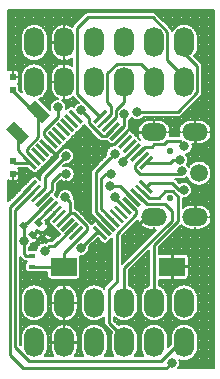
<source format=gbl>
G04 #@! TF.GenerationSoftware,KiCad,Pcbnew,5.0.1*
G04 #@! TF.CreationDate,2019-03-20T13:07:10-07:00*
G04 #@! TF.ProjectId,pmod-samd21-usbu-pth,706D6F642D73616D6432312D75736275,rev?*
G04 #@! TF.SameCoordinates,PX8825afcPY9e4f580*
G04 #@! TF.FileFunction,Copper,L2,Bot,Signal*
G04 #@! TF.FilePolarity,Positive*
%FSLAX46Y46*%
G04 Gerber Fmt 4.6, Leading zero omitted, Abs format (unit mm)*
G04 Created by KiCad (PCBNEW 5.0.1) date Wed 20 Mar 2019 01:07:10 PM PDT*
%MOMM*%
%LPD*%
G01*
G04 APERTURE LIST*
G04 #@! TA.AperFunction,ComponentPad*
%ADD10O,1.700000X2.540000*%
G04 #@! TD*
G04 #@! TA.AperFunction,ComponentPad*
%ADD11C,0.550000*%
G04 #@! TD*
G04 #@! TA.AperFunction,SMDPad,CuDef*
%ADD12O,2.200000X1.500000*%
G04 #@! TD*
G04 #@! TA.AperFunction,SMDPad,CuDef*
%ADD13C,0.300000*%
G04 #@! TD*
G04 #@! TA.AperFunction,Conductor*
%ADD14C,0.100000*%
G04 #@! TD*
G04 #@! TA.AperFunction,SMDPad,CuDef*
%ADD15C,1.000000*%
G04 #@! TD*
G04 #@! TA.AperFunction,SMDPad,CuDef*
%ADD16C,0.500000*%
G04 #@! TD*
G04 #@! TA.AperFunction,SMDPad,CuDef*
%ADD17R,0.500000X0.600000*%
G04 #@! TD*
G04 #@! TA.AperFunction,SMDPad,CuDef*
%ADD18R,0.600000X0.400000*%
G04 #@! TD*
G04 #@! TA.AperFunction,SMDPad,CuDef*
%ADD19R,2.180000X1.600000*%
G04 #@! TD*
G04 #@! TA.AperFunction,BGAPad,CuDef*
%ADD20C,1.500000*%
G04 #@! TD*
G04 #@! TA.AperFunction,ViaPad*
%ADD21C,0.800000*%
G04 #@! TD*
G04 #@! TA.AperFunction,ViaPad*
%ADD22C,0.750000*%
G04 #@! TD*
G04 #@! TA.AperFunction,Conductor*
%ADD23C,0.250000*%
G04 #@! TD*
G04 #@! TA.AperFunction,Conductor*
%ADD24C,0.200000*%
G04 #@! TD*
%ADD25C,0.200000*%
G04 APERTURE END LIST*
D10*
G04 #@! TO.P,J2,12*
G04 #@! TO.N,+3V3*
X2539300Y2580000D03*
G04 #@! TO.P,J2,6*
X2539300Y5920000D03*
G04 #@! TO.P,J2,11*
G04 #@! TO.N,GND*
X5079300Y2580000D03*
G04 #@! TO.P,J2,5*
X5079300Y5920000D03*
G04 #@! TO.P,J2,10*
G04 #@! TO.N,/SER5_3*
X7619300Y2580000D03*
G04 #@! TO.P,J2,4*
G04 #@! TO.N,/SER1_3*
X7619300Y5920000D03*
G04 #@! TO.P,J2,9*
G04 #@! TO.N,/SER5_2*
X10159300Y2580000D03*
G04 #@! TO.P,J2,3*
G04 #@! TO.N,/SER1_2*
X10159300Y5920000D03*
G04 #@! TO.P,J2,8*
G04 #@! TO.N,/SER5_1*
X12699300Y2580000D03*
G04 #@! TO.P,J2,2*
G04 #@! TO.N,/SER1_1*
X12699300Y5920000D03*
G04 #@! TO.P,J2,7*
G04 #@! TO.N,/SER5_0*
X15239300Y2580000D03*
G04 #@! TO.P,J2,1*
G04 #@! TO.N,/SER1_0*
X15239300Y5920000D03*
G04 #@! TD*
G04 #@! TO.P,J1,6*
G04 #@! TO.N,+3V3*
X2539300Y24630000D03*
G04 #@! TO.P,J1,12*
X2539300Y27970000D03*
G04 #@! TO.P,J1,5*
G04 #@! TO.N,GND*
X5079300Y24630000D03*
G04 #@! TO.P,J1,11*
X5079300Y27970000D03*
G04 #@! TO.P,J1,4*
G04 #@! TO.N,/SER0_3*
X7619300Y24630000D03*
G04 #@! TO.P,J1,10*
G04 #@! TO.N,/SER2_3*
X7619300Y27970000D03*
G04 #@! TO.P,J1,3*
G04 #@! TO.N,/SER0_2*
X10159300Y24630000D03*
G04 #@! TO.P,J1,9*
G04 #@! TO.N,/SER2_2*
X10159300Y27970000D03*
G04 #@! TO.P,J1,2*
G04 #@! TO.N,/SER0_1*
X12699300Y24630000D03*
G04 #@! TO.P,J1,8*
G04 #@! TO.N,/SER2_1*
X12699300Y27970000D03*
G04 #@! TO.P,J1,1*
G04 #@! TO.N,/SER0_0*
X15239300Y24630000D03*
G04 #@! TO.P,J1,7*
G04 #@! TO.N,/SER2_0*
X15239300Y27970000D03*
G04 #@! TD*
D11*
G04 #@! TO.P,J3,LOCATE*
G04 #@! TO.N,N/C*
X14010860Y14782620D03*
X14010860Y18782620D03*
D12*
G04 #@! TO.P,J3,6*
G04 #@! TO.N,GND*
X12690860Y13182620D03*
X16160860Y13182620D03*
X12690860Y20382620D03*
X16160860Y20382620D03*
G04 #@! TD*
D13*
G04 #@! TO.P,U1,1*
G04 #@! TO.N,Net-(C5-Pad2)*
X2184908Y17800305D03*
D14*
G04 #@! TD*
G04 #@! TO.N,Net-(C5-Pad2)*
G04 #@! TO.C,U1*
G36*
X2803626Y17393719D02*
X2591494Y17181587D01*
X1566190Y18206891D01*
X1778322Y18419023D01*
X2803626Y17393719D01*
X2803626Y17393719D01*
G37*
D13*
G04 #@! TO.P,U1,2*
G04 #@! TO.N,Net-(C6-Pad1)*
X2538461Y18153858D03*
D14*
G04 #@! TD*
G04 #@! TO.N,Net-(C6-Pad1)*
G04 #@! TO.C,U1*
G36*
X3157179Y17747272D02*
X2945047Y17535140D01*
X1919743Y18560444D01*
X2131875Y18772576D01*
X3157179Y17747272D01*
X3157179Y17747272D01*
G37*
D13*
G04 #@! TO.P,U1,3*
G04 #@! TO.N,N/C*
X2892015Y18507412D03*
D14*
G04 #@! TD*
G04 #@! TO.N,N/C*
G04 #@! TO.C,U1*
G36*
X3510733Y18100826D02*
X3298601Y17888694D01*
X2273297Y18913998D01*
X2485429Y19126130D01*
X3510733Y18100826D01*
X3510733Y18100826D01*
G37*
D13*
G04 #@! TO.P,U1,4*
G04 #@! TO.N,N/C*
X3245568Y18860965D03*
D14*
G04 #@! TD*
G04 #@! TO.N,N/C*
G04 #@! TO.C,U1*
G36*
X3864286Y18454379D02*
X3652154Y18242247D01*
X2626850Y19267551D01*
X2838982Y19479683D01*
X3864286Y18454379D01*
X3864286Y18454379D01*
G37*
D13*
G04 #@! TO.P,U1,5*
G04 #@! TO.N,GND*
X3599121Y19214518D03*
D14*
G04 #@! TD*
G04 #@! TO.N,GND*
G04 #@! TO.C,U1*
G36*
X4217839Y18807932D02*
X4005707Y18595800D01*
X2980403Y19621104D01*
X3192535Y19833236D01*
X4217839Y18807932D01*
X4217839Y18807932D01*
G37*
D13*
G04 #@! TO.P,U1,6*
G04 #@! TO.N,+3V3*
X3952675Y19568072D03*
D14*
G04 #@! TD*
G04 #@! TO.N,+3V3*
G04 #@! TO.C,U1*
G36*
X4571393Y19161486D02*
X4359261Y18949354D01*
X3333957Y19974658D01*
X3546089Y20186790D01*
X4571393Y19161486D01*
X4571393Y19161486D01*
G37*
D13*
G04 #@! TO.P,U1,7*
G04 #@! TO.N,N/C*
X4306228Y19921625D03*
D14*
G04 #@! TD*
G04 #@! TO.N,N/C*
G04 #@! TO.C,U1*
G36*
X4924946Y19515039D02*
X4712814Y19302907D01*
X3687510Y20328211D01*
X3899642Y20540343D01*
X4924946Y19515039D01*
X4924946Y19515039D01*
G37*
D13*
G04 #@! TO.P,U1,8*
G04 #@! TO.N,N/C*
X4659782Y20275179D03*
D14*
G04 #@! TD*
G04 #@! TO.N,N/C*
G04 #@! TO.C,U1*
G36*
X5278500Y19868593D02*
X5066368Y19656461D01*
X4041064Y20681765D01*
X4253196Y20893897D01*
X5278500Y19868593D01*
X5278500Y19868593D01*
G37*
D13*
G04 #@! TO.P,U1,9*
G04 #@! TO.N,N/C*
X5013335Y20628732D03*
D14*
G04 #@! TD*
G04 #@! TO.N,N/C*
G04 #@! TO.C,U1*
G36*
X5632053Y20222146D02*
X5419921Y20010014D01*
X4394617Y21035318D01*
X4606749Y21247450D01*
X5632053Y20222146D01*
X5632053Y20222146D01*
G37*
D13*
G04 #@! TO.P,U1,11*
G04 #@! TO.N,N/C*
X5720442Y21335839D03*
D14*
G04 #@! TD*
G04 #@! TO.N,N/C*
G04 #@! TO.C,U1*
G36*
X6339160Y20929253D02*
X6127028Y20717121D01*
X5101724Y21742425D01*
X5313856Y21954557D01*
X6339160Y20929253D01*
X6339160Y20929253D01*
G37*
D13*
G04 #@! TO.P,U1,12*
G04 #@! TO.N,N/C*
X6073995Y21689392D03*
D14*
G04 #@! TD*
G04 #@! TO.N,N/C*
G04 #@! TO.C,U1*
G36*
X6692713Y21282806D02*
X6480581Y21070674D01*
X5455277Y22095978D01*
X5667409Y22308110D01*
X6692713Y21282806D01*
X6692713Y21282806D01*
G37*
D13*
G04 #@! TO.P,U1,13*
G04 #@! TO.N,/SER0_0*
X8124605Y21689392D03*
D14*
G04 #@! TD*
G04 #@! TO.N,/SER0_0*
G04 #@! TO.C,U1*
G36*
X7718019Y21070674D02*
X7505887Y21282806D01*
X8531191Y22308110D01*
X8743323Y22095978D01*
X7718019Y21070674D01*
X7718019Y21070674D01*
G37*
D13*
G04 #@! TO.P,U1,14*
G04 #@! TO.N,/SER0_1*
X8478158Y21335839D03*
D14*
G04 #@! TD*
G04 #@! TO.N,/SER0_1*
G04 #@! TO.C,U1*
G36*
X8071572Y20717121D02*
X7859440Y20929253D01*
X8884744Y21954557D01*
X9096876Y21742425D01*
X8071572Y20717121D01*
X8071572Y20717121D01*
G37*
D13*
G04 #@! TO.P,U1,15*
G04 #@! TO.N,/SER0_2*
X8831712Y20982285D03*
D14*
G04 #@! TD*
G04 #@! TO.N,/SER0_2*
G04 #@! TO.C,U1*
G36*
X8425126Y20363567D02*
X8212994Y20575699D01*
X9238298Y21601003D01*
X9450430Y21388871D01*
X8425126Y20363567D01*
X8425126Y20363567D01*
G37*
D13*
G04 #@! TO.P,U1,16*
G04 #@! TO.N,/SER0_3*
X9185265Y20628732D03*
D14*
G04 #@! TD*
G04 #@! TO.N,/SER0_3*
G04 #@! TO.C,U1*
G36*
X8778679Y20010014D02*
X8566547Y20222146D01*
X9591851Y21247450D01*
X9803983Y21035318D01*
X8778679Y20010014D01*
X8778679Y20010014D01*
G37*
D13*
G04 #@! TO.P,U1,17*
G04 #@! TO.N,+3V3*
X9538818Y20275179D03*
D14*
G04 #@! TD*
G04 #@! TO.N,+3V3*
G04 #@! TO.C,U1*
G36*
X9945404Y20893897D02*
X10157536Y20681765D01*
X9132232Y19656461D01*
X8920100Y19868593D01*
X9945404Y20893897D01*
X9945404Y20893897D01*
G37*
D13*
G04 #@! TO.P,U1,18*
G04 #@! TO.N,GND*
X9892372Y19921625D03*
D14*
G04 #@! TD*
G04 #@! TO.N,GND*
G04 #@! TO.C,U1*
G36*
X9485786Y19302907D02*
X9273654Y19515039D01*
X10298958Y20540343D01*
X10511090Y20328211D01*
X9485786Y19302907D01*
X9485786Y19302907D01*
G37*
D13*
G04 #@! TO.P,U1,19*
G04 #@! TO.N,N/C*
X10245925Y19568072D03*
D14*
G04 #@! TD*
G04 #@! TO.N,N/C*
G04 #@! TO.C,U1*
G36*
X10652511Y20186790D02*
X10864643Y19974658D01*
X9839339Y18949354D01*
X9627207Y19161486D01*
X10652511Y20186790D01*
X10652511Y20186790D01*
G37*
D13*
G04 #@! TO.P,U1,20*
G04 #@! TO.N,N/C*
X10599479Y19214518D03*
D14*
G04 #@! TD*
G04 #@! TO.N,N/C*
G04 #@! TO.C,U1*
G36*
X11006065Y19833236D02*
X11218197Y19621104D01*
X10192893Y18595800D01*
X9980761Y18807932D01*
X11006065Y19833236D01*
X11006065Y19833236D01*
G37*
D13*
G04 #@! TO.P,U1,21*
G04 #@! TO.N,/SER2_0*
X10953032Y18860965D03*
D14*
G04 #@! TD*
G04 #@! TO.N,/SER2_0*
G04 #@! TO.C,U1*
G36*
X11359618Y19479683D02*
X11571750Y19267551D01*
X10546446Y18242247D01*
X10334314Y18454379D01*
X11359618Y19479683D01*
X11359618Y19479683D01*
G37*
D13*
G04 #@! TO.P,U1,22*
G04 #@! TO.N,/SER2_1*
X11306585Y18507412D03*
D14*
G04 #@! TD*
G04 #@! TO.N,/SER2_1*
G04 #@! TO.C,U1*
G36*
X11713171Y19126130D02*
X11925303Y18913998D01*
X10899999Y17888694D01*
X10687867Y18100826D01*
X11713171Y19126130D01*
X11713171Y19126130D01*
G37*
D13*
G04 #@! TO.P,U1,23*
G04 #@! TO.N,/SER2_2*
X11660139Y18153858D03*
D14*
G04 #@! TD*
G04 #@! TO.N,/SER2_2*
G04 #@! TO.C,U1*
G36*
X12066725Y18772576D02*
X12278857Y18560444D01*
X11253553Y17535140D01*
X11041421Y17747272D01*
X12066725Y18772576D01*
X12066725Y18772576D01*
G37*
D13*
G04 #@! TO.P,U1,24*
G04 #@! TO.N,/SER2_3*
X12013692Y17800305D03*
D14*
G04 #@! TD*
G04 #@! TO.N,/SER2_3*
G04 #@! TO.C,U1*
G36*
X12420278Y18419023D02*
X12632410Y18206891D01*
X11607106Y17181587D01*
X11394974Y17393719D01*
X12420278Y18419023D01*
X12420278Y18419023D01*
G37*
D13*
G04 #@! TO.P,U1,10*
G04 #@! TO.N,N/C*
X5366888Y20982285D03*
D14*
G04 #@! TD*
G04 #@! TO.N,N/C*
G04 #@! TO.C,U1*
G36*
X5985606Y20575699D02*
X5773474Y20363567D01*
X4748170Y21388871D01*
X4960302Y21601003D01*
X5985606Y20575699D01*
X5985606Y20575699D01*
G37*
D13*
G04 #@! TO.P,U1,25*
G04 #@! TO.N,/SER1_0*
X11992479Y15770908D03*
D14*
G04 #@! TD*
G04 #@! TO.N,/SER1_0*
G04 #@! TO.C,U1*
G36*
X11373761Y16177494D02*
X11585893Y16389626D01*
X12611197Y15364322D01*
X12399065Y15152190D01*
X11373761Y16177494D01*
X11373761Y16177494D01*
G37*
D13*
G04 #@! TO.P,U1,26*
G04 #@! TO.N,/SER1_1*
X11660139Y15396142D03*
D14*
G04 #@! TD*
G04 #@! TO.N,/SER1_1*
G04 #@! TO.C,U1*
G36*
X11041421Y15802728D02*
X11253553Y16014860D01*
X12278857Y14989556D01*
X12066725Y14777424D01*
X11041421Y15802728D01*
X11041421Y15802728D01*
G37*
D13*
G04 #@! TO.P,U1,27*
G04 #@! TO.N,/SER1_2*
X11306585Y15042588D03*
D14*
G04 #@! TD*
G04 #@! TO.N,/SER1_2*
G04 #@! TO.C,U1*
G36*
X10687867Y15449174D02*
X10899999Y15661306D01*
X11925303Y14636002D01*
X11713171Y14423870D01*
X10687867Y15449174D01*
X10687867Y15449174D01*
G37*
D13*
G04 #@! TO.P,U1,28*
G04 #@! TO.N,/SER1_3*
X10953032Y14689035D03*
D14*
G04 #@! TD*
G04 #@! TO.N,/SER1_3*
G04 #@! TO.C,U1*
G36*
X10334314Y15095621D02*
X10546446Y15307753D01*
X11571750Y14282449D01*
X11359618Y14070317D01*
X10334314Y15095621D01*
X10334314Y15095621D01*
G37*
D13*
G04 #@! TO.P,U1,29*
G04 #@! TO.N,/SER5_2*
X10599479Y14335482D03*
D14*
G04 #@! TD*
G04 #@! TO.N,/SER5_2*
G04 #@! TO.C,U1*
G36*
X9980761Y14742068D02*
X10192893Y14954200D01*
X11218197Y13928896D01*
X11006065Y13716764D01*
X9980761Y14742068D01*
X9980761Y14742068D01*
G37*
D13*
G04 #@! TO.P,U1,30*
G04 #@! TO.N,/SER5_3*
X10245925Y13981928D03*
D14*
G04 #@! TD*
G04 #@! TO.N,/SER5_3*
G04 #@! TO.C,U1*
G36*
X9627207Y14388514D02*
X9839339Y14600646D01*
X10864643Y13575342D01*
X10652511Y13363210D01*
X9627207Y14388514D01*
X9627207Y14388514D01*
G37*
D13*
G04 #@! TO.P,U1,31*
G04 #@! TO.N,N/C*
X9892372Y13628375D03*
D14*
G04 #@! TD*
G04 #@! TO.N,N/C*
G04 #@! TO.C,U1*
G36*
X9273654Y14034961D02*
X9485786Y14247093D01*
X10511090Y13221789D01*
X10298958Y13009657D01*
X9273654Y14034961D01*
X9273654Y14034961D01*
G37*
D13*
G04 #@! TO.P,U1,32*
G04 #@! TO.N,N/C*
X9538818Y13274821D03*
D14*
G04 #@! TD*
G04 #@! TO.N,N/C*
G04 #@! TO.C,U1*
G36*
X8920100Y13681407D02*
X9132232Y13893539D01*
X10157536Y12868235D01*
X9945404Y12656103D01*
X8920100Y13681407D01*
X8920100Y13681407D01*
G37*
D13*
G04 #@! TO.P,U1,33*
G04 #@! TO.N,/USB_D-*
X9185265Y12921268D03*
D14*
G04 #@! TD*
G04 #@! TO.N,/USB_D-*
G04 #@! TO.C,U1*
G36*
X8566547Y13327854D02*
X8778679Y13539986D01*
X9803983Y12514682D01*
X9591851Y12302550D01*
X8566547Y13327854D01*
X8566547Y13327854D01*
G37*
D13*
G04 #@! TO.P,U1,35*
G04 #@! TO.N,GND*
X8478158Y12214161D03*
D14*
G04 #@! TD*
G04 #@! TO.N,GND*
G04 #@! TO.C,U1*
G36*
X7859440Y12620747D02*
X8071572Y12832879D01*
X9096876Y11807575D01*
X8884744Y11595443D01*
X7859440Y12620747D01*
X7859440Y12620747D01*
G37*
D13*
G04 #@! TO.P,U1,36*
G04 #@! TO.N,+3V3*
X8124605Y11860608D03*
D14*
G04 #@! TD*
G04 #@! TO.N,+3V3*
G04 #@! TO.C,U1*
G36*
X7505887Y12267194D02*
X7718019Y12479326D01*
X8743323Y11454022D01*
X8531191Y11241890D01*
X7505887Y12267194D01*
X7505887Y12267194D01*
G37*
D13*
G04 #@! TO.P,U1,34*
G04 #@! TO.N,/USB_D+*
X8831712Y12567715D03*
D14*
G04 #@! TD*
G04 #@! TO.N,/USB_D+*
G04 #@! TO.C,U1*
G36*
X8212994Y12974301D02*
X8425126Y13186433D01*
X9450430Y12161129D01*
X9238298Y11948997D01*
X8212994Y12974301D01*
X8212994Y12974301D01*
G37*
D13*
G04 #@! TO.P,U1,37*
G04 #@! TO.N,N/C*
X6073995Y11860608D03*
D14*
G04 #@! TD*
G04 #@! TO.N,N/C*
G04 #@! TO.C,U1*
G36*
X6480581Y12479326D02*
X6692713Y12267194D01*
X5667409Y11241890D01*
X5455277Y11454022D01*
X6480581Y12479326D01*
X6480581Y12479326D01*
G37*
D13*
G04 #@! TO.P,U1,38*
G04 #@! TO.N,/BLUE_LED*
X5720442Y12214161D03*
D14*
G04 #@! TD*
G04 #@! TO.N,/BLUE_LED*
G04 #@! TO.C,U1*
G36*
X6127028Y12832879D02*
X6339160Y12620747D01*
X5313856Y11595443D01*
X5101724Y11807575D01*
X6127028Y12832879D01*
X6127028Y12832879D01*
G37*
D13*
G04 #@! TO.P,U1,39*
G04 #@! TO.N,N/C*
X5366888Y12567715D03*
D14*
G04 #@! TD*
G04 #@! TO.N,N/C*
G04 #@! TO.C,U1*
G36*
X5773474Y13186433D02*
X5985606Y12974301D01*
X4960302Y11948997D01*
X4748170Y12161129D01*
X5773474Y13186433D01*
X5773474Y13186433D01*
G37*
D13*
G04 #@! TO.P,U1,40*
G04 #@! TO.N,/~RESET*
X5013335Y12921268D03*
D14*
G04 #@! TD*
G04 #@! TO.N,/~RESET*
G04 #@! TO.C,U1*
G36*
X5419921Y13539986D02*
X5632053Y13327854D01*
X4606749Y12302550D01*
X4394617Y12514682D01*
X5419921Y13539986D01*
X5419921Y13539986D01*
G37*
D13*
G04 #@! TO.P,U1,41*
G04 #@! TO.N,N/C*
X4659782Y13274821D03*
D14*
G04 #@! TD*
G04 #@! TO.N,N/C*
G04 #@! TO.C,U1*
G36*
X5066368Y13893539D02*
X5278500Y13681407D01*
X4253196Y12656103D01*
X4041064Y12868235D01*
X5066368Y13893539D01*
X5066368Y13893539D01*
G37*
D13*
G04 #@! TO.P,U1,42*
G04 #@! TO.N,GND*
X4306228Y13628375D03*
D14*
G04 #@! TD*
G04 #@! TO.N,GND*
G04 #@! TO.C,U1*
G36*
X4712814Y14247093D02*
X4924946Y14034961D01*
X3899642Y13009657D01*
X3687510Y13221789D01*
X4712814Y14247093D01*
X4712814Y14247093D01*
G37*
D13*
G04 #@! TO.P,U1,43*
G04 #@! TO.N,Net-(C2-Pad1)*
X3952675Y13981928D03*
D14*
G04 #@! TD*
G04 #@! TO.N,Net-(C2-Pad1)*
G04 #@! TO.C,U1*
G36*
X3546089Y13363210D02*
X3333957Y13575342D01*
X4359261Y14600646D01*
X4571393Y14388514D01*
X3546089Y13363210D01*
X3546089Y13363210D01*
G37*
D13*
G04 #@! TO.P,U1,44*
G04 #@! TO.N,+3V3*
X3599121Y14335482D03*
D14*
G04 #@! TD*
G04 #@! TO.N,+3V3*
G04 #@! TO.C,U1*
G36*
X3192535Y13716764D02*
X2980403Y13928896D01*
X4005707Y14954200D01*
X4217839Y14742068D01*
X3192535Y13716764D01*
X3192535Y13716764D01*
G37*
D13*
G04 #@! TO.P,U1,45*
G04 #@! TO.N,/SWCLK*
X3245568Y14689035D03*
D14*
G04 #@! TD*
G04 #@! TO.N,/SWCLK*
G04 #@! TO.C,U1*
G36*
X2838982Y14070317D02*
X2626850Y14282449D01*
X3652154Y15307753D01*
X3864286Y15095621D01*
X2838982Y14070317D01*
X2838982Y14070317D01*
G37*
D13*
G04 #@! TO.P,U1,46*
G04 #@! TO.N,/SWDIO*
X2892015Y15042588D03*
D14*
G04 #@! TD*
G04 #@! TO.N,/SWDIO*
G04 #@! TO.C,U1*
G36*
X2485429Y14423870D02*
X2273297Y14636002D01*
X3298601Y15661306D01*
X3510733Y15449174D01*
X2485429Y14423870D01*
X2485429Y14423870D01*
G37*
D13*
G04 #@! TO.P,U1,47*
G04 #@! TO.N,/SER5_0*
X2538461Y15396142D03*
D14*
G04 #@! TD*
G04 #@! TO.N,/SER5_0*
G04 #@! TO.C,U1*
G36*
X2131875Y14777424D02*
X1919743Y14989556D01*
X2945047Y16014860D01*
X3157179Y15802728D01*
X2131875Y14777424D01*
X2131875Y14777424D01*
G37*
D13*
G04 #@! TO.P,U1,48*
G04 #@! TO.N,/SER5_1*
X2184908Y15749695D03*
D14*
G04 #@! TD*
G04 #@! TO.N,/SER5_1*
G04 #@! TO.C,U1*
G36*
X1778322Y15130977D02*
X1566190Y15343109D01*
X2591494Y16368413D01*
X2803626Y16156281D01*
X1778322Y15130977D01*
X1778322Y15130977D01*
G37*
D15*
G04 #@! TO.P,Y1,1*
G04 #@! TO.N,Net-(C6-Pad1)*
X2903183Y22103883D03*
D14*
G04 #@! TD*
G04 #@! TO.N,Net-(C6-Pad1)*
G04 #@! TO.C,Y1*
G36*
X3186026Y21113934D02*
X1913234Y22386726D01*
X2620340Y23093832D01*
X3893132Y21821040D01*
X3186026Y21113934D01*
X3186026Y21113934D01*
G37*
D15*
G04 #@! TO.P,Y1,2*
G04 #@! TO.N,Net-(C5-Pad2)*
X1135417Y20336117D03*
D14*
G04 #@! TD*
G04 #@! TO.N,Net-(C5-Pad2)*
G04 #@! TO.C,Y1*
G36*
X1418260Y19346168D02*
X145468Y20618960D01*
X852574Y21326066D01*
X2125366Y20053274D01*
X1418260Y19346168D01*
X1418260Y19346168D01*
G37*
D16*
G04 #@! TO.P,C1,1*
G04 #@! TO.N,+3V3*
X1630391Y12464909D03*
D14*
G04 #@! TD*
G04 #@! TO.N,+3V3*
G04 #@! TO.C,C1*
G36*
X1241482Y12500264D02*
X1595036Y12853818D01*
X2019300Y12429554D01*
X1665746Y12076000D01*
X1241482Y12500264D01*
X1241482Y12500264D01*
G37*
D16*
G04 #@! TO.P,C1,2*
G04 #@! TO.N,GND*
X2408209Y11687091D03*
D14*
G04 #@! TD*
G04 #@! TO.N,GND*
G04 #@! TO.C,C1*
G36*
X2019300Y11722446D02*
X2372854Y12076000D01*
X2797118Y11651736D01*
X2443564Y11298182D01*
X2019300Y11722446D01*
X2019300Y11722446D01*
G37*
D16*
G04 #@! TO.P,C2,1*
G04 #@! TO.N,Net-(C2-Pad1)*
X2900391Y12718909D03*
D14*
G04 #@! TD*
G04 #@! TO.N,Net-(C2-Pad1)*
G04 #@! TO.C,C2*
G36*
X2511482Y12754264D02*
X2865036Y13107818D01*
X3289300Y12683554D01*
X2935746Y12330000D01*
X2511482Y12754264D01*
X2511482Y12754264D01*
G37*
D16*
G04 #@! TO.P,C2,2*
G04 #@! TO.N,GND*
X3678209Y11941091D03*
D14*
G04 #@! TD*
G04 #@! TO.N,GND*
G04 #@! TO.C,C2*
G36*
X3289300Y11976446D02*
X3642854Y12330000D01*
X4067118Y11905736D01*
X3713564Y11552182D01*
X3289300Y11976446D01*
X3289300Y11976446D01*
G37*
D17*
G04 #@! TO.P,C5,1*
G04 #@! TO.N,GND*
X749300Y16860000D03*
G04 #@! TO.P,C5,2*
G04 #@! TO.N,Net-(C5-Pad2)*
X749300Y17960000D03*
G04 #@! TD*
G04 #@! TO.P,C6,1*
G04 #@! TO.N,Net-(C6-Pad1)*
X749300Y23930000D03*
G04 #@! TO.P,C6,2*
G04 #@! TO.N,GND*
X749300Y25030000D03*
G04 #@! TD*
D18*
G04 #@! TO.P,R1,1*
G04 #@! TO.N,/~RESET*
X2387600Y8997100D03*
G04 #@! TO.P,R1,2*
G04 #@! TO.N,+3V3*
X2387600Y9897100D03*
G04 #@! TD*
D19*
G04 #@! TO.P,S1,1*
G04 #@! TO.N,/~RESET*
X5049300Y9000000D03*
G04 #@! TO.P,S1,2*
G04 #@! TO.N,GND*
X14229300Y9000000D03*
G04 #@! TD*
D20*
G04 #@! TO.P,TP1,1*
G04 #@! TO.N,Net-(J3-Pad1)*
X16497300Y16902000D03*
G04 #@! TD*
D21*
G04 #@! TO.N,GND*
X17081500Y11783900D03*
X4241800Y11796600D03*
X5209540Y15883460D03*
X6845300Y20331000D03*
X11102340Y20932980D03*
X11188700Y12363020D03*
X8763000Y10056700D03*
X8775700Y9002600D03*
D22*
X7188200Y13244400D03*
D21*
X16484600Y22083600D03*
G04 #@! TO.N,+3V3*
X6511298Y10600824D03*
X1691367Y11201849D03*
X10165974Y21937598D03*
X4559300Y22490000D03*
G04 #@! TO.N,/SER2_0*
X10099901Y17886943D03*
X11262772Y22081215D03*
G04 #@! TO.N,/SER2_1*
X15262860Y19190540D03*
G04 #@! TO.N,/SER2_2*
X15021742Y17090597D03*
G04 #@! TO.N,/SER2_3*
X14879320Y18032300D03*
G04 #@! TO.N,/SER0_3*
X6546892Y22209840D03*
G04 #@! TO.N,/SER5_3*
X9399321Y14908100D03*
G04 #@! TO.N,/SER1_3*
X8952070Y15811013D03*
G04 #@! TO.N,/SER5_1*
X14185900Y836500D03*
G04 #@! TO.N,/SER1_0*
X15210138Y15478674D03*
G04 #@! TO.N,/~RESET*
X5194300Y14870000D03*
G04 #@! TO.N,/SWCLK*
X5261147Y16836993D03*
G04 #@! TO.N,/SWDIO*
X5244960Y18350026D03*
G04 #@! TO.N,/BLUE_LED*
X3429000Y10336100D03*
G04 #@! TO.N,/USB_D+*
X9349421Y18548155D03*
G04 #@! TO.N,/USB_D-*
X9052560Y16835960D03*
G04 #@! TO.N,Net-(J3-Pad1)*
X16497300Y16902000D03*
G04 #@! TD*
D23*
G04 #@! TO.N,GND*
X2662209Y11941091D02*
X2408209Y11687091D01*
X3678209Y11941091D02*
X2662209Y11941091D01*
X3678209Y13000356D02*
X3678209Y11941091D01*
X4306228Y13628375D02*
X3678209Y13000356D01*
X3924300Y11695000D02*
X3678209Y11941091D01*
X4305300Y11695000D02*
X3924300Y11695000D01*
X4189296Y18624343D02*
X4189296Y18182996D01*
X3599121Y19214518D02*
X4189296Y18624343D01*
X2862877Y16856577D02*
X2234723Y16856577D01*
X4189296Y18182996D02*
X2862877Y16856577D01*
X7099300Y13092000D02*
X7099300Y14108000D01*
X7099300Y14108000D02*
X5321300Y15886000D01*
X4189295Y18624344D02*
X4493887Y18624344D01*
X3599121Y19214518D02*
X4189295Y18624344D01*
X4493887Y18624344D02*
X5084061Y19214518D01*
X5084061Y19214518D02*
X5835584Y19214518D01*
X5835584Y19214518D02*
X7074417Y17975685D01*
X7074417Y17975685D02*
X7074417Y17410000D01*
X9266858Y19331451D02*
X7844849Y19331451D01*
X9857032Y19921625D02*
X9266858Y19331451D01*
X7245299Y19931001D02*
X6845300Y20331000D01*
X9892372Y19921625D02*
X9857032Y19921625D01*
X7844849Y19331451D02*
X7245299Y19931001D01*
X5049300Y4750000D02*
X5009300Y4710000D01*
X5049300Y7250000D02*
X5049300Y4750000D01*
X16160860Y19382620D02*
X17627600Y17915880D01*
X16160860Y20382620D02*
X16160860Y19382620D01*
X16160860Y14182620D02*
X16160860Y13182620D01*
X17627600Y15649360D02*
X16160860Y14182620D01*
X17627600Y17915880D02*
X17627600Y15649360D01*
X12690860Y13182620D02*
X12015920Y13182620D01*
X12015920Y13182620D02*
X11188700Y12355400D01*
X11340860Y20382620D02*
X11099800Y20623680D01*
X12690860Y20382620D02*
X11340860Y20382620D01*
X11099800Y20623680D02*
X11099800Y20940600D01*
G04 #@! TO.N,+3V3*
X1976035Y12712396D02*
X3599121Y14335482D01*
X1877878Y12712396D02*
X1976035Y12712396D01*
X1630391Y12464909D02*
X1877878Y12712396D01*
X7771082Y11860608D02*
X6511298Y10600824D01*
X8124605Y11860608D02*
X7771082Y11860608D01*
X1691367Y12403933D02*
X1630391Y12464909D01*
X1691367Y11201849D02*
X1691367Y12403933D01*
X3362500Y20462837D02*
X3910465Y21010802D01*
X3362500Y20158247D02*
X3362500Y20462837D01*
X3952675Y19568072D02*
X3362500Y20158247D01*
X9538818Y20275179D02*
X10165974Y20902335D01*
X10165974Y20902335D02*
X10165974Y21371913D01*
X10165974Y21371913D02*
X10165974Y21937598D01*
X3910465Y21010802D02*
X4559300Y21659637D01*
X4559300Y21659637D02*
X4559300Y22490000D01*
X1837600Y9897100D02*
X1689100Y10045600D01*
X2387600Y9897100D02*
X1837600Y9897100D01*
X1689100Y10045600D02*
X1689100Y11199700D01*
G04 #@! TO.N,Net-(C2-Pad1)*
X2900391Y12929644D02*
X2900391Y12718909D01*
X3952675Y13981928D02*
X2900391Y12929644D01*
G04 #@! TO.N,Net-(C5-Pad2)*
X908995Y17800305D02*
X749300Y17960000D01*
X2184908Y17800305D02*
X908995Y17800305D01*
X1135417Y18849796D02*
X2184908Y17800305D01*
X1135417Y20336117D02*
X1135417Y18849796D01*
G04 #@! TO.N,Net-(C6-Pad1)*
X2903183Y21296777D02*
X2903183Y22103883D01*
X2903183Y19936204D02*
X2903183Y21296777D01*
X1955099Y18988120D02*
X2903183Y19936204D01*
X1955099Y18737220D02*
X1955099Y18988120D01*
X2538461Y18153858D02*
X1955099Y18737220D01*
X2525417Y22103883D02*
X2903183Y22103883D01*
X749300Y23880000D02*
X2525417Y22103883D01*
X749300Y23930000D02*
X749300Y23880000D01*
G04 #@! TO.N,/SER2_0*
X15227300Y27417600D02*
X15506700Y27138200D01*
X10953032Y18860965D02*
X10099901Y18007834D01*
X10099901Y18007834D02*
X10099901Y17886943D01*
X15239300Y27063446D02*
X15239300Y27570000D01*
X16366710Y25936036D02*
X15239300Y27063446D01*
X16366710Y23743012D02*
X16366710Y25936036D01*
X14704913Y22081215D02*
X16366710Y23743012D01*
X11262772Y22081215D02*
X14704913Y22081215D01*
G04 #@! TO.N,/SER0_0*
X6206710Y23607287D02*
X6206710Y29217410D01*
X8124605Y21689392D02*
X6206710Y23607287D01*
X6206710Y29217410D02*
X7099300Y30110000D01*
X13826710Y26442590D02*
X15239300Y25030000D01*
X13826710Y28856988D02*
X13826710Y26442590D01*
X12573698Y30110000D02*
X13826710Y28856988D01*
X7099300Y30110000D02*
X12573698Y30110000D01*
G04 #@! TO.N,/SER2_1*
X11919868Y19120695D02*
X12491603Y19120695D01*
X11306585Y18507412D02*
X11919868Y19120695D01*
X15155899Y19014999D02*
X15227300Y19086400D01*
X12705929Y19335021D02*
X13573461Y19335021D01*
X12491603Y19120695D02*
X12705929Y19335021D01*
X13573461Y19335021D02*
X13830300Y19591860D01*
X13830300Y19591860D02*
X14899640Y19591860D01*
X14899640Y19591860D02*
X15267940Y19223560D01*
G04 #@! TO.N,/SER0_1*
X9071713Y21929394D02*
X9071713Y22613504D01*
X8478158Y21335839D02*
X9071713Y21929394D01*
X8746710Y22938507D02*
X8746710Y25407410D01*
X9071713Y22613504D02*
X8746710Y22938507D01*
X11551890Y26177410D02*
X12699300Y25030000D01*
X9516710Y26177410D02*
X11551890Y26177410D01*
X8746710Y25407410D02*
X9516710Y26177410D01*
G04 #@! TO.N,/SER2_2*
X11069964Y17563683D02*
X11069964Y17259093D01*
X11660139Y18153858D02*
X11069964Y17563683D01*
X11472480Y16856577D02*
X13784637Y16856577D01*
X11069964Y17259093D02*
X11472480Y16856577D01*
X13784637Y16856577D02*
X13799580Y16871520D01*
X13799580Y16871520D02*
X15016480Y16871520D01*
G04 #@! TO.N,/SER0_2*
X9488573Y21639146D02*
X9488573Y22262751D01*
X8831712Y20982285D02*
X9488573Y21639146D01*
X10159300Y22933478D02*
X9488573Y22262751D01*
X10159300Y25030000D02*
X10159300Y22933478D01*
G04 #@! TO.N,/SER2_3*
X12013692Y17800305D02*
X13036863Y17800305D01*
X13036863Y17800305D02*
X13268105Y17800305D01*
X14313635Y18032300D02*
X14082495Y17801160D01*
X14879320Y18032300D02*
X14313635Y18032300D01*
X14082495Y17801160D02*
X13266420Y17801160D01*
G04 #@! TO.N,/SER0_3*
X7180877Y25365577D02*
X7207301Y25392001D01*
X8595090Y20038557D02*
X8290500Y20038557D01*
X8290500Y20038557D02*
X7180877Y21148180D01*
X7207301Y25392001D02*
X7607300Y25792000D01*
X9185265Y20628732D02*
X8595090Y20038557D01*
X7180877Y21148180D02*
X7180877Y21575855D01*
X7180877Y21575855D02*
X6546892Y22209840D01*
G04 #@! TO.N,/SER5_3*
X10245925Y13981928D02*
X9399321Y14828532D01*
G04 #@! TO.N,/SER1_3*
X9831054Y15811013D02*
X9517755Y15811013D01*
X10953032Y14689035D02*
X9831054Y15811013D01*
X9517755Y15811013D02*
X8952070Y15811013D01*
G04 #@! TO.N,/SER5_2*
X8890000Y4249300D02*
X10159300Y2980000D01*
X11189653Y13745308D02*
X11189653Y13423153D01*
X11189653Y13423153D02*
X9518344Y11751844D01*
X10599479Y14335482D02*
X11189653Y13745308D01*
X9518344Y11751844D02*
X9518344Y7725944D01*
X9518344Y7725944D02*
X8890000Y7097600D01*
X8890000Y7097600D02*
X8890000Y4249300D01*
G04 #@! TO.N,/SER1_2*
X14188440Y12877222D02*
X10159300Y8848082D01*
X10159300Y8848082D02*
X10159300Y5520000D01*
X14188440Y13714300D02*
X14188440Y12877222D01*
X13645110Y14257630D02*
X14188440Y13714300D01*
X12091543Y14257630D02*
X13645110Y14257630D01*
X11306585Y15042588D02*
X12091543Y14257630D01*
G04 #@! TO.N,/SER5_1*
X466461Y14031248D02*
X1601546Y15166333D01*
X1601546Y15166333D02*
X2184908Y15749695D01*
X466461Y4738839D02*
X466461Y14031248D01*
X466461Y4738839D02*
X466461Y1474939D01*
X466461Y1474939D02*
X1574800Y366600D01*
X1574800Y366600D02*
X13716000Y366600D01*
X13716000Y366600D02*
X14185900Y836500D01*
G04 #@! TO.N,/SER1_1*
X11695477Y15396142D02*
X11660139Y15396142D01*
X12278839Y14812780D02*
X11695477Y15396142D01*
X14719300Y14924470D02*
X14261149Y15382621D01*
X14261149Y15382621D02*
X13662539Y15382621D01*
X13662539Y15382621D02*
X13092698Y14812780D01*
X13092698Y14812780D02*
X12278839Y14812780D01*
X12699300Y10818988D02*
X14719300Y12838988D01*
X12699300Y5520000D02*
X12699300Y10818988D01*
X14719300Y12838988D02*
X14719300Y14920800D01*
G04 #@! TO.N,/SER5_0*
X14827301Y3244999D02*
X15227300Y2845000D01*
X13291890Y1032590D02*
X15239300Y2980000D01*
X2072312Y1032590D02*
X13291890Y1032590D01*
X916472Y2188430D02*
X2072312Y1032590D01*
X916472Y13774153D02*
X916472Y2188430D01*
X2538461Y15396142D02*
X916472Y13774153D01*
G04 #@! TO.N,/SER1_0*
X14214333Y16102329D02*
X14545754Y15770908D01*
X11992479Y15770908D02*
X12323900Y16102329D01*
X12323900Y16102329D02*
X14214333Y16102329D01*
X15210138Y15478674D02*
X14801506Y15478674D01*
X14801506Y15478674D02*
X14544040Y15736140D01*
X14544040Y15736140D02*
X14544040Y15771700D01*
G04 #@! TO.N,/~RESET*
X5603510Y14460790D02*
X5194300Y14870000D01*
X5013335Y12921268D02*
X5603510Y13511443D01*
X5603510Y13511443D02*
X5603510Y14460790D01*
X7017723Y12132568D02*
X5049300Y10164145D01*
X5908100Y13511443D02*
X7017723Y12401820D01*
X7017723Y12401820D02*
X7017723Y12132568D01*
X5603510Y13511443D02*
X5908100Y13511443D01*
X5049300Y10164145D02*
X5049300Y9000000D01*
X5046400Y8997100D02*
X5049300Y9000000D01*
X2387600Y8997100D02*
X5046400Y8997100D01*
G04 #@! TO.N,/SWCLK*
X4028655Y15472122D02*
X4028655Y16170186D01*
X4695462Y16836993D02*
X5261147Y16836993D01*
X3245568Y14689035D02*
X4028655Y15472122D01*
X4028655Y16170186D02*
X4695462Y16836993D01*
G04 #@! TO.N,/SWDIO*
X2892015Y15042588D02*
X3475377Y15625950D01*
X3475377Y15625950D02*
X3475377Y16580443D01*
X4844961Y17950027D02*
X5244960Y18350026D01*
X3475377Y16580443D02*
X4844961Y17950027D01*
G04 #@! TO.N,/BLUE_LED*
X5720442Y12214161D02*
X4479453Y10973172D01*
X3828999Y10736099D02*
X4248099Y10736099D01*
X3429000Y10336100D02*
X3828999Y10736099D01*
X4248099Y10736099D02*
X4483100Y10971100D01*
G04 #@! TO.N,/USB_D+*
X8949422Y18148156D02*
X9349421Y18548155D01*
X7774299Y13625128D02*
X7774299Y16973033D01*
X8831712Y12567715D02*
X7774299Y13625128D01*
X7774299Y16973033D02*
X8949422Y18148156D01*
G04 #@! TO.N,/USB_D-*
X9185265Y12921268D02*
X8224306Y13882227D01*
X8608060Y16835960D02*
X8227060Y16454960D01*
X9052560Y16835960D02*
X8608060Y16835960D01*
X8227060Y16454960D02*
X8227060Y13884480D01*
X8227060Y13884480D02*
X8224520Y13881940D01*
G04 #@! TD*
D24*
G04 #@! TO.N,GND*
X362300Y30751000D02*
X17773301Y30751000D01*
X362300Y30561000D02*
X17773301Y30561000D01*
X362300Y30371000D02*
X6759260Y30371000D01*
X12913738Y30371000D02*
X17773301Y30371000D01*
X362300Y30181000D02*
X6569260Y30181000D01*
X13103738Y30181000D02*
X17773301Y30181000D01*
X362300Y29991000D02*
X6379260Y29991000D01*
X13293738Y29991000D02*
X17773301Y29991000D01*
X362300Y29801000D02*
X6189260Y29801000D01*
X13483738Y29801000D02*
X17773301Y29801000D01*
X362300Y29611000D02*
X5999260Y29611000D01*
X13673738Y29611000D02*
X17773301Y29611000D01*
X362300Y29421000D02*
X2028608Y29421000D01*
X3049992Y29421000D02*
X4581349Y29421000D01*
X5052300Y29421000D02*
X5106300Y29421000D01*
X5577252Y29421000D02*
X5833631Y29421000D01*
X13863738Y29421000D02*
X14728608Y29421000D01*
X15749992Y29421000D02*
X17773301Y29421000D01*
X362300Y29231000D02*
X1751307Y29231000D01*
X3327294Y29231000D02*
X4296388Y29231000D01*
X5052300Y29231000D02*
X5106300Y29231000D01*
X14053738Y29231000D02*
X14451307Y29231000D01*
X16027294Y29231000D02*
X17773301Y29231000D01*
X362300Y29041000D02*
X1585874Y29041000D01*
X3492728Y29041000D02*
X4132259Y29041000D01*
X5052300Y29041000D02*
X5106300Y29041000D01*
X14210256Y29041000D02*
X14285874Y29041000D01*
X16192728Y29041000D02*
X17773301Y29041000D01*
X362300Y28851000D02*
X1481740Y28851000D01*
X3596862Y28851000D02*
X4025845Y28851000D01*
X5052300Y28851000D02*
X5106300Y28851000D01*
X16296862Y28851000D02*
X17773301Y28851000D01*
X362300Y28661000D02*
X1419762Y28661000D01*
X3658840Y28661000D02*
X3963302Y28661000D01*
X5052300Y28661000D02*
X5106300Y28661000D01*
X16358840Y28661000D02*
X17773301Y28661000D01*
X362300Y28471000D02*
X1391714Y28471000D01*
X3686887Y28471000D02*
X3935902Y28471000D01*
X5052300Y28471000D02*
X5106300Y28471000D01*
X16386887Y28471000D02*
X17773301Y28471000D01*
X362300Y28281000D02*
X1389300Y28281000D01*
X3689300Y28281000D02*
X3929300Y28281000D01*
X5052300Y28281000D02*
X5106300Y28281000D01*
X16389300Y28281000D02*
X17773301Y28281000D01*
X362300Y28091000D02*
X1389300Y28091000D01*
X3689300Y28091000D02*
X3929300Y28091000D01*
X5052300Y28091000D02*
X5106300Y28091000D01*
X16389300Y28091000D02*
X17773301Y28091000D01*
X362300Y27901000D02*
X1389300Y27901000D01*
X3689300Y27901000D02*
X3929300Y27901000D01*
X5052300Y27901000D02*
X5106300Y27901000D01*
X16389300Y27901000D02*
X17773301Y27901000D01*
X362300Y27711000D02*
X1389300Y27711000D01*
X3689300Y27711000D02*
X3929300Y27711000D01*
X5052300Y27711000D02*
X5106300Y27711000D01*
X16389300Y27711000D02*
X17773301Y27711000D01*
X362300Y27521000D02*
X1389300Y27521000D01*
X3689300Y27521000D02*
X3929544Y27521000D01*
X5052300Y27521000D02*
X5106300Y27521000D01*
X16389300Y27521000D02*
X17773301Y27521000D01*
X362300Y27331000D02*
X1405305Y27331000D01*
X3673294Y27331000D02*
X3952772Y27331000D01*
X5052300Y27331000D02*
X5106300Y27331000D01*
X16373294Y27331000D02*
X17773301Y27331000D01*
X362300Y27141000D02*
X1461622Y27141000D01*
X3616977Y27141000D02*
X4008727Y27141000D01*
X5052300Y27141000D02*
X5106300Y27141000D01*
X16316977Y27141000D02*
X17773301Y27141000D01*
X362300Y26951000D02*
X1555502Y26951000D01*
X3523098Y26951000D02*
X4102873Y26951000D01*
X5052300Y26951000D02*
X5106300Y26951000D01*
X16223098Y26951000D02*
X17773301Y26951000D01*
X362300Y26761000D02*
X1699127Y26761000D01*
X3379473Y26761000D02*
X4247978Y26761000D01*
X5052300Y26761000D02*
X5106300Y26761000D01*
X16142786Y26761000D02*
X17773301Y26761000D01*
X362300Y26571000D02*
X1931323Y26571000D01*
X3147277Y26571000D02*
X4478316Y26571000D01*
X5052300Y26571000D02*
X5106300Y26571000D01*
X5680283Y26571000D02*
X5781711Y26571000D01*
X16332786Y26571000D02*
X17773301Y26571000D01*
X362300Y26381000D02*
X5781711Y26381000D01*
X16522786Y26381000D02*
X17773301Y26381000D01*
X362300Y26191000D02*
X2391431Y26191000D01*
X2687169Y26191000D02*
X5781711Y26191000D01*
X16707265Y26191000D02*
X17773301Y26191000D01*
X362300Y26001000D02*
X1885343Y26001000D01*
X3193257Y26001000D02*
X4437029Y26001000D01*
X5052300Y26001000D02*
X5106300Y26001000D01*
X5721572Y26001000D02*
X5781711Y26001000D01*
X16787368Y26001000D02*
X17773301Y26001000D01*
X362300Y25811000D02*
X1676148Y25811000D01*
X3402453Y25811000D02*
X4223879Y25811000D01*
X5052300Y25811000D02*
X5106300Y25811000D01*
X16791710Y25811000D02*
X17773301Y25811000D01*
X362300Y25621000D02*
X424507Y25621000D01*
X656300Y25621000D02*
X842300Y25621000D01*
X1074094Y25621000D02*
X1540536Y25621000D01*
X3538065Y25621000D02*
X4087052Y25621000D01*
X5052300Y25621000D02*
X5106300Y25621000D01*
X16791710Y25621000D02*
X17773301Y25621000D01*
X722300Y25431000D02*
X776300Y25431000D01*
X1282182Y25431000D02*
X1453130Y25431000D01*
X3625472Y25431000D02*
X3999511Y25431000D01*
X5052300Y25431000D02*
X5106300Y25431000D01*
X16791710Y25431000D02*
X17773301Y25431000D01*
X722300Y25241000D02*
X776300Y25241000D01*
X1299300Y25241000D02*
X1402549Y25241000D01*
X3676052Y25241000D02*
X3949350Y25241000D01*
X5052300Y25241000D02*
X5106300Y25241000D01*
X16791710Y25241000D02*
X17773301Y25241000D01*
X702300Y25051000D02*
X1389300Y25051000D01*
X3689300Y25051000D02*
X3929300Y25051000D01*
X5052300Y25051000D02*
X5106300Y25051000D01*
X16791710Y25051000D02*
X17773301Y25051000D01*
X1299300Y24861000D02*
X1389300Y24861000D01*
X3689300Y24861000D02*
X3929300Y24861000D01*
X5052300Y24861000D02*
X5106300Y24861000D01*
X16791710Y24861000D02*
X17773301Y24861000D01*
X1293441Y24671000D02*
X1389300Y24671000D01*
X3689300Y24671000D02*
X3929300Y24671000D01*
X5052300Y24671000D02*
X5106300Y24671000D01*
X16791710Y24671000D02*
X17773301Y24671000D01*
X1166630Y24481000D02*
X1389300Y24481000D01*
X3689300Y24481000D02*
X3929300Y24481000D01*
X5052300Y24481000D02*
X5106300Y24481000D01*
X16791710Y24481000D02*
X17773301Y24481000D01*
X1294295Y24291000D02*
X1389300Y24291000D01*
X3689300Y24291000D02*
X3929300Y24291000D01*
X5052300Y24291000D02*
X5106300Y24291000D01*
X16791710Y24291000D02*
X17773301Y24291000D01*
X1300751Y24101000D02*
X1394471Y24101000D01*
X3684128Y24101000D02*
X3939324Y24101000D01*
X5052300Y24101000D02*
X5106300Y24101000D01*
X16791710Y24101000D02*
X17773301Y24101000D01*
X1319341Y23911000D02*
X1428254Y23911000D01*
X3650345Y23911000D02*
X3972518Y23911000D01*
X5052300Y23911000D02*
X5106300Y23911000D01*
X16791710Y23911000D02*
X17773301Y23911000D01*
X3581894Y23721000D02*
X4040715Y23721000D01*
X5052300Y23721000D02*
X5106300Y23721000D01*
X16791597Y23721000D02*
X17773301Y23721000D01*
X3469748Y23531000D02*
X4153296Y23531000D01*
X5052300Y23531000D02*
X5106300Y23531000D01*
X16735288Y23531000D02*
X17773301Y23531000D01*
X3293175Y23341000D02*
X4332186Y23341000D01*
X5052300Y23341000D02*
X5106300Y23341000D01*
X5826413Y23341000D02*
X5875448Y23341000D01*
X16565738Y23341000D02*
X17773301Y23341000D01*
X2997606Y23151000D02*
X4325909Y23151000D01*
X5052300Y23151000D02*
X5106300Y23151000D01*
X5521772Y23151000D02*
X6061957Y23151000D01*
X16375738Y23151000D02*
X17773301Y23151000D01*
X3179488Y22961000D02*
X4040350Y22961000D01*
X5078250Y22961000D02*
X6251957Y22961000D01*
X16185738Y22961000D02*
X17773301Y22961000D01*
X3369488Y22771000D02*
X3918020Y22771000D01*
X5200581Y22771000D02*
X6126761Y22771000D01*
X15995738Y22771000D02*
X17773301Y22771000D01*
X3559488Y22581000D02*
X3863688Y22581000D01*
X5254913Y22581000D02*
X5541546Y22581000D01*
X5793273Y22581000D02*
X5953011Y22581000D01*
X15805738Y22581000D02*
X17773301Y22581000D01*
X3749488Y22391000D02*
X3865278Y22391000D01*
X5253321Y22391000D02*
X5323983Y22391000D01*
X15615738Y22391000D02*
X17773301Y22391000D01*
X15425738Y22201000D02*
X17773301Y22201000D01*
X15235738Y22011000D02*
X17773301Y22011000D01*
X15045738Y21821000D02*
X17773301Y21821000D01*
X11802507Y21631000D02*
X17773301Y21631000D01*
X10659326Y21441000D02*
X10979200Y21441000D01*
X11546343Y21441000D02*
X17773301Y21441000D01*
X10590974Y21251000D02*
X11753260Y21251000D01*
X12663860Y21251000D02*
X12717860Y21251000D01*
X13628461Y21251000D02*
X15223260Y21251000D01*
X16133860Y21251000D02*
X16187860Y21251000D01*
X17098461Y21251000D02*
X17773301Y21251000D01*
X10590974Y21061000D02*
X11544279Y21061000D01*
X13837442Y21061000D02*
X15014279Y21061000D01*
X17307442Y21061000D02*
X17773301Y21061000D01*
X10589943Y20871000D02*
X11416419Y20871000D01*
X13965302Y20871000D02*
X14886419Y20871000D01*
X17435302Y20871000D02*
X17773301Y20871000D01*
X10545032Y20681000D02*
X11338468Y20681000D01*
X14043253Y20681000D02*
X14808468Y20681000D01*
X17513253Y20681000D02*
X17773301Y20681000D01*
X10423563Y20491000D02*
X10499931Y20491000D01*
X10763126Y20491000D02*
X11337489Y20491000D01*
X14044230Y20491000D02*
X14807489Y20491000D01*
X17514230Y20491000D02*
X17773301Y20491000D01*
X10233563Y20301000D02*
X10309931Y20301000D01*
X10964617Y20301000D02*
X11346942Y20301000D01*
X14034779Y20301000D02*
X14816942Y20301000D01*
X17504779Y20301000D02*
X17773301Y20301000D01*
X10043563Y20111000D02*
X10119931Y20111000D01*
X11131933Y20111000D02*
X11330971Y20111000D01*
X14050748Y20111000D02*
X14800971Y20111000D01*
X17520748Y20111000D02*
X17773301Y20111000D01*
X9853563Y19921000D02*
X9931181Y19921000D01*
X11344617Y19921000D02*
X11402987Y19921000D01*
X17448732Y19921000D02*
X17773301Y19921000D01*
X17328274Y19731000D02*
X17773301Y19731000D01*
X16133860Y19541000D02*
X16187860Y19541000D01*
X17135652Y19541000D02*
X17773301Y19541000D01*
X16133860Y19351000D02*
X16187860Y19351000D01*
X16685464Y19351000D02*
X17773301Y19351000D01*
X15962860Y19161000D02*
X17773301Y19161000D01*
X15929597Y18971000D02*
X17773301Y18971000D01*
X15831097Y18781000D02*
X17773301Y18781000D01*
X15625551Y18591000D02*
X17773301Y18591000D01*
X15474846Y18401000D02*
X17773301Y18401000D01*
X15557488Y18211000D02*
X17773301Y18211000D01*
X15579320Y18021000D02*
X17773301Y18021000D01*
X15552992Y17831000D02*
X15997697Y17831000D01*
X16996904Y17831000D02*
X17773301Y17831000D01*
X15459744Y17641000D02*
X15751375Y17641000D01*
X17243225Y17641000D02*
X17773301Y17641000D01*
X17393295Y17451000D02*
X17773301Y17451000D01*
X17485110Y17261000D02*
X17773301Y17261000D01*
X17534255Y17071000D02*
X17773301Y17071000D01*
X17547300Y16881000D02*
X17773301Y16881000D01*
X17525900Y16691000D02*
X17773301Y16691000D01*
X15399314Y16501000D02*
X15526887Y16501000D01*
X17467712Y16501000D02*
X17773301Y16501000D01*
X14606703Y16311000D02*
X15629368Y16311000D01*
X17365231Y16311000D02*
X17773301Y16311000D01*
X14796703Y16121000D02*
X14931663Y16121000D01*
X15488614Y16121000D02*
X15793375Y16121000D01*
X17201225Y16121000D02*
X17773301Y16121000D01*
X15747762Y15931000D02*
X16097717Y15931000D01*
X16896882Y15931000D02*
X17773301Y15931000D01*
X15859154Y15741000D02*
X17773301Y15741000D01*
X15909466Y15551000D02*
X17773301Y15551000D01*
X15900444Y15361000D02*
X17773301Y15361000D01*
X15840369Y15171000D02*
X17773301Y15171000D01*
X15702414Y14981000D02*
X17773301Y14981000D01*
X15341047Y14791000D02*
X17773301Y14791000D01*
X15144300Y14601000D02*
X17773301Y14601000D01*
X15144300Y14411000D02*
X17773301Y14411000D01*
X15144300Y14221000D02*
X15690543Y14221000D01*
X16133860Y14221000D02*
X16187860Y14221000D01*
X16631178Y14221000D02*
X17773301Y14221000D01*
X15144300Y14031000D02*
X15193887Y14031000D01*
X16133860Y14031000D02*
X16187860Y14031000D01*
X17127834Y14031000D02*
X17773301Y14031000D01*
X17323013Y13841000D02*
X17773301Y13841000D01*
X17445340Y13651000D02*
X17773301Y13651000D01*
X17518855Y13461000D02*
X17773301Y13461000D01*
X17507165Y13271000D02*
X17773301Y13271000D01*
X17511843Y13081000D02*
X17773301Y13081000D01*
X17515146Y12891000D02*
X17773301Y12891000D01*
X17438694Y12701000D02*
X17773301Y12701000D01*
X14992352Y12511000D02*
X15009016Y12511000D01*
X17312704Y12511000D02*
X17773301Y12511000D01*
X14802352Y12321000D02*
X15211359Y12321000D01*
X16133860Y12321000D02*
X16187860Y12321000D01*
X17110360Y12321000D02*
X17773301Y12321000D01*
X14612352Y12131000D02*
X17773301Y12131000D01*
X14422352Y11941000D02*
X17773301Y11941000D01*
X14232352Y11751000D02*
X17773301Y11751000D01*
X14042352Y11561000D02*
X17773301Y11561000D01*
X13852352Y11371000D02*
X17773301Y11371000D01*
X13662352Y11181000D02*
X17773301Y11181000D01*
X13472352Y10991000D02*
X17773301Y10991000D01*
X13282352Y10801000D02*
X17773301Y10801000D01*
X13124300Y10611000D02*
X17773301Y10611000D01*
X13124300Y10421000D02*
X17773301Y10421000D01*
X12143258Y10231000D02*
X12274301Y10231000D01*
X13124300Y10231000D02*
X17773301Y10231000D01*
X11953258Y10041000D02*
X12274301Y10041000D01*
X14186300Y10041000D02*
X14272300Y10041000D01*
X15498604Y10041000D02*
X17773301Y10041000D01*
X11763258Y9851000D02*
X12274301Y9851000D01*
X14202300Y9851000D02*
X14256300Y9851000D01*
X15615033Y9851000D02*
X17773301Y9851000D01*
X11573258Y9661000D02*
X12274301Y9661000D01*
X14202300Y9661000D02*
X14256300Y9661000D01*
X15619300Y9661000D02*
X17773301Y9661000D01*
X11383258Y9471000D02*
X12274301Y9471000D01*
X14202300Y9471000D02*
X14256300Y9471000D01*
X15619300Y9471000D02*
X17773301Y9471000D01*
X11193258Y9281000D02*
X12274301Y9281000D01*
X14202300Y9281000D02*
X14256300Y9281000D01*
X15619300Y9281000D02*
X17773301Y9281000D01*
X11003258Y9091000D02*
X12274301Y9091000D01*
X14202300Y9091000D02*
X14256300Y9091000D01*
X15608300Y9091000D02*
X17773301Y9091000D01*
X10813258Y8901000D02*
X12274301Y8901000D01*
X14202300Y8901000D02*
X14256300Y8901000D01*
X15616300Y8901000D02*
X17773301Y8901000D01*
X10623258Y8711000D02*
X12274301Y8711000D01*
X14202300Y8711000D02*
X14256300Y8711000D01*
X15619300Y8711000D02*
X17773301Y8711000D01*
X10584300Y8521000D02*
X12274301Y8521000D01*
X14202300Y8521000D02*
X14256300Y8521000D01*
X15619300Y8521000D02*
X17773301Y8521000D01*
X10584300Y8331000D02*
X12274301Y8331000D01*
X14202300Y8331000D02*
X14256300Y8331000D01*
X15619300Y8331000D02*
X17773301Y8331000D01*
X10584300Y8141000D02*
X12274301Y8141000D01*
X14202300Y8141000D02*
X14256300Y8141000D01*
X15613441Y8141000D02*
X17773301Y8141000D01*
X10584300Y7951000D02*
X12274301Y7951000D01*
X14178300Y7951000D02*
X14280300Y7951000D01*
X15486630Y7951000D02*
X17773301Y7951000D01*
X10584300Y7761000D02*
X12274301Y7761000D01*
X13124300Y7761000D02*
X17773301Y7761000D01*
X10584300Y7571000D02*
X12274301Y7571000D01*
X13124300Y7571000D02*
X17773301Y7571000D01*
X10651284Y7381000D02*
X12207318Y7381000D01*
X13191284Y7381000D02*
X14747318Y7381000D01*
X15731284Y7381000D02*
X17773301Y7381000D01*
X10935109Y7191000D02*
X11923493Y7191000D01*
X13475109Y7191000D02*
X14463493Y7191000D01*
X16015109Y7191000D02*
X17773301Y7191000D01*
X11104521Y7001000D02*
X11754081Y7001000D01*
X13644521Y7001000D02*
X14294081Y7001000D01*
X16184521Y7001000D02*
X17773301Y7001000D01*
X11211517Y6811000D02*
X11647085Y6811000D01*
X13751517Y6811000D02*
X14187085Y6811000D01*
X16291517Y6811000D02*
X17773301Y6811000D01*
X11275806Y6621000D02*
X11582795Y6621000D01*
X13815806Y6621000D02*
X14122795Y6621000D01*
X16355806Y6621000D02*
X17773301Y6621000D01*
X11305902Y6431000D02*
X11552699Y6431000D01*
X13845902Y6431000D02*
X14092699Y6431000D01*
X16385902Y6431000D02*
X17773301Y6431000D01*
X11309300Y6241000D02*
X11549300Y6241000D01*
X13849300Y6241000D02*
X14089300Y6241000D01*
X16389300Y6241000D02*
X17773301Y6241000D01*
X11309300Y6051000D02*
X11549300Y6051000D01*
X13849300Y6051000D02*
X14089300Y6051000D01*
X16389300Y6051000D02*
X17773301Y6051000D01*
X11309300Y5861000D02*
X11549300Y5861000D01*
X13849300Y5861000D02*
X14089300Y5861000D01*
X16389300Y5861000D02*
X17773301Y5861000D01*
X11309300Y5671000D02*
X11549300Y5671000D01*
X13849300Y5671000D02*
X14089300Y5671000D01*
X16389300Y5671000D02*
X17773301Y5671000D01*
X11309300Y5481000D02*
X11549300Y5481000D01*
X13849300Y5481000D02*
X14089300Y5481000D01*
X16389300Y5481000D02*
X17773301Y5481000D01*
X11294279Y5291000D02*
X11564320Y5291000D01*
X13834279Y5291000D02*
X14104320Y5291000D01*
X16374279Y5291000D02*
X17773301Y5291000D01*
X11240011Y5101000D02*
X11618589Y5101000D01*
X13780011Y5101000D02*
X14158589Y5101000D01*
X16320011Y5101000D02*
X17773301Y5101000D01*
X11148443Y4911000D02*
X11710156Y4911000D01*
X13688443Y4911000D02*
X14250156Y4911000D01*
X16228443Y4911000D02*
X17773301Y4911000D01*
X11007680Y4721000D02*
X11850919Y4721000D01*
X13547680Y4721000D02*
X14390919Y4721000D01*
X16087680Y4721000D02*
X17773301Y4721000D01*
X9315000Y4531000D02*
X9532614Y4531000D01*
X10785984Y4531000D02*
X12072614Y4531000D01*
X13325984Y4531000D02*
X14612614Y4531000D01*
X15865984Y4531000D02*
X17773301Y4531000D01*
X9399341Y4341000D02*
X17773301Y4341000D01*
X9589341Y4151000D02*
X10112962Y4151000D01*
X10205639Y4151000D02*
X12652962Y4151000D01*
X12745639Y4151000D02*
X15192962Y4151000D01*
X15285639Y4151000D02*
X17773301Y4151000D01*
X10800953Y3961000D02*
X12057649Y3961000D01*
X13340953Y3961000D02*
X14597649Y3961000D01*
X15880953Y3961000D02*
X17773301Y3961000D01*
X11014247Y3771000D02*
X11844355Y3771000D01*
X13554247Y3771000D02*
X14384355Y3771000D01*
X16094247Y3771000D02*
X17773301Y3771000D01*
X11152720Y3581000D02*
X11705882Y3581000D01*
X13692720Y3581000D02*
X14245882Y3581000D01*
X16232720Y3581000D02*
X17773301Y3581000D01*
X11242438Y3391000D02*
X11616163Y3391000D01*
X13782438Y3391000D02*
X14156163Y3391000D01*
X16322438Y3391000D02*
X17773301Y3391000D01*
X11295068Y3201000D02*
X11563533Y3201000D01*
X13835068Y3201000D02*
X14103533Y3201000D01*
X16375068Y3201000D02*
X17773301Y3201000D01*
X11309300Y3011000D02*
X11549300Y3011000D01*
X13849300Y3011000D02*
X14089300Y3011000D01*
X16389300Y3011000D02*
X17773301Y3011000D01*
X11309300Y2821000D02*
X11549300Y2821000D01*
X13849300Y2821000D02*
X14089300Y2821000D01*
X16389300Y2821000D02*
X17773301Y2821000D01*
X11309300Y2631000D02*
X11549300Y2631000D01*
X13849300Y2631000D02*
X14089300Y2631000D01*
X16389300Y2631000D02*
X17773301Y2631000D01*
X11309300Y2441000D02*
X11549300Y2441000D01*
X13849300Y2441000D02*
X14089300Y2441000D01*
X16389300Y2441000D02*
X17773301Y2441000D01*
X11309300Y2251000D02*
X11549300Y2251000D01*
X13849300Y2251000D02*
X13909260Y2251000D01*
X16389300Y2251000D02*
X17773301Y2251000D01*
X11305113Y2061000D02*
X11553486Y2061000D01*
X16385113Y2061000D02*
X17773301Y2061000D01*
X11273379Y1871000D02*
X11585221Y1871000D01*
X16353379Y1871000D02*
X17773301Y1871000D01*
X11207239Y1681000D02*
X11651360Y1681000D01*
X16287239Y1681000D02*
X17773301Y1681000D01*
X11097955Y1491000D02*
X11760645Y1491000D01*
X16177955Y1491000D02*
X17773301Y1491000D01*
X16005359Y1301000D02*
X17773301Y1301000D01*
X15716315Y1111000D02*
X17773301Y1111000D01*
X14882806Y921000D02*
X17773301Y921000D01*
X14878628Y731000D02*
X17773301Y731000D01*
X14821174Y541000D02*
X17773301Y541000D01*
X17773301Y30751000D02*
X17773301Y30751000D01*
X17583301Y30751000D02*
X17583301Y375000D01*
X17393301Y30751000D02*
X17393301Y20950716D01*
X17393301Y20409620D02*
X17393301Y20355620D01*
X17393301Y19814523D02*
X17393301Y17450990D01*
X17393301Y16353009D02*
X17393301Y13750716D01*
X17393301Y13209620D02*
X17393301Y13155620D01*
X17393301Y12614523D02*
X17393301Y375000D01*
X17203301Y30751000D02*
X17203301Y21165748D01*
X17203301Y19599491D02*
X17203301Y17680924D01*
X17203301Y16123076D02*
X17203301Y13965748D01*
X17203301Y12399491D02*
X17203301Y375000D01*
X17013301Y30751000D02*
X17013301Y21299372D01*
X17013301Y19465867D02*
X17013301Y17820043D01*
X17013301Y15983956D02*
X17013301Y14099372D01*
X17013301Y12265867D02*
X17013301Y375000D01*
X16823301Y30751000D02*
X16823301Y21380275D01*
X16823301Y19384964D02*
X16823301Y17903478D01*
X16823301Y15900521D02*
X16823301Y14180275D01*
X16823301Y12184964D02*
X16823301Y375000D01*
X16633301Y30751000D02*
X16633301Y26270485D01*
X16633301Y23408562D02*
X16633301Y21420735D01*
X16633301Y19344504D02*
X16633301Y17945518D01*
X16633301Y15858481D02*
X16633301Y14220735D01*
X16633301Y12144504D02*
X16633301Y375000D01*
X16443301Y30751000D02*
X16443301Y26460485D01*
X16443301Y23218562D02*
X16443301Y21432620D01*
X16443301Y19332620D02*
X16443301Y17952000D01*
X16443301Y15852000D02*
X16443301Y14232620D01*
X16443301Y12132620D02*
X16443301Y375000D01*
X16253301Y30751000D02*
X16253301Y28932495D01*
X16253301Y27007504D02*
X16253301Y26650485D01*
X16253301Y23028562D02*
X16253301Y21432620D01*
X16253301Y19332620D02*
X16253301Y17924037D01*
X16253301Y15879964D02*
X16253301Y14232620D01*
X16253301Y12132620D02*
X16253301Y6882495D01*
X16253301Y4957504D02*
X16253301Y3542495D01*
X16253301Y1617504D02*
X16253301Y375000D01*
X16063301Y30751000D02*
X16063301Y29198706D01*
X16063301Y22838562D02*
X16063301Y21432620D01*
X16063301Y19332620D02*
X16063301Y17858745D01*
X16063301Y15945256D02*
X16063301Y14232620D01*
X16063301Y12132620D02*
X16063301Y7148706D01*
X16063301Y4691293D02*
X16063301Y3808706D01*
X16063301Y1351293D02*
X16063301Y375000D01*
X15873301Y30751000D02*
X15873301Y29355089D01*
X15873301Y22648562D02*
X15873301Y21432620D01*
X15873301Y18844162D02*
X15873301Y17747883D01*
X15873301Y16056118D02*
X15873301Y15706843D01*
X15873301Y15250504D02*
X15873301Y14232620D01*
X15873301Y12132620D02*
X15873301Y7305089D01*
X15873301Y4534910D02*
X15873301Y3965089D01*
X15873301Y1194910D02*
X15873301Y375000D01*
X15683301Y30751000D02*
X15683301Y29456646D01*
X15683301Y22458562D02*
X15683301Y21420099D01*
X15683301Y18629586D02*
X15683301Y17572926D01*
X15683301Y16231074D02*
X15683301Y15995461D01*
X15683301Y14961887D02*
X15683301Y14220099D01*
X15683301Y12145142D02*
X15683301Y7406647D01*
X15683301Y4433353D02*
X15683301Y4066647D01*
X15683301Y1093353D02*
X15683301Y375000D01*
X15493301Y30751000D02*
X15493301Y29514695D01*
X15493301Y22268562D02*
X15493301Y21378578D01*
X15493301Y18528317D02*
X15493301Y18373379D01*
X15493301Y17691221D02*
X15493301Y17608988D01*
X15493301Y16572206D02*
X15493301Y16119058D01*
X15493301Y14838289D02*
X15493301Y14178578D01*
X15493301Y12186663D02*
X15493301Y10044543D01*
X15493301Y9027000D02*
X15493301Y8973000D01*
X15493301Y7955456D02*
X15493301Y7464695D01*
X15493301Y4375304D02*
X15493301Y4124695D01*
X15493301Y1035304D02*
X15493301Y375000D01*
X15303301Y30751000D02*
X15303301Y29539260D01*
X15303301Y22078562D02*
X15303301Y21296466D01*
X15303301Y16449548D02*
X15303301Y16173856D01*
X15303301Y14783491D02*
X15303301Y14096466D01*
X15303301Y12268775D02*
X15303301Y10100000D01*
X15303301Y9027000D02*
X15303301Y8973000D01*
X15303301Y7900000D02*
X15303301Y7489260D01*
X15303301Y4350739D02*
X15303301Y4149260D01*
X15303301Y1010739D02*
X15303301Y375000D01*
X15113301Y30751000D02*
X15113301Y29533155D01*
X15113301Y21888562D02*
X15113301Y21161324D01*
X15113301Y16395095D02*
X15113301Y16173126D01*
X15113301Y12403917D02*
X15113301Y10100000D01*
X15113301Y9027000D02*
X15113301Y8973000D01*
X15113301Y7900000D02*
X15113301Y7483155D01*
X15113301Y4356846D02*
X15113301Y4143155D01*
X15113301Y1016846D02*
X15113301Y375000D01*
X14923301Y30751000D02*
X14923301Y29495890D01*
X14923301Y21716043D02*
X14923301Y20944143D01*
X14923301Y20409620D02*
X14923301Y20355620D01*
X14923301Y16396465D02*
X14923301Y16117537D01*
X14923301Y12441948D02*
X14923301Y10100000D01*
X14923301Y9027000D02*
X14923301Y8973000D01*
X14923301Y7900000D02*
X14923301Y7445889D01*
X14923301Y4394111D02*
X14923301Y4105889D01*
X14923301Y1054112D02*
X14923301Y375000D01*
X14733301Y30751000D02*
X14733301Y29423509D01*
X14733301Y21656955D02*
X14733301Y20016860D01*
X14733301Y16446520D02*
X14733301Y16184401D01*
X14733301Y12251948D02*
X14733301Y10100000D01*
X14733301Y9027000D02*
X14733301Y8973000D01*
X14733301Y7900000D02*
X14733301Y7373509D01*
X14733301Y4466492D02*
X14733301Y4033509D01*
X14733301Y395776D02*
X14733301Y375000D01*
X14543301Y30751000D02*
X14543301Y29306498D01*
X14543301Y21656215D02*
X14543301Y20016860D01*
X14543301Y16446520D02*
X14543301Y16374401D01*
X14543301Y12061948D02*
X14543301Y10100000D01*
X14543301Y9027000D02*
X14543301Y8973000D01*
X14543301Y7900000D02*
X14543301Y7256497D01*
X14543301Y4583503D02*
X14543301Y3916497D01*
X14353301Y30751000D02*
X14353301Y29123162D01*
X14353301Y21656215D02*
X14353301Y20016860D01*
X14353301Y11871948D02*
X14353301Y10100000D01*
X14353301Y9027000D02*
X14353301Y8973000D01*
X14353301Y7900000D02*
X14353301Y7073161D01*
X14353301Y4766839D02*
X14353301Y3733161D01*
X14163301Y30751000D02*
X14163301Y29116781D01*
X14163301Y21656215D02*
X14163301Y20016860D01*
X14163301Y11681948D02*
X14163301Y10063999D01*
X14163301Y7936001D02*
X14163301Y6754534D01*
X14163301Y5085468D02*
X14163301Y3414534D01*
X13973301Y30751000D02*
X13973301Y29311437D01*
X13973301Y21656215D02*
X13973301Y20855062D01*
X13973301Y20409620D02*
X13973301Y20355620D01*
X13973301Y11491948D02*
X13973301Y10100000D01*
X13973301Y7900000D02*
X13973301Y6396492D01*
X13973301Y6396492D02*
X13973301Y2315041D01*
X13783301Y30751000D02*
X13783301Y29501437D01*
X13783301Y21656215D02*
X13783301Y21122516D01*
X13783301Y11301948D02*
X13783301Y10100000D01*
X13783301Y7900000D02*
X13783301Y6728154D01*
X13783301Y5111845D02*
X13783301Y3388154D01*
X13593301Y30751000D02*
X13593301Y29691437D01*
X13593301Y21656215D02*
X13593301Y21270971D01*
X13593301Y11111948D02*
X13593301Y10100000D01*
X13593301Y7900000D02*
X13593301Y7063411D01*
X13593301Y4776588D02*
X13593301Y3723411D01*
X13403301Y30751000D02*
X13403301Y29881437D01*
X13403301Y21656215D02*
X13403301Y21363692D01*
X13403301Y10921948D02*
X13403301Y10100000D01*
X13403301Y7900000D02*
X13403301Y7249930D01*
X13403301Y4590069D02*
X13403301Y3909930D01*
X13213301Y30751000D02*
X13213301Y30071437D01*
X13213301Y21656215D02*
X13213301Y21414509D01*
X13213301Y10731948D02*
X13213301Y10100000D01*
X13213301Y7900000D02*
X13213301Y7369231D01*
X13213301Y4470769D02*
X13213301Y4029231D01*
X13023301Y30751000D02*
X13023301Y30261437D01*
X13023301Y21656215D02*
X13023301Y21432620D01*
X13023301Y4396538D02*
X13023301Y4103461D01*
X12833301Y30751000D02*
X12833301Y30446747D01*
X12833301Y21656215D02*
X12833301Y21432620D01*
X12833301Y4357634D02*
X12833301Y4142365D01*
X12643301Y30751000D02*
X12643301Y30530200D01*
X12643301Y21656215D02*
X12643301Y21432620D01*
X12643301Y4349952D02*
X12643301Y4150049D01*
X12453301Y30751000D02*
X12453301Y30535000D01*
X12453301Y21656215D02*
X12453301Y21432620D01*
X12453301Y4372877D02*
X12453301Y4127123D01*
X12263301Y30751000D02*
X12263301Y30535000D01*
X12263301Y21656215D02*
X12263301Y21426325D01*
X12263301Y10351042D02*
X12263301Y7409488D01*
X12263301Y4430513D02*
X12263301Y4069488D01*
X12073301Y30751000D02*
X12073301Y30535000D01*
X12073301Y21656215D02*
X12073301Y21395161D01*
X12073301Y10161042D02*
X12073301Y7309367D01*
X12073301Y4530633D02*
X12073301Y3969367D01*
X11883301Y30751000D02*
X11883301Y30535000D01*
X11883301Y21656215D02*
X11883301Y21324868D01*
X11883301Y9971042D02*
X11883301Y7158016D01*
X11883301Y4681984D02*
X11883301Y3818016D01*
X11693301Y30751000D02*
X11693301Y30535000D01*
X11693301Y21527002D02*
X11693301Y21204556D01*
X11693301Y9781042D02*
X11693301Y6897465D01*
X11693301Y4942536D02*
X11693301Y3557465D01*
X11693301Y1602536D02*
X11693301Y1457590D01*
X11503301Y30751000D02*
X11503301Y30535000D01*
X11503301Y21423171D02*
X11503301Y21008366D01*
X11503301Y20409620D02*
X11503301Y20355620D01*
X11503301Y19756875D02*
X11503301Y19743047D01*
X11503301Y9591042D02*
X11503301Y1457590D01*
X11313301Y30751000D02*
X11313301Y30535000D01*
X11313301Y21381215D02*
X11313301Y20591151D01*
X11313301Y20559484D02*
X11313301Y20205757D01*
X11313301Y20174090D02*
X11313301Y19952316D01*
X11313301Y9401042D02*
X11313301Y1457590D01*
X11123301Y30751000D02*
X11123301Y30535000D01*
X11123301Y21395244D02*
X11123301Y20127147D01*
X11123301Y9211042D02*
X11123301Y6976038D01*
X11123301Y4863961D02*
X11123301Y3636038D01*
X11123301Y1523961D02*
X11123301Y1457590D01*
X10933301Y30751000D02*
X10933301Y30535000D01*
X10933301Y21460012D02*
X10933301Y20332316D01*
X10933301Y9021042D02*
X10933301Y7192483D01*
X10933301Y4647517D02*
X10933301Y3852483D01*
X10743301Y30751000D02*
X10743301Y30535000D01*
X10743301Y21541661D02*
X10743301Y20520265D01*
X10743301Y8831042D02*
X10743301Y7331815D01*
X10743301Y4508184D02*
X10743301Y3991815D01*
X10553301Y30751000D02*
X10553301Y30535000D01*
X10553301Y20725398D02*
X10553301Y20544371D01*
X10553301Y4417772D02*
X10553301Y4082227D01*
X10363301Y30751000D02*
X10363301Y30535000D01*
X10363301Y20430737D02*
X10363301Y20354371D01*
X10363301Y4364528D02*
X10363301Y4135471D01*
X10173301Y30751000D02*
X10173301Y30535000D01*
X10173301Y20240737D02*
X10173301Y20164371D01*
X10173301Y4345814D02*
X10173301Y4154185D01*
X9983301Y30751000D02*
X9983301Y30535000D01*
X9983301Y20050737D02*
X9983301Y19974371D01*
X9983301Y4361771D02*
X9983301Y4138230D01*
X9793301Y30751000D02*
X9793301Y30535000D01*
X9793301Y4409279D02*
X9793301Y4090722D01*
X9603301Y30751000D02*
X9603301Y30535000D01*
X9603301Y4493217D02*
X9603301Y4137039D01*
X9413301Y30751000D02*
X9413301Y30535000D01*
X9413301Y4624537D02*
X9413301Y4327039D01*
X9223301Y30751000D02*
X9223301Y30535000D01*
X9033301Y30751000D02*
X9033301Y30535000D01*
X8843301Y30751000D02*
X8843301Y30535000D01*
X8653301Y30751000D02*
X8653301Y30535000D01*
X8463301Y30751000D02*
X8463301Y30535000D01*
X8273301Y30751000D02*
X8273301Y30535000D01*
X8083301Y30751000D02*
X8083301Y30535000D01*
X7893301Y30751000D02*
X7893301Y30535000D01*
X7703301Y30751000D02*
X7703301Y30535000D01*
X7513301Y30751000D02*
X7513301Y30535000D01*
X7323301Y30751000D02*
X7323301Y30535000D01*
X7133301Y30751000D02*
X7133301Y30535000D01*
X6943301Y30751000D02*
X6943301Y30506802D01*
X6753301Y30751000D02*
X6753301Y30365042D01*
X6563301Y30751000D02*
X6563301Y30175042D01*
X6373301Y30751000D02*
X6373301Y29985042D01*
X6183301Y30751000D02*
X6183301Y29795042D01*
X6183301Y23029656D02*
X6183301Y22808780D01*
X5993301Y30751000D02*
X5993301Y29605042D01*
X5993301Y23219656D02*
X5993301Y22641300D01*
X5803301Y30751000D02*
X5803301Y29351625D01*
X5803301Y23322923D02*
X5803301Y22575639D01*
X5613301Y30751000D02*
X5613301Y29402805D01*
X5613301Y26537194D02*
X5613301Y26062805D01*
X5613301Y23197194D02*
X5613301Y22604233D01*
X5423301Y30751000D02*
X5423301Y29482746D01*
X5423301Y26457253D02*
X5423301Y26142746D01*
X5423301Y23117253D02*
X5423301Y22490318D01*
X5233301Y30751000D02*
X5233301Y29504735D01*
X5233301Y26435266D02*
X5233301Y26164735D01*
X5233301Y23095266D02*
X5233301Y22689647D01*
X5043301Y30751000D02*
X5043301Y29467500D01*
X5043301Y27997000D02*
X5043301Y27943000D01*
X5043301Y26472499D02*
X5043301Y26127500D01*
X5043301Y24657000D02*
X5043301Y24603000D01*
X5043301Y23132499D02*
X5043301Y22995949D01*
X4853301Y30751000D02*
X4853301Y29515842D01*
X4853301Y27997000D02*
X4853301Y27943000D01*
X4853301Y26424159D02*
X4853301Y26175842D01*
X4853301Y24657000D02*
X4853301Y24603000D01*
X4663301Y30751000D02*
X4663301Y29462361D01*
X4663301Y27997000D02*
X4663301Y27943000D01*
X4663301Y26477640D02*
X4663301Y26122361D01*
X4663301Y24657000D02*
X4663301Y24603000D01*
X4473301Y30751000D02*
X4473301Y29366469D01*
X4473301Y27997000D02*
X4473301Y27943000D01*
X4473301Y26573532D02*
X4473301Y26026469D01*
X4473301Y24657000D02*
X4473301Y24603000D01*
X4473301Y23233532D02*
X4473301Y23186608D01*
X4283301Y30751000D02*
X4283301Y29220037D01*
X4283301Y27997000D02*
X4283301Y27943000D01*
X4283301Y26719964D02*
X4283301Y25880037D01*
X4283301Y24657000D02*
X4283301Y24603000D01*
X4283301Y23379964D02*
X4283301Y23133352D01*
X4093301Y30751000D02*
X4093301Y28972060D01*
X4093301Y27997000D02*
X4093301Y27943000D01*
X4093301Y26967941D02*
X4093301Y25632060D01*
X4093301Y24657000D02*
X4093301Y24603000D01*
X4093301Y23627941D02*
X4093301Y23013951D01*
X3903301Y30751000D02*
X3903301Y28417000D01*
X3903301Y28417000D02*
X3903301Y27943000D01*
X3903301Y27943000D02*
X3903301Y25077000D01*
X3903301Y25077000D02*
X3903301Y22735466D01*
X3903301Y22244535D02*
X3903301Y22237187D01*
X3713301Y30751000D02*
X3713301Y28417000D01*
X3713301Y28417000D02*
X3713301Y27943000D01*
X3713301Y27943000D02*
X3713301Y25077000D01*
X3713301Y25077000D02*
X3713301Y22427187D01*
X3523301Y30751000D02*
X3523301Y28988621D01*
X3523301Y26951378D02*
X3523301Y25648621D01*
X3523301Y23611378D02*
X3523301Y22617187D01*
X3333301Y30751000D02*
X3333301Y29226069D01*
X3333301Y26713930D02*
X3333301Y25886069D01*
X3333301Y23373930D02*
X3333301Y22807187D01*
X3143301Y30751000D02*
X3143301Y29371124D01*
X3143301Y26568874D02*
X3143301Y26031124D01*
X3143301Y23228874D02*
X3143301Y22997187D01*
X2953301Y30751000D02*
X2953301Y29466160D01*
X2953301Y26473839D02*
X2953301Y26126160D01*
X2763301Y30751000D02*
X2763301Y29523501D01*
X2763301Y26416498D02*
X2763301Y26183501D01*
X2573301Y30751000D02*
X2573301Y29542215D01*
X2573301Y26397784D02*
X2573301Y26202215D01*
X2383301Y30751000D02*
X2383301Y29530200D01*
X2383301Y26409801D02*
X2383301Y26190200D01*
X2193301Y30751000D02*
X2193301Y29486789D01*
X2193301Y26453212D02*
X2193301Y26146789D01*
X2003301Y30751000D02*
X2003301Y29407474D01*
X2003301Y26532528D02*
X2003301Y26067474D01*
X1813301Y30751000D02*
X1813301Y29281878D01*
X1813301Y26658124D02*
X1813301Y25941878D01*
X1623301Y30751000D02*
X1623301Y29086607D01*
X1623301Y26853395D02*
X1623301Y25746607D01*
X1433301Y30751000D02*
X1433301Y28705636D01*
X1433301Y27234364D02*
X1433301Y25365636D01*
X1433301Y23894364D02*
X1433301Y23797039D01*
X1243301Y30751000D02*
X1243301Y28446491D01*
X1243301Y28446491D02*
X1243301Y25504812D01*
X1243301Y25076001D02*
X1243301Y24983999D01*
X1243301Y24555187D02*
X1243301Y24405575D01*
X1053301Y30751000D02*
X1053301Y28446491D01*
X1053301Y28446491D02*
X1053301Y25625135D01*
X1053301Y25057000D02*
X1053301Y25003000D01*
X863301Y30751000D02*
X863301Y28446491D01*
X863301Y28446491D02*
X863301Y25630000D01*
X863301Y25057000D02*
X863301Y25003000D01*
X673301Y30751000D02*
X673301Y28446491D01*
X673301Y28446491D02*
X673301Y25603999D01*
X483301Y30751000D02*
X483301Y28446491D01*
X483301Y28446491D02*
X483301Y25630000D01*
X7929140Y11417625D02*
X7929140Y11417625D01*
X7739139Y11227625D02*
X8119140Y11227625D01*
X8943242Y11227625D02*
X9093344Y11227625D01*
X7549139Y11037625D02*
X8309140Y11037625D01*
X8753242Y11037625D02*
X9093344Y11037625D01*
X7359139Y10847625D02*
X9093344Y10847625D01*
X7211298Y10657625D02*
X9093344Y10657625D01*
X7198516Y10467625D02*
X9093344Y10467625D01*
X7135099Y10277625D02*
X9093344Y10277625D01*
X6988049Y10087625D02*
X9093344Y10087625D01*
X6423184Y9897625D02*
X9093344Y9897625D01*
X1341472Y9707625D02*
X1426035Y9707625D01*
X6440751Y9707625D02*
X9093344Y9707625D01*
X1341472Y9517625D02*
X1645972Y9517625D01*
X6440751Y9517625D02*
X9093344Y9517625D01*
X1341472Y9327625D02*
X1817202Y9327625D01*
X6440751Y9327625D02*
X9093344Y9327625D01*
X1341472Y9137625D02*
X1786149Y9137625D01*
X6440751Y9137625D02*
X9093344Y9137625D01*
X1341472Y8947625D02*
X1786149Y8947625D01*
X6440751Y8947625D02*
X9093344Y8947625D01*
X1341472Y8757625D02*
X1790036Y8757625D01*
X6440751Y8757625D02*
X9093344Y8757625D01*
X1341472Y8567625D02*
X1894324Y8567625D01*
X2880875Y8567625D02*
X3657849Y8567625D01*
X6440751Y8567625D02*
X9093344Y8567625D01*
X1341472Y8377625D02*
X3657849Y8377625D01*
X6440751Y8377625D02*
X9093344Y8377625D01*
X1341472Y8187625D02*
X3659067Y8187625D01*
X6439532Y8187625D02*
X9093344Y8187625D01*
X1341472Y7997625D02*
X3737292Y7997625D01*
X6361307Y7997625D02*
X9093344Y7997625D01*
X1341472Y7807625D02*
X8998985Y7807625D01*
X1341472Y7617625D02*
X8808985Y7617625D01*
X1341472Y7427625D02*
X2163094Y7427625D01*
X2915508Y7427625D02*
X4717040Y7427625D01*
X5011215Y7427625D02*
X5147386Y7427625D01*
X5441561Y7427625D02*
X7243094Y7427625D01*
X7995508Y7427625D02*
X8618985Y7427625D01*
X1341472Y7237625D02*
X1820306Y7237625D01*
X3258296Y7237625D02*
X4368786Y7237625D01*
X5052300Y7237625D02*
X5106300Y7237625D01*
X5789815Y7237625D02*
X6900306Y7237625D01*
X8338296Y7237625D02*
X8488354Y7237625D01*
X1341472Y7047625D02*
X1632345Y7047625D01*
X3446257Y7047625D02*
X4177936Y7047625D01*
X5052300Y7047625D02*
X5106300Y7047625D01*
X5980665Y7047625D02*
X6712345Y7047625D01*
X1341472Y6857625D02*
X1512006Y6857625D01*
X3566595Y6857625D02*
X4056891Y6857625D01*
X5052300Y6857625D02*
X5106300Y6857625D01*
X6101710Y6857625D02*
X6592006Y6857625D01*
X1341472Y6667625D02*
X1436938Y6667625D01*
X3641663Y6667625D02*
X3981942Y6667625D01*
X5052300Y6667625D02*
X5106300Y6667625D01*
X6176659Y6667625D02*
X6516938Y6667625D01*
X1341472Y6477625D02*
X1397291Y6477625D01*
X3681309Y6477625D02*
X3942824Y6477625D01*
X5052300Y6477625D02*
X5106300Y6477625D01*
X6215777Y6477625D02*
X6477291Y6477625D01*
X1341472Y6287625D02*
X1389300Y6287625D01*
X3689300Y6287625D02*
X3929300Y6287625D01*
X5052300Y6287625D02*
X5106300Y6287625D01*
X6229300Y6287625D02*
X6469300Y6287625D01*
X1341472Y6097625D02*
X1389300Y6097625D01*
X3689300Y6097625D02*
X3929300Y6097625D01*
X5052300Y6097625D02*
X5106300Y6097625D01*
X6229300Y6097625D02*
X6469300Y6097625D01*
X1341472Y5907625D02*
X1389300Y5907625D01*
X3689300Y5907625D02*
X6469300Y5907625D01*
X1341472Y5717625D02*
X1389300Y5717625D01*
X3689300Y5717625D02*
X3929300Y5717625D01*
X5052300Y5717625D02*
X5106300Y5717625D01*
X6229300Y5717625D02*
X6469300Y5717625D01*
X1341472Y5527625D02*
X1389300Y5527625D01*
X3689300Y5527625D02*
X3929300Y5527625D01*
X5052300Y5527625D02*
X5106300Y5527625D01*
X6229300Y5527625D02*
X6469300Y5527625D01*
X1341472Y5337625D02*
X1399728Y5337625D01*
X3678871Y5337625D02*
X3945849Y5337625D01*
X5052300Y5337625D02*
X5106300Y5337625D01*
X6212750Y5337625D02*
X6479728Y5337625D01*
X1341472Y5147625D02*
X1444445Y5147625D01*
X3634154Y5147625D02*
X3990087Y5147625D01*
X5052300Y5147625D02*
X5106300Y5147625D01*
X6168512Y5147625D02*
X6524445Y5147625D01*
X1341472Y4957625D02*
X1525235Y4957625D01*
X3553365Y4957625D02*
X4070876Y4957625D01*
X5052300Y4957625D02*
X5106300Y4957625D01*
X6087723Y4957625D02*
X6605235Y4957625D01*
X1341472Y4767625D02*
X1652655Y4767625D01*
X3425944Y4767625D02*
X4199239Y4767625D01*
X5052300Y4767625D02*
X5106300Y4767625D01*
X5959360Y4767625D02*
X6732655Y4767625D01*
X1341472Y4577625D02*
X1850462Y4577625D01*
X3228136Y4577625D02*
X4400429Y4577625D01*
X5052300Y4577625D02*
X5106300Y4577625D01*
X5758170Y4577625D02*
X6930462Y4577625D01*
X8308136Y4577625D02*
X8465001Y4577625D01*
X1341472Y4387625D02*
X2244682Y4387625D01*
X2833916Y4387625D02*
X4805286Y4387625D01*
X4932775Y4387625D02*
X5225824Y4387625D01*
X5353313Y4387625D02*
X7324682Y4387625D01*
X7913916Y4387625D02*
X8465001Y4387625D01*
X1341472Y4197625D02*
X8468034Y4197625D01*
X1341472Y4007625D02*
X1984878Y4007625D01*
X3093724Y4007625D02*
X4535034Y4007625D01*
X5052300Y4007625D02*
X5106300Y4007625D01*
X5623567Y4007625D02*
X7064878Y4007625D01*
X8173724Y4007625D02*
X8538540Y4007625D01*
X1341472Y3817625D02*
X1722826Y3817625D01*
X3355776Y3817625D02*
X4272618Y3817625D01*
X5052300Y3817625D02*
X5106300Y3817625D01*
X5885983Y3817625D02*
X6802826Y3817625D01*
X8435776Y3817625D02*
X8720635Y3817625D01*
X1341472Y3627625D02*
X1570803Y3627625D01*
X3507799Y3627625D02*
X4119050Y3627625D01*
X5052300Y3627625D02*
X5106300Y3627625D01*
X6039551Y3627625D02*
X6650803Y3627625D01*
X8587799Y3627625D02*
X8910635Y3627625D01*
X1341472Y3437625D02*
X1470306Y3437625D01*
X3608295Y3437625D02*
X4018150Y3437625D01*
X5052300Y3437625D02*
X5106300Y3437625D01*
X6140451Y3437625D02*
X6550306Y3437625D01*
X8688295Y3437625D02*
X9090306Y3437625D01*
X1341472Y3247625D02*
X1412671Y3247625D01*
X3665930Y3247625D02*
X3956272Y3247625D01*
X5052300Y3247625D02*
X5106300Y3247625D01*
X6202329Y3247625D02*
X6492671Y3247625D01*
X8745930Y3247625D02*
X9032671Y3247625D01*
X1341472Y3057625D02*
X1389412Y3057625D01*
X3689189Y3057625D02*
X3933044Y3057625D01*
X5052300Y3057625D02*
X5106300Y3057625D01*
X6225557Y3057625D02*
X6469412Y3057625D01*
X8769189Y3057625D02*
X9009412Y3057625D01*
X1341472Y2867625D02*
X1389300Y2867625D01*
X3689300Y2867625D02*
X3929300Y2867625D01*
X5052300Y2867625D02*
X5106300Y2867625D01*
X6229300Y2867625D02*
X6469300Y2867625D01*
X8769300Y2867625D02*
X9009300Y2867625D01*
X1341472Y2677625D02*
X1389300Y2677625D01*
X3689300Y2677625D02*
X3929300Y2677625D01*
X5052300Y2677625D02*
X5106300Y2677625D01*
X6229300Y2677625D02*
X6469300Y2677625D01*
X8769300Y2677625D02*
X9009300Y2677625D01*
X1341472Y2487625D02*
X1389300Y2487625D01*
X3689300Y2487625D02*
X3929300Y2487625D01*
X6229300Y2487625D02*
X6469300Y2487625D01*
X8769300Y2487625D02*
X9009300Y2487625D01*
X3689300Y2297625D02*
X3929300Y2297625D01*
X6229300Y2297625D02*
X6469300Y2297625D01*
X8769300Y2297625D02*
X9009300Y2297625D01*
X3689300Y2107625D02*
X3932402Y2107625D01*
X6226197Y2107625D02*
X6469300Y2107625D01*
X8769300Y2107625D02*
X9009300Y2107625D01*
X3667522Y1917625D02*
X3955629Y1917625D01*
X6202970Y1917625D02*
X6491077Y1917625D01*
X8747522Y1917625D02*
X9031077Y1917625D01*
X3609886Y1727625D02*
X4016421Y1727625D01*
X6142178Y1727625D02*
X6548713Y1727625D01*
X8689886Y1727625D02*
X9088713Y1727625D01*
X3510604Y1537625D02*
X4116082Y1537625D01*
X6042517Y1537625D02*
X6647996Y1537625D01*
X8590604Y1537625D02*
X9187996Y1537625D01*
X9248064Y1457590D02*
X9248064Y1457590D01*
X9058064Y11350444D02*
X9058064Y7866704D01*
X9058064Y3480196D02*
X9058064Y3331339D01*
X9058064Y1828663D02*
X9058064Y1457590D01*
X8868064Y11152447D02*
X8868064Y7676704D01*
X8868064Y3670196D02*
X8868064Y1457590D01*
X8678064Y10980229D02*
X8678064Y7486704D01*
X8678064Y3860196D02*
X8678064Y3458749D01*
X8678064Y1701250D02*
X8678064Y1457590D01*
X8488064Y10944687D02*
X8488064Y7236672D01*
X8488064Y4110231D02*
X8488064Y3754162D01*
X8298064Y11048701D02*
X8298064Y7270642D01*
X8298064Y4569358D02*
X8298064Y3930642D01*
X8108064Y11238701D02*
X8108064Y7382720D01*
X8108064Y4457279D02*
X8108064Y4042720D01*
X7918064Y11406549D02*
X7918064Y7451117D01*
X7918064Y4388883D02*
X7918064Y4111117D01*
X7728064Y11216549D02*
X7728064Y7484851D01*
X7728064Y4355148D02*
X7728064Y4144851D01*
X7538064Y11026549D02*
X7538064Y7487563D01*
X7538064Y4352438D02*
X7538064Y4147563D01*
X7348064Y10836549D02*
X7348064Y7459468D01*
X7348064Y4380533D02*
X7348064Y4119468D01*
X7158064Y10333067D02*
X7158064Y7397435D01*
X7158064Y4442565D02*
X7158064Y4057435D01*
X6968064Y10067640D02*
X6968064Y7293233D01*
X6968064Y4546767D02*
X6968064Y3953233D01*
X6778064Y9953647D02*
X6778064Y7127705D01*
X6778064Y4712295D02*
X6778064Y3787705D01*
X6588064Y9902379D02*
X6588064Y6850251D01*
X6588064Y4989751D02*
X6588064Y3510251D01*
X6588064Y1649751D02*
X6588064Y1457590D01*
X6398064Y8047708D02*
X6398064Y1457590D01*
X6208064Y7907360D02*
X6208064Y6540708D01*
X6208064Y5947000D02*
X6208064Y5893000D01*
X6208064Y5299291D02*
X6208064Y3200708D01*
X6208064Y2607000D02*
X6208064Y2553000D01*
X6208064Y1959291D02*
X6208064Y1457590D01*
X6018064Y7898549D02*
X6018064Y7004174D01*
X6018064Y5947000D02*
X6018064Y5893000D01*
X6018064Y4835825D02*
X6018064Y3664174D01*
X6018064Y2607000D02*
X6018064Y2553000D01*
X6018064Y1495825D02*
X6018064Y1457590D01*
X5828064Y7898549D02*
X5828064Y7207708D01*
X5828064Y5947000D02*
X5828064Y5893000D01*
X5828064Y4632291D02*
X5828064Y3867708D01*
X5828064Y2607000D02*
X5828064Y2553000D01*
X5638064Y7898549D02*
X5638064Y7340307D01*
X5638064Y5947000D02*
X5638064Y5893000D01*
X5638064Y4499692D02*
X5638064Y4000307D01*
X5638064Y2607000D02*
X5638064Y2553000D01*
X5448064Y7898549D02*
X5448064Y7425801D01*
X5448064Y5947000D02*
X5448064Y5893000D01*
X5448064Y4414198D02*
X5448064Y4085801D01*
X5448064Y2607000D02*
X5448064Y2553000D01*
X5258064Y7898549D02*
X5258064Y7462548D01*
X5258064Y5947000D02*
X5258064Y5893000D01*
X5258064Y4377453D02*
X5258064Y4122548D01*
X5258064Y2607000D02*
X5258064Y2553000D01*
X5068064Y7898549D02*
X5068064Y7414661D01*
X5068064Y7414661D02*
X5068064Y5893000D01*
X5068064Y5893000D02*
X5068064Y4074661D01*
X5068064Y4074661D02*
X5068064Y2533000D01*
X4878064Y7898549D02*
X4878064Y7469638D01*
X4878064Y5947000D02*
X4878064Y5893000D01*
X4878064Y4370361D02*
X4878064Y4129638D01*
X4878064Y2607000D02*
X4878064Y2553000D01*
X4688064Y7898549D02*
X4688064Y7419499D01*
X4688064Y5947000D02*
X4688064Y5893000D01*
X4688064Y4420502D02*
X4688064Y4079499D01*
X4688064Y2607000D02*
X4688064Y2553000D01*
X4498064Y7898549D02*
X4498064Y7328967D01*
X4498064Y5947000D02*
X4498064Y5893000D01*
X4498064Y4511034D02*
X4498064Y3988967D01*
X4498064Y2607000D02*
X4498064Y2553000D01*
X4308064Y7898549D02*
X4308064Y7190133D01*
X4308064Y5947000D02*
X4308064Y5893000D01*
X4308064Y4649868D02*
X4308064Y3850133D01*
X4308064Y2607000D02*
X4308064Y2553000D01*
X4118064Y7898549D02*
X4118064Y6965882D01*
X4118064Y5947000D02*
X4118064Y5893000D01*
X4118064Y4874119D02*
X4118064Y3625882D01*
X4118064Y2607000D02*
X4118064Y2553000D01*
X4118064Y1534119D02*
X4118064Y1457590D01*
X3928064Y7901626D02*
X3928064Y6367000D01*
X3928064Y6367000D02*
X3928064Y5893000D01*
X3928064Y5893000D02*
X3928064Y3027000D01*
X3928064Y3027000D02*
X3928064Y1457590D01*
X3738064Y7996686D02*
X3738064Y6367000D01*
X3738064Y6367000D02*
X3738064Y5893000D01*
X3738064Y5893000D02*
X3738064Y3027000D01*
X3738064Y3027000D02*
X3738064Y1457590D01*
X3548064Y8572100D02*
X3548064Y6892292D01*
X3548064Y4947707D02*
X3548064Y3552292D01*
X3548064Y1607707D02*
X3548064Y1457590D01*
X3358064Y8572100D02*
X3358064Y7155087D01*
X3358064Y4684912D02*
X3358064Y3815087D01*
X3168064Y8572100D02*
X3168064Y7307889D01*
X3168064Y4532111D02*
X3168064Y3967889D01*
X2978064Y8572100D02*
X2978064Y7408648D01*
X2978064Y4431351D02*
X2978064Y4068648D01*
X2788064Y8514077D02*
X2788064Y7466284D01*
X2788064Y4373715D02*
X2788064Y4126284D01*
X2598064Y8495649D02*
X2598064Y7489776D01*
X2598064Y4350223D02*
X2598064Y4149776D01*
X2408064Y8495649D02*
X2408064Y7482639D01*
X2408064Y4357362D02*
X2408064Y4142639D01*
X2218064Y8495649D02*
X2218064Y7444301D01*
X2218064Y4395700D02*
X2218064Y4104301D01*
X2028064Y8501662D02*
X2028064Y7370709D01*
X2028064Y4469291D02*
X2028064Y4030709D01*
X1838064Y9470090D02*
X1838064Y9365931D01*
X1838064Y8628270D02*
X1838064Y7252200D01*
X1838064Y4587801D02*
X1838064Y3912200D01*
X1648064Y9516508D02*
X1648064Y7066780D01*
X1648064Y4773221D02*
X1648064Y3726780D01*
X1458064Y9675596D02*
X1458064Y6737270D01*
X1458064Y5102732D02*
X1458064Y3397270D01*
X11319500Y12951959D02*
X11319500Y12951959D01*
X11129499Y12761959D02*
X11382429Y12761959D01*
X10939499Y12571959D02*
X11491556Y12571959D01*
X10749499Y12381959D02*
X11668696Y12381959D01*
X12663860Y12381959D02*
X12717860Y12381959D01*
X10559499Y12191959D02*
X12007329Y12191959D01*
X12663860Y12191959D02*
X12717860Y12191959D01*
X10369499Y12001959D02*
X12712137Y12001959D01*
X10179499Y11811959D02*
X12522137Y11811959D01*
X9989499Y11621959D02*
X12332137Y11621959D01*
X9943344Y11431959D02*
X12142137Y11431959D01*
X9943344Y11241959D02*
X11952137Y11241959D01*
X9943344Y11051959D02*
X11762137Y11051959D01*
X9943344Y10861959D02*
X11572137Y10861959D01*
X9943344Y10671959D02*
X11382137Y10671959D01*
X9943344Y10481959D02*
X11192137Y10481959D01*
X9943344Y10291959D02*
X11002137Y10291959D01*
X9943344Y10101959D02*
X10812137Y10101959D01*
X9943344Y9911959D02*
X10622137Y9911959D01*
X9943344Y9721959D02*
X10432137Y9721959D01*
X9943344Y9531959D02*
X10242137Y9531959D01*
X9943344Y9341959D02*
X10052137Y9341959D01*
X12842797Y12132620D02*
X12842797Y12132620D01*
X12652797Y12132620D02*
X12652797Y11942620D01*
X12462797Y12132620D02*
X12462797Y11752620D01*
X12272797Y12137734D02*
X12272797Y11562620D01*
X12082797Y12166931D02*
X12082797Y11372620D01*
X11892797Y12234979D02*
X11892797Y11182620D01*
X11702797Y12352475D02*
X11702797Y10992620D01*
X11512797Y12544677D02*
X11512797Y10802620D01*
X11322797Y12940188D02*
X11322797Y10612620D01*
X11132797Y12765256D02*
X11132797Y10422620D01*
X10942797Y12575256D02*
X10942797Y10232620D01*
X10752797Y12385256D02*
X10752797Y10042620D01*
X10562797Y12195256D02*
X10562797Y9852620D01*
X10372797Y12005256D02*
X10372797Y9662620D01*
X10182797Y11815256D02*
X10182797Y9472620D01*
X9992797Y11625256D02*
X9992797Y9282620D01*
X4292086Y13680701D02*
X4292086Y13680701D01*
X4320370Y13680701D02*
X4320370Y13680701D01*
X4130370Y13490701D02*
X4206738Y13490701D01*
X3940370Y13300701D02*
X4016738Y13300701D01*
X3750370Y13110701D02*
X3826738Y13110701D01*
X3492488Y12920701D02*
X3653568Y12920701D01*
X3586108Y12730701D02*
X3774412Y12730701D01*
X3856417Y12540701D02*
X3942282Y12540701D01*
X3994993Y12350701D02*
X4142101Y12350701D01*
X3859635Y12160701D02*
X3936003Y12160701D01*
X4236417Y12160701D02*
X4322282Y12160701D01*
X3641351Y11970701D02*
X3746003Y11970701D01*
X4360073Y11970701D02*
X4516358Y11970701D01*
X3479635Y11780701D02*
X3556003Y11780701D01*
X3800415Y11780701D02*
X3876783Y11780701D01*
X4340043Y11780701D02*
X4685942Y11780701D01*
X2466415Y11590701D02*
X2542783Y11590701D01*
X3090853Y11590701D02*
X3366003Y11590701D01*
X3990415Y11590701D02*
X4066783Y11590701D01*
X4176347Y11590701D02*
X4495942Y11590701D01*
X2656415Y11400701D02*
X2732783Y11400701D01*
X2970347Y11400701D02*
X3440781Y11400701D01*
X3986347Y11400701D02*
X4305942Y11400701D01*
X2760348Y11210701D02*
X4121662Y11210701D01*
X2557601Y11020701D02*
X3282642Y11020701D01*
X2285256Y10830701D02*
X2933651Y10830701D01*
X2114100Y10640701D02*
X2797496Y10640701D01*
X2114100Y10450701D02*
X2738082Y10450701D01*
X4694112Y11788871D02*
X4694112Y11788871D01*
X4504112Y11985624D02*
X4504112Y11598871D01*
X4314112Y13674443D02*
X4314112Y13582307D01*
X4314112Y12168871D02*
X4314112Y12076068D01*
X4314112Y11735403D02*
X4314112Y11408871D01*
X4124112Y13484442D02*
X4124112Y13408076D01*
X4124112Y12384358D02*
X4124112Y12257875D01*
X4124112Y11588952D02*
X4124112Y11213151D01*
X3934112Y13294442D02*
X3934112Y13218076D01*
X3934112Y12548871D02*
X3934112Y12463006D01*
X3934112Y12235178D02*
X3934112Y12158810D01*
X3934112Y11723372D02*
X3934112Y11647004D01*
X3934112Y11348466D02*
X3934112Y11161099D01*
X3744112Y13104442D02*
X3744112Y13028076D01*
X3744112Y12752772D02*
X3744112Y12612774D01*
X3744112Y12045178D02*
X3744112Y11968810D01*
X3744112Y11913372D02*
X3744112Y11837004D01*
X3744112Y11252380D02*
X3744112Y11154473D01*
X3554112Y12975715D02*
X3554112Y12824530D01*
X3554112Y11855178D02*
X3554112Y11778810D01*
X3554112Y11297919D02*
X3554112Y11060303D01*
X3364112Y11665178D02*
X3364112Y11588810D01*
X3364112Y11477370D02*
X3364112Y11036100D01*
X3174112Y11667370D02*
X3174112Y11586123D01*
X3174112Y11586123D02*
X3174112Y10988197D01*
X2984112Y11414466D02*
X2984112Y10880719D01*
X2794112Y11339372D02*
X2794112Y10632533D01*
X2604112Y11529372D02*
X2604112Y11453004D01*
X2604112Y11044650D02*
X2604112Y10398551D01*
X2414112Y11731178D02*
X2414112Y11643004D01*
X2414112Y10998182D02*
X2414112Y10398551D01*
X2224112Y10744644D02*
X2224112Y10398551D01*
X2814140Y12054835D02*
X2814140Y12054835D01*
X3008283Y11864835D02*
X3010813Y11864835D01*
X3012603Y11860516D02*
X3012603Y11860515D01*
X2822603Y12050824D02*
X2822603Y12003875D01*
X2724993Y12114868D02*
X2724993Y12114868D01*
X2764982Y12082051D02*
X2764982Y12082051D01*
X6798398Y20962175D02*
X6798398Y20962175D01*
X6595365Y20772175D02*
X6955841Y20772175D01*
X6418398Y20582175D02*
X7145841Y20582175D01*
X6223083Y20392175D02*
X7335841Y20392175D01*
X6038398Y20202175D02*
X7525841Y20202175D01*
X5847826Y20012175D02*
X7715841Y20012175D01*
X5658398Y19822175D02*
X7905841Y19822175D01*
X5468398Y19632175D02*
X8166083Y19632175D01*
X8719503Y19632175D02*
X8730202Y19632175D01*
X5278151Y19442175D02*
X8920448Y19442175D01*
X3570310Y19252175D02*
X3627932Y19252175D01*
X5088398Y19252175D02*
X9184735Y19252175D01*
X3713281Y19062175D02*
X3789647Y19062175D01*
X4892372Y19062175D02*
X8873491Y19062175D01*
X3903281Y18872175D02*
X3979647Y18872175D01*
X4708398Y18872175D02*
X4777159Y18872175D01*
X5712761Y18872175D02*
X8725961Y18872175D01*
X4093281Y18682175D02*
X4169647Y18682175D01*
X4495808Y18682175D02*
X4625013Y18682175D01*
X5864908Y18682175D02*
X8662366Y18682175D01*
X4251781Y18492175D02*
X4559522Y18492175D01*
X5930399Y18492175D02*
X8649421Y18492175D01*
X4123096Y18302175D02*
X4544960Y18302175D01*
X5944960Y18302175D02*
X8502401Y18302175D01*
X3948398Y18112175D02*
X4406069Y18112175D01*
X5904112Y18112175D02*
X8312401Y18112175D01*
X3752209Y17922175D02*
X4216069Y17922175D01*
X5800962Y17922175D02*
X8122401Y17922175D01*
X3568398Y17732175D02*
X4026069Y17732175D01*
X5580247Y17732175D02*
X7932401Y17732175D01*
X3376952Y17542175D02*
X3836069Y17542175D01*
X5038150Y17542175D02*
X7742401Y17542175D01*
X1231389Y17352175D02*
X1994590Y17352175D01*
X3188398Y17352175D02*
X3646069Y17352175D01*
X5735915Y17352175D02*
X7552401Y17352175D01*
X1299300Y17162175D02*
X2184590Y17162175D01*
X2998398Y17162175D02*
X3456069Y17162175D01*
X5884127Y17162175D02*
X7393497Y17162175D01*
X1299300Y16972175D02*
X2374590Y16972175D01*
X2808398Y16972175D02*
X3266069Y16972175D01*
X5947972Y16972175D02*
X7347328Y16972175D01*
X722300Y16782175D02*
X776300Y16782175D01*
X1275125Y16782175D02*
X3101305Y16782175D01*
X5961147Y16782175D02*
X7349300Y16782175D01*
X722300Y16592175D02*
X776300Y16592175D01*
X1299300Y16592175D02*
X2391258Y16592175D01*
X2791731Y16592175D02*
X3049478Y16592175D01*
X5917414Y16592175D02*
X7349300Y16592175D01*
X722300Y16402175D02*
X776300Y16402175D01*
X1254651Y16402175D02*
X2198940Y16402175D01*
X2984048Y16402175D02*
X3050378Y16402175D01*
X5812494Y16402175D02*
X7349300Y16402175D01*
X362300Y16212175D02*
X2008940Y16212175D01*
X4671684Y16212175D02*
X4940403Y16212175D01*
X5581890Y16212175D02*
X7349300Y16212175D01*
X362300Y16022175D02*
X1818940Y16022175D01*
X4481684Y16022175D02*
X7349300Y16022175D01*
X362300Y15832175D02*
X1628940Y15832175D01*
X4453655Y15832175D02*
X7349300Y15832175D01*
X362300Y15642175D02*
X1438940Y15642175D01*
X4453655Y15642175D02*
X7349300Y15642175D01*
X362300Y15452175D02*
X1285777Y15452175D01*
X4453745Y15452175D02*
X4805620Y15452175D01*
X5582981Y15452175D02*
X7349300Y15452175D01*
X362300Y15262175D02*
X1096348Y15262175D01*
X4398337Y15262175D02*
X4614460Y15262175D01*
X5774141Y15262175D02*
X7349300Y15262175D01*
X362300Y15072175D02*
X906348Y15072175D01*
X4314048Y15072175D02*
X4520802Y15072175D01*
X5867799Y15072175D02*
X7349300Y15072175D01*
X362300Y14882175D02*
X716348Y14882175D01*
X4483116Y14882175D02*
X4494300Y14882175D01*
X5894300Y14882175D02*
X7349300Y14882175D01*
X362300Y14692175D02*
X526348Y14692175D01*
X5961735Y14692175D02*
X7349300Y14692175D01*
X6026490Y14502175D02*
X7349300Y14502175D01*
X6028510Y14312175D02*
X7349300Y14312175D01*
X6028510Y14122175D02*
X7349300Y14122175D01*
X6028510Y13932175D02*
X7349300Y13932175D01*
X6278409Y13742175D02*
X7349300Y13742175D01*
X6468409Y13552175D02*
X7354428Y13552175D01*
X6658409Y13362175D02*
X7440301Y13362175D01*
X6848409Y13172175D02*
X7626212Y13172175D01*
X7038409Y12982175D02*
X7816212Y12982175D01*
X7228409Y12792175D02*
X7613177Y12792175D01*
X7861961Y12792175D02*
X7938327Y12792175D01*
X7392534Y12602175D02*
X7414552Y12602175D01*
X8051961Y12602175D02*
X8128327Y12602175D01*
X8241961Y12412175D02*
X8318327Y12412175D01*
X8431961Y12222175D02*
X8524356Y12222175D01*
X9201525Y19268965D02*
X9201525Y19268965D01*
X9011525Y19367357D02*
X9011525Y19164263D01*
X8821525Y19540852D02*
X8821525Y19010209D01*
X8631525Y19615089D02*
X8631525Y18431300D01*
X8441525Y19613557D02*
X8441525Y18241300D01*
X8441525Y12288978D02*
X8441525Y12184326D01*
X8251525Y19615340D02*
X8251525Y18051300D01*
X8251525Y12478978D02*
X8251525Y12402610D01*
X8061525Y19679045D02*
X8061525Y17861300D01*
X8061525Y12668978D02*
X8061525Y12592610D01*
X7871525Y19856492D02*
X7871525Y17671300D01*
X7871525Y12858978D02*
X7871525Y12782610D01*
X7681525Y20046492D02*
X7681525Y17481300D01*
X7681525Y13116862D02*
X7681525Y12866821D01*
X7491525Y20236492D02*
X7491525Y17291300D01*
X7491525Y13306862D02*
X7491525Y12679148D01*
X7301525Y20426492D02*
X7301525Y12719058D01*
X7111525Y20616492D02*
X7111525Y12909058D01*
X6921525Y20806492D02*
X6921525Y13099058D01*
X6731525Y20895302D02*
X6731525Y13289058D01*
X6541525Y20705302D02*
X6541525Y13479058D01*
X6351525Y20515302D02*
X6351525Y13669058D01*
X6161525Y20325302D02*
X6161525Y13853260D01*
X5971525Y20138011D02*
X5971525Y14673857D01*
X5781525Y19945302D02*
X5781525Y18803411D01*
X5781525Y17896641D02*
X5781525Y17306565D01*
X5781525Y16367421D02*
X5781525Y15251122D01*
X5591525Y19762753D02*
X5591525Y18960341D01*
X5591525Y17739710D02*
X5591525Y17457820D01*
X5591525Y16216165D02*
X5591525Y15446465D01*
X5401525Y19565302D02*
X5401525Y19032596D01*
X5401525Y17667455D02*
X5401525Y17522783D01*
X5401525Y16151202D02*
X5401525Y15541838D01*
X5211525Y19393883D02*
X5211525Y19050026D01*
X5211525Y17650026D02*
X5211525Y17536993D01*
X5211525Y16136993D02*
X5211525Y15570000D01*
X5021525Y19185302D02*
X5021525Y19015151D01*
X5021525Y17525550D02*
X5021525Y17495413D01*
X5021525Y16178574D02*
X5021525Y15549347D01*
X4831525Y19011754D02*
X4831525Y18915661D01*
X4831525Y16282174D02*
X4831525Y15469485D01*
X4641525Y18805302D02*
X4641525Y18706889D01*
X4641525Y16182015D02*
X4641525Y15302682D01*
X4451525Y18617680D02*
X4451525Y18157632D01*
X4451525Y15429622D02*
X4451525Y14930212D01*
X4261525Y18590298D02*
X4261525Y17967632D01*
X4071525Y18780298D02*
X4071525Y18703930D01*
X4071525Y18235302D02*
X4071525Y17777632D01*
X3881525Y18970298D02*
X3881525Y18893930D01*
X3881525Y18045302D02*
X3881525Y17587632D01*
X3691525Y19160298D02*
X3691525Y19083930D01*
X3691525Y17855302D02*
X3691525Y17397632D01*
X3501525Y17667137D02*
X3501525Y17207632D01*
X3311525Y17475302D02*
X3311525Y17017632D01*
X3121525Y17291879D02*
X3121525Y16819203D01*
X2931525Y17095302D02*
X2931525Y16454698D01*
X2741525Y16921614D02*
X2741525Y16628385D01*
X2551525Y16884073D02*
X2551525Y16665928D01*
X2361525Y16985240D02*
X2361525Y16564760D01*
X2171525Y17175240D02*
X2171525Y16374760D01*
X1981525Y17365240D02*
X1981525Y16184760D01*
X1791525Y17375305D02*
X1791525Y15994760D01*
X1601525Y17375305D02*
X1601525Y15804760D01*
X1411525Y17375305D02*
X1411525Y15614760D01*
X1221525Y17375305D02*
X1221525Y17362039D01*
X1221525Y16887000D02*
X1221525Y16833000D01*
X1221525Y16357961D02*
X1221525Y15387352D01*
X1031525Y16887000D02*
X1031525Y16833000D01*
X1031525Y16260532D02*
X1031525Y15197352D01*
X841525Y16887000D02*
X841525Y16833000D01*
X841525Y16269775D02*
X841525Y15007352D01*
X651525Y16264225D02*
X651525Y14817352D01*
X461525Y16261637D02*
X461525Y14627352D01*
D25*
X17773300Y375000D02*
X14714350Y375000D01*
X14729626Y390276D01*
X14806232Y504926D01*
X14858999Y632318D01*
X14885900Y767556D01*
X14885900Y905444D01*
X14858999Y1040682D01*
X14843397Y1078350D01*
X15013861Y1026640D01*
X15239300Y1004436D01*
X15464738Y1026640D01*
X15681514Y1092398D01*
X15881296Y1199184D01*
X16056407Y1342893D01*
X16200116Y1518003D01*
X16306902Y1717785D01*
X16372660Y1934561D01*
X16389300Y2103508D01*
X16389300Y3056491D01*
X16372660Y3225439D01*
X16306902Y3442215D01*
X16200116Y3641997D01*
X16056407Y3817107D01*
X15881297Y3960816D01*
X15681515Y4067602D01*
X15464739Y4133360D01*
X15239300Y4155564D01*
X15013862Y4133360D01*
X14797086Y4067602D01*
X14597304Y3960816D01*
X14422194Y3817107D01*
X14278485Y3641997D01*
X14171698Y3442215D01*
X14105940Y3225439D01*
X14089300Y3056492D01*
X14089300Y2431040D01*
X13849300Y2191040D01*
X13849300Y3056491D01*
X13832660Y3225439D01*
X13766902Y3442215D01*
X13660116Y3641997D01*
X13516407Y3817107D01*
X13341297Y3960816D01*
X13141515Y4067602D01*
X12924739Y4133360D01*
X12699300Y4155564D01*
X12473862Y4133360D01*
X12257086Y4067602D01*
X12057304Y3960816D01*
X11882194Y3817107D01*
X11738485Y3641997D01*
X11631698Y3442215D01*
X11565940Y3225439D01*
X11549300Y3056492D01*
X11549300Y2103509D01*
X11565940Y1934562D01*
X11631698Y1717786D01*
X11738484Y1518004D01*
X11788064Y1457590D01*
X11070536Y1457590D01*
X11120116Y1518003D01*
X11226902Y1717785D01*
X11292660Y1934561D01*
X11309300Y2103508D01*
X11309300Y3056491D01*
X11292660Y3225439D01*
X11226902Y3442215D01*
X11120116Y3641997D01*
X10976407Y3817107D01*
X10801297Y3960816D01*
X10601515Y4067602D01*
X10384739Y4133360D01*
X10159300Y4155564D01*
X9933862Y4133360D01*
X9717086Y4067602D01*
X9688186Y4052155D01*
X9315000Y4425340D01*
X9315000Y4716028D01*
X9342193Y4682893D01*
X9517303Y4539184D01*
X9717085Y4432398D01*
X9933861Y4366640D01*
X10159300Y4344436D01*
X10384738Y4366640D01*
X10601514Y4432398D01*
X10801296Y4539184D01*
X10976407Y4682893D01*
X11120116Y4858003D01*
X11226902Y5057785D01*
X11292660Y5274561D01*
X11309300Y5443508D01*
X11309300Y6396491D01*
X11292660Y6565439D01*
X11226902Y6782215D01*
X11120116Y6981997D01*
X10976407Y7157107D01*
X10801297Y7300816D01*
X10601515Y7407602D01*
X10584300Y7412824D01*
X10584300Y8672042D01*
X12274301Y10362042D01*
X12274300Y7412824D01*
X12257086Y7407602D01*
X12057304Y7300816D01*
X11882194Y7157107D01*
X11738485Y6981997D01*
X11631698Y6782215D01*
X11565940Y6565439D01*
X11549300Y6396492D01*
X11549300Y5443509D01*
X11565940Y5274562D01*
X11631698Y5057786D01*
X11738484Y4858004D01*
X11882193Y4682893D01*
X12057303Y4539184D01*
X12257085Y4432398D01*
X12473861Y4366640D01*
X12699300Y4344436D01*
X12924738Y4366640D01*
X13141514Y4432398D01*
X13341296Y4539184D01*
X13516407Y4682893D01*
X13660116Y4858003D01*
X13766902Y5057785D01*
X13832660Y5274561D01*
X13849300Y5443508D01*
X13849300Y6396491D01*
X13849300Y6396492D01*
X14089300Y6396492D01*
X14089300Y5443509D01*
X14105940Y5274562D01*
X14171698Y5057786D01*
X14278484Y4858004D01*
X14422193Y4682893D01*
X14597303Y4539184D01*
X14797085Y4432398D01*
X15013861Y4366640D01*
X15239300Y4344436D01*
X15464738Y4366640D01*
X15681514Y4432398D01*
X15881296Y4539184D01*
X16056407Y4682893D01*
X16200116Y4858003D01*
X16306902Y5057785D01*
X16372660Y5274561D01*
X16389300Y5443508D01*
X16389300Y6396491D01*
X16372660Y6565439D01*
X16306902Y6782215D01*
X16200116Y6981997D01*
X16056407Y7157107D01*
X15881297Y7300816D01*
X15681515Y7407602D01*
X15464739Y7473360D01*
X15239300Y7495564D01*
X15013862Y7473360D01*
X14797086Y7407602D01*
X14597304Y7300816D01*
X14422194Y7157107D01*
X14278485Y6981997D01*
X14171698Y6782215D01*
X14105940Y6565439D01*
X14089300Y6396492D01*
X13849300Y6396492D01*
X13832660Y6565439D01*
X13766902Y6782215D01*
X13660116Y6981997D01*
X13516407Y7157107D01*
X13341297Y7300816D01*
X13141515Y7407602D01*
X13124300Y7412824D01*
X13124300Y7900000D01*
X14127300Y7900000D01*
X14202300Y7975000D01*
X14202300Y8973000D01*
X14256300Y8973000D01*
X14256300Y7975000D01*
X14331300Y7900000D01*
X15348847Y7900000D01*
X15406806Y7911529D01*
X15461403Y7934143D01*
X15510539Y7966975D01*
X15552325Y8008761D01*
X15585156Y8057896D01*
X15607771Y8112493D01*
X15619300Y8170452D01*
X15619300Y8898000D01*
X15544300Y8973000D01*
X14256300Y8973000D01*
X14202300Y8973000D01*
X14182300Y8973000D01*
X14182300Y9027000D01*
X14202300Y9027000D01*
X14202300Y10025000D01*
X14256300Y10025000D01*
X14256300Y9027000D01*
X15544300Y9027000D01*
X15619300Y9102000D01*
X15619300Y9829548D01*
X15607771Y9887507D01*
X15585156Y9942104D01*
X15552325Y9991239D01*
X15510539Y10033025D01*
X15461403Y10065857D01*
X15406806Y10088471D01*
X15348847Y10100000D01*
X14331300Y10100000D01*
X14256300Y10025000D01*
X14202300Y10025000D01*
X14127300Y10100000D01*
X13124300Y10100000D01*
X13124300Y10642948D01*
X15001722Y12520369D01*
X15049306Y12459249D01*
X15205062Y12324577D01*
X15384098Y12222879D01*
X15579534Y12158063D01*
X15783860Y12132620D01*
X16133860Y12132620D01*
X16133860Y12382620D01*
X16187860Y12382620D01*
X16187860Y12132620D01*
X16537860Y12132620D01*
X16742186Y12158063D01*
X16937622Y12222879D01*
X17116658Y12324577D01*
X17272414Y12459249D01*
X17398904Y12621720D01*
X17491267Y12805746D01*
X17543366Y12991751D01*
X17485486Y13155620D01*
X17339159Y13155620D01*
X17338951Y13185381D01*
X17339120Y13209620D01*
X17485486Y13209620D01*
X17543366Y13373489D01*
X17491267Y13559494D01*
X17398904Y13743520D01*
X17272414Y13905991D01*
X17116658Y14040663D01*
X16937622Y14142361D01*
X16742186Y14207177D01*
X16537860Y14232620D01*
X16187860Y14232620D01*
X16187860Y13982620D01*
X16133860Y13982620D01*
X16133860Y14232620D01*
X15783860Y14232620D01*
X15579534Y14207177D01*
X15384098Y14142361D01*
X15205062Y14040663D01*
X15144300Y13988126D01*
X15144300Y14778674D01*
X15279082Y14778674D01*
X15414320Y14805575D01*
X15541712Y14858342D01*
X15656362Y14934948D01*
X15753864Y15032450D01*
X15830470Y15147100D01*
X15883237Y15274492D01*
X15910138Y15409730D01*
X15910138Y15547618D01*
X15883237Y15682856D01*
X15830470Y15810248D01*
X15753864Y15924898D01*
X15656362Y16022400D01*
X15541712Y16099006D01*
X15414320Y16151773D01*
X15279082Y16178674D01*
X15141194Y16178674D01*
X15005956Y16151773D01*
X14878564Y16099006D01*
X14843607Y16075649D01*
X14834944Y16082759D01*
X14529616Y16388086D01*
X14516307Y16404303D01*
X14464866Y16446520D01*
X14747494Y16446520D01*
X14817560Y16417498D01*
X14952798Y16390597D01*
X15090686Y16390597D01*
X15225924Y16417498D01*
X15353316Y16470265D01*
X15467966Y16546871D01*
X15496194Y16575099D01*
X15566802Y16404638D01*
X15681711Y16232664D01*
X15827964Y16086411D01*
X15999938Y15971502D01*
X16191026Y15892350D01*
X16393884Y15852000D01*
X16600716Y15852000D01*
X16803574Y15892350D01*
X16994662Y15971502D01*
X17166636Y16086411D01*
X17312889Y16232664D01*
X17427798Y16404638D01*
X17506950Y16595726D01*
X17547300Y16798584D01*
X17547300Y17005416D01*
X17506950Y17208274D01*
X17427798Y17399362D01*
X17312889Y17571336D01*
X17166636Y17717589D01*
X16994662Y17832498D01*
X16803574Y17911650D01*
X16600716Y17952000D01*
X16393884Y17952000D01*
X16191026Y17911650D01*
X15999938Y17832498D01*
X15827964Y17717589D01*
X15681711Y17571336D01*
X15612058Y17467093D01*
X15565468Y17536821D01*
X15467966Y17634323D01*
X15459198Y17640182D01*
X15499652Y17700726D01*
X15552419Y17828118D01*
X15579320Y17963356D01*
X15579320Y18101244D01*
X15552419Y18236482D01*
X15499652Y18363874D01*
X15423046Y18478524D01*
X15397885Y18503685D01*
X15467042Y18517441D01*
X15594434Y18570208D01*
X15709084Y18646814D01*
X15806586Y18744316D01*
X15883192Y18858966D01*
X15935959Y18986358D01*
X15962860Y19121596D01*
X15962860Y19259484D01*
X15948312Y19332620D01*
X16133860Y19332620D01*
X16133860Y19582620D01*
X16187860Y19582620D01*
X16187860Y19332620D01*
X16537860Y19332620D01*
X16742186Y19358063D01*
X16937622Y19422879D01*
X17116658Y19524577D01*
X17272414Y19659249D01*
X17398904Y19821720D01*
X17491267Y20005746D01*
X17543366Y20191751D01*
X17485486Y20355620D01*
X17339159Y20355620D01*
X17338951Y20385381D01*
X17339120Y20409620D01*
X17485486Y20409620D01*
X17543366Y20573489D01*
X17491267Y20759494D01*
X17398904Y20943520D01*
X17272414Y21105991D01*
X17116658Y21240663D01*
X16937622Y21342361D01*
X16742186Y21407177D01*
X16537860Y21432620D01*
X16187860Y21432620D01*
X16187860Y21182620D01*
X16133860Y21182620D01*
X16133860Y21432620D01*
X15783860Y21432620D01*
X15579534Y21407177D01*
X15384098Y21342361D01*
X15205062Y21240663D01*
X15049306Y21105991D01*
X14922816Y20943520D01*
X14830453Y20759494D01*
X14778354Y20573489D01*
X14836234Y20409620D01*
X14982561Y20409620D01*
X14982769Y20379859D01*
X14982600Y20355620D01*
X14836234Y20355620D01*
X14778354Y20191751D01*
X14827340Y20016860D01*
X14024380Y20016860D01*
X14073366Y20191751D01*
X14015486Y20355620D01*
X13869159Y20355620D01*
X13868951Y20385381D01*
X13869120Y20409620D01*
X14015486Y20409620D01*
X14073366Y20573489D01*
X14021267Y20759494D01*
X13928904Y20943520D01*
X13802414Y21105991D01*
X13646658Y21240663D01*
X13467622Y21342361D01*
X13272186Y21407177D01*
X13067860Y21432620D01*
X12717860Y21432620D01*
X12717860Y21182620D01*
X12663860Y21182620D01*
X12663860Y21432620D01*
X12313860Y21432620D01*
X12109534Y21407177D01*
X11914098Y21342361D01*
X11735062Y21240663D01*
X11579306Y21105991D01*
X11452816Y20943520D01*
X11360453Y20759494D01*
X11308354Y20573489D01*
X11366234Y20409620D01*
X11512561Y20409620D01*
X11512769Y20379859D01*
X11512600Y20355620D01*
X11366234Y20355620D01*
X11308354Y20191751D01*
X11360453Y20005746D01*
X11452816Y19821720D01*
X11521737Y19733194D01*
X11489134Y19750620D01*
X11468844Y19788581D01*
X11431355Y19834262D01*
X11219223Y20046394D01*
X11173542Y20083883D01*
X11135581Y20104174D01*
X11115290Y20142135D01*
X11077801Y20187816D01*
X10865669Y20399948D01*
X10819988Y20437437D01*
X10782199Y20457636D01*
X10776947Y20470314D01*
X10744116Y20519450D01*
X10689281Y20574285D01*
X10583215Y20574285D01*
X9930556Y19921625D01*
X9944698Y19907483D01*
X9906514Y19869299D01*
X9892372Y19883441D01*
X9878230Y19869299D01*
X9840046Y19907483D01*
X9854188Y19921625D01*
X9840046Y19935767D01*
X9878230Y19973951D01*
X9892372Y19959809D01*
X10545032Y20612468D01*
X10545032Y20709928D01*
X10560522Y20738908D01*
X10584824Y20819021D01*
X10590974Y20881461D01*
X10590974Y20881462D01*
X10593030Y20902335D01*
X10590974Y20923209D01*
X10590974Y21379691D01*
X10612198Y21393872D01*
X10709700Y21491374D01*
X10770968Y21583069D01*
X10816548Y21537489D01*
X10931198Y21460883D01*
X11058590Y21408116D01*
X11193828Y21381215D01*
X11331716Y21381215D01*
X11466954Y21408116D01*
X11594346Y21460883D01*
X11708996Y21537489D01*
X11806498Y21634991D01*
X11820679Y21656215D01*
X14684046Y21656215D01*
X14704913Y21654160D01*
X14725780Y21656215D01*
X14725787Y21656215D01*
X14788227Y21662365D01*
X14868340Y21686667D01*
X14942173Y21726131D01*
X15006887Y21779241D01*
X15020196Y21795458D01*
X16652473Y23427734D01*
X16668684Y23441038D01*
X16686317Y23462523D01*
X16705134Y23485452D01*
X16721794Y23505752D01*
X16747511Y23553867D01*
X16761258Y23579584D01*
X16785560Y23659697D01*
X16786313Y23667339D01*
X16791710Y23722138D01*
X16791710Y23722145D01*
X16793765Y23743012D01*
X16791710Y23763879D01*
X16791710Y25915162D01*
X16793766Y25936036D01*
X16785560Y26019350D01*
X16761258Y26099463D01*
X16757080Y26107280D01*
X16721794Y26173296D01*
X16668684Y26238010D01*
X16652466Y26251320D01*
X16108012Y26795774D01*
X16200116Y26908003D01*
X16306902Y27107785D01*
X16372660Y27324561D01*
X16389300Y27493509D01*
X16389300Y28446492D01*
X16372660Y28615439D01*
X16306902Y28832215D01*
X16200116Y29031997D01*
X16056407Y29207107D01*
X15881296Y29350816D01*
X15681514Y29457602D01*
X15464738Y29523360D01*
X15239300Y29545564D01*
X15013861Y29523360D01*
X14797085Y29457602D01*
X14597303Y29350816D01*
X14422193Y29207107D01*
X14278484Y29031996D01*
X14239735Y28959503D01*
X14221258Y29020415D01*
X14204720Y29051356D01*
X14181794Y29094248D01*
X14128684Y29158962D01*
X14112468Y29172270D01*
X12888982Y30395756D01*
X12875672Y30411974D01*
X12810958Y30465084D01*
X12737125Y30504548D01*
X12657012Y30528850D01*
X12594572Y30535000D01*
X12594565Y30535000D01*
X12573698Y30537055D01*
X12552831Y30535000D01*
X7120167Y30535000D01*
X7099300Y30537055D01*
X7078433Y30535000D01*
X7078426Y30535000D01*
X7023627Y30529603D01*
X7015985Y30528850D01*
X6991683Y30521478D01*
X6935873Y30504548D01*
X6862040Y30465084D01*
X6797326Y30411974D01*
X6784021Y30395762D01*
X5920949Y29532689D01*
X5904737Y29519384D01*
X5851627Y29454670D01*
X5812163Y29380837D01*
X5787860Y29300724D01*
X5786802Y29289981D01*
X5695756Y29361191D01*
X5494441Y29462794D01*
X5285818Y29521305D01*
X5106300Y29464661D01*
X5106300Y27997000D01*
X5126300Y27997000D01*
X5126300Y27943000D01*
X5106300Y27943000D01*
X5106300Y26475339D01*
X5285818Y26418695D01*
X5494441Y26477206D01*
X5695756Y26578809D01*
X5781711Y26646037D01*
X5781710Y25953963D01*
X5695756Y26021191D01*
X5494441Y26122794D01*
X5285818Y26181305D01*
X5106300Y26124661D01*
X5106300Y24657000D01*
X5126300Y24657000D01*
X5126300Y24603000D01*
X5106300Y24603000D01*
X5106300Y23135339D01*
X5285818Y23078695D01*
X5494441Y23137206D01*
X5695756Y23238809D01*
X5856279Y23364359D01*
X5904736Y23305313D01*
X5920953Y23292004D01*
X6333735Y22879222D01*
X6215318Y22830172D01*
X6100668Y22753566D01*
X6003166Y22656064D01*
X5926560Y22541414D01*
X5907188Y22494647D01*
X5880567Y22521268D01*
X5834886Y22558757D01*
X5782769Y22586614D01*
X5726219Y22603769D01*
X5667409Y22609561D01*
X5608599Y22603769D01*
X5552049Y22586614D01*
X5499932Y22558757D01*
X5454251Y22521268D01*
X5242119Y22309136D01*
X5235412Y22300963D01*
X5259300Y22421056D01*
X5259300Y22558944D01*
X5232399Y22694182D01*
X5179632Y22821574D01*
X5103026Y22936224D01*
X5005524Y23033726D01*
X4917232Y23092720D01*
X5052300Y23135339D01*
X5052300Y24603000D01*
X3929300Y24603000D01*
X3929300Y24183000D01*
X3956664Y23959165D01*
X4027171Y23744969D01*
X4138110Y23548644D01*
X4285219Y23377735D01*
X4462844Y23238809D01*
X4559554Y23190000D01*
X4490356Y23190000D01*
X4355118Y23163099D01*
X4227726Y23110332D01*
X4113076Y23033726D01*
X4015574Y22936224D01*
X3938968Y22821574D01*
X3886201Y22694182D01*
X3859300Y22558944D01*
X3859300Y22421056D01*
X3886201Y22285818D01*
X3908496Y22231992D01*
X2992316Y23148172D01*
X3181297Y23249184D01*
X3356407Y23392893D01*
X3500116Y23568003D01*
X3606902Y23767785D01*
X3672660Y23984561D01*
X3689300Y24153509D01*
X3689300Y25077000D01*
X3929300Y25077000D01*
X3929300Y24657000D01*
X5052300Y24657000D01*
X5052300Y26124661D01*
X4872782Y26181305D01*
X4664159Y26122794D01*
X4462844Y26021191D01*
X4285219Y25882265D01*
X4138110Y25711356D01*
X4027171Y25515031D01*
X3956664Y25300835D01*
X3929300Y25077000D01*
X3689300Y25077000D01*
X3689300Y25106492D01*
X3672660Y25275439D01*
X3606902Y25492215D01*
X3500116Y25691997D01*
X3356407Y25867107D01*
X3181296Y26010816D01*
X2981514Y26117602D01*
X2764738Y26183360D01*
X2539300Y26205564D01*
X2313861Y26183360D01*
X2097085Y26117602D01*
X1897303Y26010816D01*
X1722193Y25867107D01*
X1578484Y25691996D01*
X1471698Y25492214D01*
X1405940Y25275438D01*
X1389300Y25106491D01*
X1389300Y24153508D01*
X1405940Y23984561D01*
X1471698Y23767785D01*
X1482197Y23748144D01*
X1300751Y23929589D01*
X1300751Y24230000D01*
X1294959Y24288810D01*
X1277804Y24345360D01*
X1249947Y24397477D01*
X1212458Y24443158D01*
X1166777Y24480647D01*
X1166402Y24480847D01*
X1190539Y24496975D01*
X1232325Y24538761D01*
X1265157Y24587897D01*
X1287771Y24642494D01*
X1299300Y24700453D01*
X1299300Y24928000D01*
X1224300Y25003000D01*
X776300Y25003000D01*
X776300Y24983000D01*
X722300Y24983000D01*
X722300Y25003000D01*
X702300Y25003000D01*
X702300Y25057000D01*
X722300Y25057000D01*
X722300Y25555000D01*
X776300Y25555000D01*
X776300Y25057000D01*
X1224300Y25057000D01*
X1299300Y25132000D01*
X1299300Y25359547D01*
X1287771Y25417506D01*
X1265157Y25472103D01*
X1232325Y25521239D01*
X1190539Y25563025D01*
X1141404Y25595856D01*
X1086807Y25618471D01*
X1028848Y25630000D01*
X851300Y25630000D01*
X776300Y25555000D01*
X722300Y25555000D01*
X647300Y25630000D01*
X469752Y25630000D01*
X411793Y25618471D01*
X362300Y25597970D01*
X362300Y28446491D01*
X1389300Y28446491D01*
X1389300Y27493508D01*
X1405940Y27324561D01*
X1471698Y27107785D01*
X1578485Y26908003D01*
X1722194Y26732893D01*
X1897304Y26589184D01*
X2097086Y26482398D01*
X2313862Y26416640D01*
X2539300Y26394436D01*
X2764739Y26416640D01*
X2981515Y26482398D01*
X3181297Y26589184D01*
X3356407Y26732893D01*
X3500116Y26908003D01*
X3606902Y27107785D01*
X3672660Y27324561D01*
X3689300Y27493509D01*
X3689300Y27943000D01*
X3929300Y27943000D01*
X3929300Y27523000D01*
X3956664Y27299165D01*
X4027171Y27084969D01*
X4138110Y26888644D01*
X4285219Y26717735D01*
X4462844Y26578809D01*
X4664159Y26477206D01*
X4872782Y26418695D01*
X5052300Y26475339D01*
X5052300Y27943000D01*
X3929300Y27943000D01*
X3689300Y27943000D01*
X3689300Y28417000D01*
X3929300Y28417000D01*
X3929300Y27997000D01*
X5052300Y27997000D01*
X5052300Y29464661D01*
X4872782Y29521305D01*
X4664159Y29462794D01*
X4462844Y29361191D01*
X4285219Y29222265D01*
X4138110Y29051356D01*
X4027171Y28855031D01*
X3956664Y28640835D01*
X3929300Y28417000D01*
X3689300Y28417000D01*
X3689300Y28446492D01*
X3672660Y28615439D01*
X3606902Y28832215D01*
X3500116Y29031997D01*
X3356407Y29207107D01*
X3181296Y29350816D01*
X2981514Y29457602D01*
X2764738Y29523360D01*
X2539300Y29545564D01*
X2313861Y29523360D01*
X2097085Y29457602D01*
X1897303Y29350816D01*
X1722193Y29207107D01*
X1578484Y29031996D01*
X1471698Y28832214D01*
X1405940Y28615438D01*
X1389300Y28446491D01*
X362300Y28446491D01*
X362300Y30751000D01*
X17773301Y30751000D01*
X17773300Y375000D01*
D24*
X362300Y30751000D02*
X17773301Y30751000D01*
X362300Y30561000D02*
X17773301Y30561000D01*
X362300Y30371000D02*
X6759260Y30371000D01*
X12913738Y30371000D02*
X17773301Y30371000D01*
X362300Y30181000D02*
X6569260Y30181000D01*
X13103738Y30181000D02*
X17773301Y30181000D01*
X362300Y29991000D02*
X6379260Y29991000D01*
X13293738Y29991000D02*
X17773301Y29991000D01*
X362300Y29801000D02*
X6189260Y29801000D01*
X13483738Y29801000D02*
X17773301Y29801000D01*
X362300Y29611000D02*
X5999260Y29611000D01*
X13673738Y29611000D02*
X17773301Y29611000D01*
X362300Y29421000D02*
X2028608Y29421000D01*
X3049992Y29421000D02*
X4581349Y29421000D01*
X5052300Y29421000D02*
X5106300Y29421000D01*
X5577252Y29421000D02*
X5833631Y29421000D01*
X13863738Y29421000D02*
X14728608Y29421000D01*
X15749992Y29421000D02*
X17773301Y29421000D01*
X362300Y29231000D02*
X1751307Y29231000D01*
X3327294Y29231000D02*
X4296388Y29231000D01*
X5052300Y29231000D02*
X5106300Y29231000D01*
X14053738Y29231000D02*
X14451307Y29231000D01*
X16027294Y29231000D02*
X17773301Y29231000D01*
X362300Y29041000D02*
X1585874Y29041000D01*
X3492728Y29041000D02*
X4132259Y29041000D01*
X5052300Y29041000D02*
X5106300Y29041000D01*
X14210256Y29041000D02*
X14285874Y29041000D01*
X16192728Y29041000D02*
X17773301Y29041000D01*
X362300Y28851000D02*
X1481740Y28851000D01*
X3596862Y28851000D02*
X4025845Y28851000D01*
X5052300Y28851000D02*
X5106300Y28851000D01*
X16296862Y28851000D02*
X17773301Y28851000D01*
X362300Y28661000D02*
X1419762Y28661000D01*
X3658840Y28661000D02*
X3963302Y28661000D01*
X5052300Y28661000D02*
X5106300Y28661000D01*
X16358840Y28661000D02*
X17773301Y28661000D01*
X362300Y28471000D02*
X1391714Y28471000D01*
X3686887Y28471000D02*
X3935902Y28471000D01*
X5052300Y28471000D02*
X5106300Y28471000D01*
X16386887Y28471000D02*
X17773301Y28471000D01*
X362300Y28281000D02*
X1389300Y28281000D01*
X3689300Y28281000D02*
X3929300Y28281000D01*
X5052300Y28281000D02*
X5106300Y28281000D01*
X16389300Y28281000D02*
X17773301Y28281000D01*
X362300Y28091000D02*
X1389300Y28091000D01*
X3689300Y28091000D02*
X3929300Y28091000D01*
X5052300Y28091000D02*
X5106300Y28091000D01*
X16389300Y28091000D02*
X17773301Y28091000D01*
X362300Y27901000D02*
X1389300Y27901000D01*
X3689300Y27901000D02*
X3929300Y27901000D01*
X5052300Y27901000D02*
X5106300Y27901000D01*
X16389300Y27901000D02*
X17773301Y27901000D01*
X362300Y27711000D02*
X1389300Y27711000D01*
X3689300Y27711000D02*
X3929300Y27711000D01*
X5052300Y27711000D02*
X5106300Y27711000D01*
X16389300Y27711000D02*
X17773301Y27711000D01*
X362300Y27521000D02*
X1389300Y27521000D01*
X3689300Y27521000D02*
X3929544Y27521000D01*
X5052300Y27521000D02*
X5106300Y27521000D01*
X16389300Y27521000D02*
X17773301Y27521000D01*
X362300Y27331000D02*
X1405305Y27331000D01*
X3673294Y27331000D02*
X3952772Y27331000D01*
X5052300Y27331000D02*
X5106300Y27331000D01*
X16373294Y27331000D02*
X17773301Y27331000D01*
X362300Y27141000D02*
X1461622Y27141000D01*
X3616977Y27141000D02*
X4008727Y27141000D01*
X5052300Y27141000D02*
X5106300Y27141000D01*
X16316977Y27141000D02*
X17773301Y27141000D01*
X362300Y26951000D02*
X1555502Y26951000D01*
X3523098Y26951000D02*
X4102873Y26951000D01*
X5052300Y26951000D02*
X5106300Y26951000D01*
X16223098Y26951000D02*
X17773301Y26951000D01*
X362300Y26761000D02*
X1699127Y26761000D01*
X3379473Y26761000D02*
X4247978Y26761000D01*
X5052300Y26761000D02*
X5106300Y26761000D01*
X16142786Y26761000D02*
X17773301Y26761000D01*
X362300Y26571000D02*
X1931323Y26571000D01*
X3147277Y26571000D02*
X4478316Y26571000D01*
X5052300Y26571000D02*
X5106300Y26571000D01*
X5680283Y26571000D02*
X5781711Y26571000D01*
X16332786Y26571000D02*
X17773301Y26571000D01*
X362300Y26381000D02*
X5781711Y26381000D01*
X16522786Y26381000D02*
X17773301Y26381000D01*
X362300Y26191000D02*
X2391431Y26191000D01*
X2687169Y26191000D02*
X5781711Y26191000D01*
X16707265Y26191000D02*
X17773301Y26191000D01*
X362300Y26001000D02*
X1885343Y26001000D01*
X3193257Y26001000D02*
X4437029Y26001000D01*
X5052300Y26001000D02*
X5106300Y26001000D01*
X5721572Y26001000D02*
X5781711Y26001000D01*
X16787368Y26001000D02*
X17773301Y26001000D01*
X362300Y25811000D02*
X1676148Y25811000D01*
X3402453Y25811000D02*
X4223879Y25811000D01*
X5052300Y25811000D02*
X5106300Y25811000D01*
X16791710Y25811000D02*
X17773301Y25811000D01*
X362300Y25621000D02*
X424507Y25621000D01*
X656300Y25621000D02*
X842300Y25621000D01*
X1074094Y25621000D02*
X1540536Y25621000D01*
X3538065Y25621000D02*
X4087052Y25621000D01*
X5052300Y25621000D02*
X5106300Y25621000D01*
X16791710Y25621000D02*
X17773301Y25621000D01*
X722300Y25431000D02*
X776300Y25431000D01*
X1282182Y25431000D02*
X1453130Y25431000D01*
X3625472Y25431000D02*
X3999511Y25431000D01*
X5052300Y25431000D02*
X5106300Y25431000D01*
X16791710Y25431000D02*
X17773301Y25431000D01*
X722300Y25241000D02*
X776300Y25241000D01*
X1299300Y25241000D02*
X1402549Y25241000D01*
X3676052Y25241000D02*
X3949350Y25241000D01*
X5052300Y25241000D02*
X5106300Y25241000D01*
X16791710Y25241000D02*
X17773301Y25241000D01*
X702300Y25051000D02*
X1389300Y25051000D01*
X3689300Y25051000D02*
X3929300Y25051000D01*
X5052300Y25051000D02*
X5106300Y25051000D01*
X16791710Y25051000D02*
X17773301Y25051000D01*
X1299300Y24861000D02*
X1389300Y24861000D01*
X3689300Y24861000D02*
X3929300Y24861000D01*
X5052300Y24861000D02*
X5106300Y24861000D01*
X16791710Y24861000D02*
X17773301Y24861000D01*
X1293441Y24671000D02*
X1389300Y24671000D01*
X3689300Y24671000D02*
X3929300Y24671000D01*
X5052300Y24671000D02*
X5106300Y24671000D01*
X16791710Y24671000D02*
X17773301Y24671000D01*
X1166630Y24481000D02*
X1389300Y24481000D01*
X3689300Y24481000D02*
X3929300Y24481000D01*
X5052300Y24481000D02*
X5106300Y24481000D01*
X16791710Y24481000D02*
X17773301Y24481000D01*
X1294295Y24291000D02*
X1389300Y24291000D01*
X3689300Y24291000D02*
X3929300Y24291000D01*
X5052300Y24291000D02*
X5106300Y24291000D01*
X16791710Y24291000D02*
X17773301Y24291000D01*
X1300751Y24101000D02*
X1394471Y24101000D01*
X3684128Y24101000D02*
X3939324Y24101000D01*
X5052300Y24101000D02*
X5106300Y24101000D01*
X16791710Y24101000D02*
X17773301Y24101000D01*
X1319341Y23911000D02*
X1428254Y23911000D01*
X3650345Y23911000D02*
X3972518Y23911000D01*
X5052300Y23911000D02*
X5106300Y23911000D01*
X16791710Y23911000D02*
X17773301Y23911000D01*
X3581894Y23721000D02*
X4040715Y23721000D01*
X5052300Y23721000D02*
X5106300Y23721000D01*
X16791597Y23721000D02*
X17773301Y23721000D01*
X3469748Y23531000D02*
X4153296Y23531000D01*
X5052300Y23531000D02*
X5106300Y23531000D01*
X16735288Y23531000D02*
X17773301Y23531000D01*
X3293175Y23341000D02*
X4332186Y23341000D01*
X5052300Y23341000D02*
X5106300Y23341000D01*
X5826413Y23341000D02*
X5875448Y23341000D01*
X16565738Y23341000D02*
X17773301Y23341000D01*
X2997606Y23151000D02*
X4325909Y23151000D01*
X5052300Y23151000D02*
X5106300Y23151000D01*
X5521772Y23151000D02*
X6061957Y23151000D01*
X16375738Y23151000D02*
X17773301Y23151000D01*
X3179488Y22961000D02*
X4040350Y22961000D01*
X5078250Y22961000D02*
X6251957Y22961000D01*
X16185738Y22961000D02*
X17773301Y22961000D01*
X3369488Y22771000D02*
X3918020Y22771000D01*
X5200581Y22771000D02*
X6126761Y22771000D01*
X15995738Y22771000D02*
X17773301Y22771000D01*
X3559488Y22581000D02*
X3863688Y22581000D01*
X5254913Y22581000D02*
X5541546Y22581000D01*
X5793273Y22581000D02*
X5953011Y22581000D01*
X15805738Y22581000D02*
X17773301Y22581000D01*
X3749488Y22391000D02*
X3865278Y22391000D01*
X5253321Y22391000D02*
X5323983Y22391000D01*
X15615738Y22391000D02*
X17773301Y22391000D01*
X15425738Y22201000D02*
X17773301Y22201000D01*
X15235738Y22011000D02*
X17773301Y22011000D01*
X15045738Y21821000D02*
X17773301Y21821000D01*
X11802507Y21631000D02*
X17773301Y21631000D01*
X10659326Y21441000D02*
X10979200Y21441000D01*
X11546343Y21441000D02*
X17773301Y21441000D01*
X10590974Y21251000D02*
X11753260Y21251000D01*
X12663860Y21251000D02*
X12717860Y21251000D01*
X13628461Y21251000D02*
X15223260Y21251000D01*
X16133860Y21251000D02*
X16187860Y21251000D01*
X17098461Y21251000D02*
X17773301Y21251000D01*
X10590974Y21061000D02*
X11544279Y21061000D01*
X13837442Y21061000D02*
X15014279Y21061000D01*
X17307442Y21061000D02*
X17773301Y21061000D01*
X10589943Y20871000D02*
X11416419Y20871000D01*
X13965302Y20871000D02*
X14886419Y20871000D01*
X17435302Y20871000D02*
X17773301Y20871000D01*
X10545032Y20681000D02*
X11338468Y20681000D01*
X14043253Y20681000D02*
X14808468Y20681000D01*
X17513253Y20681000D02*
X17773301Y20681000D01*
X10423563Y20491000D02*
X10499931Y20491000D01*
X10763126Y20491000D02*
X11337489Y20491000D01*
X14044230Y20491000D02*
X14807489Y20491000D01*
X17514230Y20491000D02*
X17773301Y20491000D01*
X10233563Y20301000D02*
X10309931Y20301000D01*
X10964617Y20301000D02*
X11346942Y20301000D01*
X14034779Y20301000D02*
X14816942Y20301000D01*
X17504779Y20301000D02*
X17773301Y20301000D01*
X10043563Y20111000D02*
X10119931Y20111000D01*
X11131933Y20111000D02*
X11330971Y20111000D01*
X14050748Y20111000D02*
X14800971Y20111000D01*
X17520748Y20111000D02*
X17773301Y20111000D01*
X9853563Y19921000D02*
X9931181Y19921000D01*
X11344617Y19921000D02*
X11402987Y19921000D01*
X17448732Y19921000D02*
X17773301Y19921000D01*
X17328274Y19731000D02*
X17773301Y19731000D01*
X16133860Y19541000D02*
X16187860Y19541000D01*
X17135652Y19541000D02*
X17773301Y19541000D01*
X16133860Y19351000D02*
X16187860Y19351000D01*
X16685464Y19351000D02*
X17773301Y19351000D01*
X15962860Y19161000D02*
X17773301Y19161000D01*
X15929597Y18971000D02*
X17773301Y18971000D01*
X15831097Y18781000D02*
X17773301Y18781000D01*
X15625551Y18591000D02*
X17773301Y18591000D01*
X15474846Y18401000D02*
X17773301Y18401000D01*
X15557488Y18211000D02*
X17773301Y18211000D01*
X15579320Y18021000D02*
X17773301Y18021000D01*
X15552992Y17831000D02*
X15997697Y17831000D01*
X16996904Y17831000D02*
X17773301Y17831000D01*
X15459744Y17641000D02*
X15751375Y17641000D01*
X17243225Y17641000D02*
X17773301Y17641000D01*
X17393295Y17451000D02*
X17773301Y17451000D01*
X17485110Y17261000D02*
X17773301Y17261000D01*
X17534255Y17071000D02*
X17773301Y17071000D01*
X17547300Y16881000D02*
X17773301Y16881000D01*
X17525900Y16691000D02*
X17773301Y16691000D01*
X15399314Y16501000D02*
X15526887Y16501000D01*
X17467712Y16501000D02*
X17773301Y16501000D01*
X14606703Y16311000D02*
X15629368Y16311000D01*
X17365231Y16311000D02*
X17773301Y16311000D01*
X14796703Y16121000D02*
X14931663Y16121000D01*
X15488614Y16121000D02*
X15793375Y16121000D01*
X17201225Y16121000D02*
X17773301Y16121000D01*
X15747762Y15931000D02*
X16097717Y15931000D01*
X16896882Y15931000D02*
X17773301Y15931000D01*
X15859154Y15741000D02*
X17773301Y15741000D01*
X15909466Y15551000D02*
X17773301Y15551000D01*
X15900444Y15361000D02*
X17773301Y15361000D01*
X15840369Y15171000D02*
X17773301Y15171000D01*
X15702414Y14981000D02*
X17773301Y14981000D01*
X15341047Y14791000D02*
X17773301Y14791000D01*
X15144300Y14601000D02*
X17773301Y14601000D01*
X15144300Y14411000D02*
X17773301Y14411000D01*
X15144300Y14221000D02*
X15690543Y14221000D01*
X16133860Y14221000D02*
X16187860Y14221000D01*
X16631178Y14221000D02*
X17773301Y14221000D01*
X15144300Y14031000D02*
X15193887Y14031000D01*
X16133860Y14031000D02*
X16187860Y14031000D01*
X17127834Y14031000D02*
X17773301Y14031000D01*
X17323013Y13841000D02*
X17773301Y13841000D01*
X17445340Y13651000D02*
X17773301Y13651000D01*
X17518855Y13461000D02*
X17773301Y13461000D01*
X17507165Y13271000D02*
X17773301Y13271000D01*
X17511843Y13081000D02*
X17773301Y13081000D01*
X17515146Y12891000D02*
X17773301Y12891000D01*
X17438694Y12701000D02*
X17773301Y12701000D01*
X14992352Y12511000D02*
X15009016Y12511000D01*
X17312704Y12511000D02*
X17773301Y12511000D01*
X14802352Y12321000D02*
X15211359Y12321000D01*
X16133860Y12321000D02*
X16187860Y12321000D01*
X17110360Y12321000D02*
X17773301Y12321000D01*
X14612352Y12131000D02*
X17773301Y12131000D01*
X14422352Y11941000D02*
X17773301Y11941000D01*
X14232352Y11751000D02*
X17773301Y11751000D01*
X14042352Y11561000D02*
X17773301Y11561000D01*
X13852352Y11371000D02*
X17773301Y11371000D01*
X13662352Y11181000D02*
X17773301Y11181000D01*
X13472352Y10991000D02*
X17773301Y10991000D01*
X13282352Y10801000D02*
X17773301Y10801000D01*
X13124300Y10611000D02*
X17773301Y10611000D01*
X13124300Y10421000D02*
X17773301Y10421000D01*
X12143258Y10231000D02*
X12274301Y10231000D01*
X13124300Y10231000D02*
X17773301Y10231000D01*
X11953258Y10041000D02*
X12274301Y10041000D01*
X14186300Y10041000D02*
X14272300Y10041000D01*
X15498604Y10041000D02*
X17773301Y10041000D01*
X11763258Y9851000D02*
X12274301Y9851000D01*
X14202300Y9851000D02*
X14256300Y9851000D01*
X15615033Y9851000D02*
X17773301Y9851000D01*
X11573258Y9661000D02*
X12274301Y9661000D01*
X14202300Y9661000D02*
X14256300Y9661000D01*
X15619300Y9661000D02*
X17773301Y9661000D01*
X11383258Y9471000D02*
X12274301Y9471000D01*
X14202300Y9471000D02*
X14256300Y9471000D01*
X15619300Y9471000D02*
X17773301Y9471000D01*
X11193258Y9281000D02*
X12274301Y9281000D01*
X14202300Y9281000D02*
X14256300Y9281000D01*
X15619300Y9281000D02*
X17773301Y9281000D01*
X11003258Y9091000D02*
X12274301Y9091000D01*
X14202300Y9091000D02*
X14256300Y9091000D01*
X15608300Y9091000D02*
X17773301Y9091000D01*
X10813258Y8901000D02*
X12274301Y8901000D01*
X14202300Y8901000D02*
X14256300Y8901000D01*
X15616300Y8901000D02*
X17773301Y8901000D01*
X10623258Y8711000D02*
X12274301Y8711000D01*
X14202300Y8711000D02*
X14256300Y8711000D01*
X15619300Y8711000D02*
X17773301Y8711000D01*
X10584300Y8521000D02*
X12274301Y8521000D01*
X14202300Y8521000D02*
X14256300Y8521000D01*
X15619300Y8521000D02*
X17773301Y8521000D01*
X10584300Y8331000D02*
X12274301Y8331000D01*
X14202300Y8331000D02*
X14256300Y8331000D01*
X15619300Y8331000D02*
X17773301Y8331000D01*
X10584300Y8141000D02*
X12274301Y8141000D01*
X14202300Y8141000D02*
X14256300Y8141000D01*
X15613441Y8141000D02*
X17773301Y8141000D01*
X10584300Y7951000D02*
X12274301Y7951000D01*
X14178300Y7951000D02*
X14280300Y7951000D01*
X15486630Y7951000D02*
X17773301Y7951000D01*
X10584300Y7761000D02*
X12274301Y7761000D01*
X13124300Y7761000D02*
X17773301Y7761000D01*
X10584300Y7571000D02*
X12274301Y7571000D01*
X13124300Y7571000D02*
X17773301Y7571000D01*
X10651284Y7381000D02*
X12207318Y7381000D01*
X13191284Y7381000D02*
X14747318Y7381000D01*
X15731284Y7381000D02*
X17773301Y7381000D01*
X10935109Y7191000D02*
X11923493Y7191000D01*
X13475109Y7191000D02*
X14463493Y7191000D01*
X16015109Y7191000D02*
X17773301Y7191000D01*
X11104521Y7001000D02*
X11754081Y7001000D01*
X13644521Y7001000D02*
X14294081Y7001000D01*
X16184521Y7001000D02*
X17773301Y7001000D01*
X11211517Y6811000D02*
X11647085Y6811000D01*
X13751517Y6811000D02*
X14187085Y6811000D01*
X16291517Y6811000D02*
X17773301Y6811000D01*
X11275806Y6621000D02*
X11582795Y6621000D01*
X13815806Y6621000D02*
X14122795Y6621000D01*
X16355806Y6621000D02*
X17773301Y6621000D01*
X11305902Y6431000D02*
X11552699Y6431000D01*
X13845902Y6431000D02*
X14092699Y6431000D01*
X16385902Y6431000D02*
X17773301Y6431000D01*
X11309300Y6241000D02*
X11549300Y6241000D01*
X13849300Y6241000D02*
X14089300Y6241000D01*
X16389300Y6241000D02*
X17773301Y6241000D01*
X11309300Y6051000D02*
X11549300Y6051000D01*
X13849300Y6051000D02*
X14089300Y6051000D01*
X16389300Y6051000D02*
X17773301Y6051000D01*
X11309300Y5861000D02*
X11549300Y5861000D01*
X13849300Y5861000D02*
X14089300Y5861000D01*
X16389300Y5861000D02*
X17773301Y5861000D01*
X11309300Y5671000D02*
X11549300Y5671000D01*
X13849300Y5671000D02*
X14089300Y5671000D01*
X16389300Y5671000D02*
X17773301Y5671000D01*
X11309300Y5481000D02*
X11549300Y5481000D01*
X13849300Y5481000D02*
X14089300Y5481000D01*
X16389300Y5481000D02*
X17773301Y5481000D01*
X11294279Y5291000D02*
X11564320Y5291000D01*
X13834279Y5291000D02*
X14104320Y5291000D01*
X16374279Y5291000D02*
X17773301Y5291000D01*
X11240011Y5101000D02*
X11618589Y5101000D01*
X13780011Y5101000D02*
X14158589Y5101000D01*
X16320011Y5101000D02*
X17773301Y5101000D01*
X11148443Y4911000D02*
X11710156Y4911000D01*
X13688443Y4911000D02*
X14250156Y4911000D01*
X16228443Y4911000D02*
X17773301Y4911000D01*
X11007680Y4721000D02*
X11850919Y4721000D01*
X13547680Y4721000D02*
X14390919Y4721000D01*
X16087680Y4721000D02*
X17773301Y4721000D01*
X9315000Y4531000D02*
X9532614Y4531000D01*
X10785984Y4531000D02*
X12072614Y4531000D01*
X13325984Y4531000D02*
X14612614Y4531000D01*
X15865984Y4531000D02*
X17773301Y4531000D01*
X9399341Y4341000D02*
X17773301Y4341000D01*
X9589341Y4151000D02*
X10112962Y4151000D01*
X10205639Y4151000D02*
X12652962Y4151000D01*
X12745639Y4151000D02*
X15192962Y4151000D01*
X15285639Y4151000D02*
X17773301Y4151000D01*
X10800953Y3961000D02*
X12057649Y3961000D01*
X13340953Y3961000D02*
X14597649Y3961000D01*
X15880953Y3961000D02*
X17773301Y3961000D01*
X11014247Y3771000D02*
X11844355Y3771000D01*
X13554247Y3771000D02*
X14384355Y3771000D01*
X16094247Y3771000D02*
X17773301Y3771000D01*
X11152720Y3581000D02*
X11705882Y3581000D01*
X13692720Y3581000D02*
X14245882Y3581000D01*
X16232720Y3581000D02*
X17773301Y3581000D01*
X11242438Y3391000D02*
X11616163Y3391000D01*
X13782438Y3391000D02*
X14156163Y3391000D01*
X16322438Y3391000D02*
X17773301Y3391000D01*
X11295068Y3201000D02*
X11563533Y3201000D01*
X13835068Y3201000D02*
X14103533Y3201000D01*
X16375068Y3201000D02*
X17773301Y3201000D01*
X11309300Y3011000D02*
X11549300Y3011000D01*
X13849300Y3011000D02*
X14089300Y3011000D01*
X16389300Y3011000D02*
X17773301Y3011000D01*
X11309300Y2821000D02*
X11549300Y2821000D01*
X13849300Y2821000D02*
X14089300Y2821000D01*
X16389300Y2821000D02*
X17773301Y2821000D01*
X11309300Y2631000D02*
X11549300Y2631000D01*
X13849300Y2631000D02*
X14089300Y2631000D01*
X16389300Y2631000D02*
X17773301Y2631000D01*
X11309300Y2441000D02*
X11549300Y2441000D01*
X13849300Y2441000D02*
X14089300Y2441000D01*
X16389300Y2441000D02*
X17773301Y2441000D01*
X11309300Y2251000D02*
X11549300Y2251000D01*
X13849300Y2251000D02*
X13909260Y2251000D01*
X16389300Y2251000D02*
X17773301Y2251000D01*
X11305113Y2061000D02*
X11553486Y2061000D01*
X16385113Y2061000D02*
X17773301Y2061000D01*
X11273379Y1871000D02*
X11585221Y1871000D01*
X16353379Y1871000D02*
X17773301Y1871000D01*
X11207239Y1681000D02*
X11651360Y1681000D01*
X16287239Y1681000D02*
X17773301Y1681000D01*
X11097955Y1491000D02*
X11760645Y1491000D01*
X16177955Y1491000D02*
X17773301Y1491000D01*
X16005359Y1301000D02*
X17773301Y1301000D01*
X15716315Y1111000D02*
X17773301Y1111000D01*
X14882806Y921000D02*
X17773301Y921000D01*
X14878628Y731000D02*
X17773301Y731000D01*
X14821174Y541000D02*
X17773301Y541000D01*
X17773301Y30751000D02*
X17773301Y30751000D01*
X17583301Y30751000D02*
X17583301Y375000D01*
X17393301Y30751000D02*
X17393301Y20950716D01*
X17393301Y20409620D02*
X17393301Y20355620D01*
X17393301Y19814523D02*
X17393301Y17450990D01*
X17393301Y16353009D02*
X17393301Y13750716D01*
X17393301Y13209620D02*
X17393301Y13155620D01*
X17393301Y12614523D02*
X17393301Y375000D01*
X17203301Y30751000D02*
X17203301Y21165748D01*
X17203301Y19599491D02*
X17203301Y17680924D01*
X17203301Y16123076D02*
X17203301Y13965748D01*
X17203301Y12399491D02*
X17203301Y375000D01*
X17013301Y30751000D02*
X17013301Y21299372D01*
X17013301Y19465867D02*
X17013301Y17820043D01*
X17013301Y15983956D02*
X17013301Y14099372D01*
X17013301Y12265867D02*
X17013301Y375000D01*
X16823301Y30751000D02*
X16823301Y21380275D01*
X16823301Y19384964D02*
X16823301Y17903478D01*
X16823301Y15900521D02*
X16823301Y14180275D01*
X16823301Y12184964D02*
X16823301Y375000D01*
X16633301Y30751000D02*
X16633301Y26270485D01*
X16633301Y23408562D02*
X16633301Y21420735D01*
X16633301Y19344504D02*
X16633301Y17945518D01*
X16633301Y15858481D02*
X16633301Y14220735D01*
X16633301Y12144504D02*
X16633301Y375000D01*
X16443301Y30751000D02*
X16443301Y26460485D01*
X16443301Y23218562D02*
X16443301Y21432620D01*
X16443301Y19332620D02*
X16443301Y17952000D01*
X16443301Y15852000D02*
X16443301Y14232620D01*
X16443301Y12132620D02*
X16443301Y375000D01*
X16253301Y30751000D02*
X16253301Y28932495D01*
X16253301Y27007504D02*
X16253301Y26650485D01*
X16253301Y23028562D02*
X16253301Y21432620D01*
X16253301Y19332620D02*
X16253301Y17924037D01*
X16253301Y15879964D02*
X16253301Y14232620D01*
X16253301Y12132620D02*
X16253301Y6882495D01*
X16253301Y4957504D02*
X16253301Y3542495D01*
X16253301Y1617504D02*
X16253301Y375000D01*
X16063301Y30751000D02*
X16063301Y29198706D01*
X16063301Y22838562D02*
X16063301Y21432620D01*
X16063301Y19332620D02*
X16063301Y17858745D01*
X16063301Y15945256D02*
X16063301Y14232620D01*
X16063301Y12132620D02*
X16063301Y7148706D01*
X16063301Y4691293D02*
X16063301Y3808706D01*
X16063301Y1351293D02*
X16063301Y375000D01*
X15873301Y30751000D02*
X15873301Y29355089D01*
X15873301Y22648562D02*
X15873301Y21432620D01*
X15873301Y18844162D02*
X15873301Y17747883D01*
X15873301Y16056118D02*
X15873301Y15706843D01*
X15873301Y15250504D02*
X15873301Y14232620D01*
X15873301Y12132620D02*
X15873301Y7305089D01*
X15873301Y4534910D02*
X15873301Y3965089D01*
X15873301Y1194910D02*
X15873301Y375000D01*
X15683301Y30751000D02*
X15683301Y29456646D01*
X15683301Y22458562D02*
X15683301Y21420099D01*
X15683301Y18629586D02*
X15683301Y17572926D01*
X15683301Y16231074D02*
X15683301Y15995461D01*
X15683301Y14961887D02*
X15683301Y14220099D01*
X15683301Y12145142D02*
X15683301Y7406647D01*
X15683301Y4433353D02*
X15683301Y4066647D01*
X15683301Y1093353D02*
X15683301Y375000D01*
X15493301Y30751000D02*
X15493301Y29514695D01*
X15493301Y22268562D02*
X15493301Y21378578D01*
X15493301Y18528317D02*
X15493301Y18373379D01*
X15493301Y17691221D02*
X15493301Y17608988D01*
X15493301Y16572206D02*
X15493301Y16119058D01*
X15493301Y14838289D02*
X15493301Y14178578D01*
X15493301Y12186663D02*
X15493301Y10044543D01*
X15493301Y9027000D02*
X15493301Y8973000D01*
X15493301Y7955456D02*
X15493301Y7464695D01*
X15493301Y4375304D02*
X15493301Y4124695D01*
X15493301Y1035304D02*
X15493301Y375000D01*
X15303301Y30751000D02*
X15303301Y29539260D01*
X15303301Y22078562D02*
X15303301Y21296466D01*
X15303301Y16449548D02*
X15303301Y16173856D01*
X15303301Y14783491D02*
X15303301Y14096466D01*
X15303301Y12268775D02*
X15303301Y10100000D01*
X15303301Y9027000D02*
X15303301Y8973000D01*
X15303301Y7900000D02*
X15303301Y7489260D01*
X15303301Y4350739D02*
X15303301Y4149260D01*
X15303301Y1010739D02*
X15303301Y375000D01*
X15113301Y30751000D02*
X15113301Y29533155D01*
X15113301Y21888562D02*
X15113301Y21161324D01*
X15113301Y16395095D02*
X15113301Y16173126D01*
X15113301Y12403917D02*
X15113301Y10100000D01*
X15113301Y9027000D02*
X15113301Y8973000D01*
X15113301Y7900000D02*
X15113301Y7483155D01*
X15113301Y4356846D02*
X15113301Y4143155D01*
X15113301Y1016846D02*
X15113301Y375000D01*
X14923301Y30751000D02*
X14923301Y29495890D01*
X14923301Y21716043D02*
X14923301Y20944143D01*
X14923301Y20409620D02*
X14923301Y20355620D01*
X14923301Y16396465D02*
X14923301Y16117537D01*
X14923301Y12441948D02*
X14923301Y10100000D01*
X14923301Y9027000D02*
X14923301Y8973000D01*
X14923301Y7900000D02*
X14923301Y7445889D01*
X14923301Y4394111D02*
X14923301Y4105889D01*
X14923301Y1054112D02*
X14923301Y375000D01*
X14733301Y30751000D02*
X14733301Y29423509D01*
X14733301Y21656955D02*
X14733301Y20016860D01*
X14733301Y16446520D02*
X14733301Y16184401D01*
X14733301Y12251948D02*
X14733301Y10100000D01*
X14733301Y9027000D02*
X14733301Y8973000D01*
X14733301Y7900000D02*
X14733301Y7373509D01*
X14733301Y4466492D02*
X14733301Y4033509D01*
X14733301Y395776D02*
X14733301Y375000D01*
X14543301Y30751000D02*
X14543301Y29306498D01*
X14543301Y21656215D02*
X14543301Y20016860D01*
X14543301Y16446520D02*
X14543301Y16374401D01*
X14543301Y12061948D02*
X14543301Y10100000D01*
X14543301Y9027000D02*
X14543301Y8973000D01*
X14543301Y7900000D02*
X14543301Y7256497D01*
X14543301Y4583503D02*
X14543301Y3916497D01*
X14353301Y30751000D02*
X14353301Y29123162D01*
X14353301Y21656215D02*
X14353301Y20016860D01*
X14353301Y11871948D02*
X14353301Y10100000D01*
X14353301Y9027000D02*
X14353301Y8973000D01*
X14353301Y7900000D02*
X14353301Y7073161D01*
X14353301Y4766839D02*
X14353301Y3733161D01*
X14163301Y30751000D02*
X14163301Y29116781D01*
X14163301Y21656215D02*
X14163301Y20016860D01*
X14163301Y11681948D02*
X14163301Y10063999D01*
X14163301Y7936001D02*
X14163301Y6754534D01*
X14163301Y5085468D02*
X14163301Y3414534D01*
X13973301Y30751000D02*
X13973301Y29311437D01*
X13973301Y21656215D02*
X13973301Y20855062D01*
X13973301Y20409620D02*
X13973301Y20355620D01*
X13973301Y11491948D02*
X13973301Y10100000D01*
X13973301Y7900000D02*
X13973301Y6396492D01*
X13973301Y6396492D02*
X13973301Y2315041D01*
X13783301Y30751000D02*
X13783301Y29501437D01*
X13783301Y21656215D02*
X13783301Y21122516D01*
X13783301Y11301948D02*
X13783301Y10100000D01*
X13783301Y7900000D02*
X13783301Y6728154D01*
X13783301Y5111845D02*
X13783301Y3388154D01*
X13593301Y30751000D02*
X13593301Y29691437D01*
X13593301Y21656215D02*
X13593301Y21270971D01*
X13593301Y11111948D02*
X13593301Y10100000D01*
X13593301Y7900000D02*
X13593301Y7063411D01*
X13593301Y4776588D02*
X13593301Y3723411D01*
X13403301Y30751000D02*
X13403301Y29881437D01*
X13403301Y21656215D02*
X13403301Y21363692D01*
X13403301Y10921948D02*
X13403301Y10100000D01*
X13403301Y7900000D02*
X13403301Y7249930D01*
X13403301Y4590069D02*
X13403301Y3909930D01*
X13213301Y30751000D02*
X13213301Y30071437D01*
X13213301Y21656215D02*
X13213301Y21414509D01*
X13213301Y10731948D02*
X13213301Y10100000D01*
X13213301Y7900000D02*
X13213301Y7369231D01*
X13213301Y4470769D02*
X13213301Y4029231D01*
X13023301Y30751000D02*
X13023301Y30261437D01*
X13023301Y21656215D02*
X13023301Y21432620D01*
X13023301Y4396538D02*
X13023301Y4103461D01*
X12833301Y30751000D02*
X12833301Y30446747D01*
X12833301Y21656215D02*
X12833301Y21432620D01*
X12833301Y4357634D02*
X12833301Y4142365D01*
X12643301Y30751000D02*
X12643301Y30530200D01*
X12643301Y21656215D02*
X12643301Y21432620D01*
X12643301Y4349952D02*
X12643301Y4150049D01*
X12453301Y30751000D02*
X12453301Y30535000D01*
X12453301Y21656215D02*
X12453301Y21432620D01*
X12453301Y4372877D02*
X12453301Y4127123D01*
X12263301Y30751000D02*
X12263301Y30535000D01*
X12263301Y21656215D02*
X12263301Y21426325D01*
X12263301Y10351042D02*
X12263301Y7409488D01*
X12263301Y4430513D02*
X12263301Y4069488D01*
X12073301Y30751000D02*
X12073301Y30535000D01*
X12073301Y21656215D02*
X12073301Y21395161D01*
X12073301Y10161042D02*
X12073301Y7309367D01*
X12073301Y4530633D02*
X12073301Y3969367D01*
X11883301Y30751000D02*
X11883301Y30535000D01*
X11883301Y21656215D02*
X11883301Y21324868D01*
X11883301Y9971042D02*
X11883301Y7158016D01*
X11883301Y4681984D02*
X11883301Y3818016D01*
X11693301Y30751000D02*
X11693301Y30535000D01*
X11693301Y21527002D02*
X11693301Y21204556D01*
X11693301Y9781042D02*
X11693301Y6897465D01*
X11693301Y4942536D02*
X11693301Y3557465D01*
X11693301Y1602536D02*
X11693301Y1457590D01*
X11503301Y30751000D02*
X11503301Y30535000D01*
X11503301Y21423171D02*
X11503301Y21008366D01*
X11503301Y20409620D02*
X11503301Y20355620D01*
X11503301Y19756875D02*
X11503301Y19743047D01*
X11503301Y9591042D02*
X11503301Y1457590D01*
X11313301Y30751000D02*
X11313301Y30535000D01*
X11313301Y21381215D02*
X11313301Y20591151D01*
X11313301Y20559484D02*
X11313301Y20205757D01*
X11313301Y20174090D02*
X11313301Y19952316D01*
X11313301Y9401042D02*
X11313301Y1457590D01*
X11123301Y30751000D02*
X11123301Y30535000D01*
X11123301Y21395244D02*
X11123301Y20127147D01*
X11123301Y9211042D02*
X11123301Y6976038D01*
X11123301Y4863961D02*
X11123301Y3636038D01*
X11123301Y1523961D02*
X11123301Y1457590D01*
X10933301Y30751000D02*
X10933301Y30535000D01*
X10933301Y21460012D02*
X10933301Y20332316D01*
X10933301Y9021042D02*
X10933301Y7192483D01*
X10933301Y4647517D02*
X10933301Y3852483D01*
X10743301Y30751000D02*
X10743301Y30535000D01*
X10743301Y21541661D02*
X10743301Y20520265D01*
X10743301Y8831042D02*
X10743301Y7331815D01*
X10743301Y4508184D02*
X10743301Y3991815D01*
X10553301Y30751000D02*
X10553301Y30535000D01*
X10553301Y20725398D02*
X10553301Y20544371D01*
X10553301Y4417772D02*
X10553301Y4082227D01*
X10363301Y30751000D02*
X10363301Y30535000D01*
X10363301Y20430737D02*
X10363301Y20354371D01*
X10363301Y4364528D02*
X10363301Y4135471D01*
X10173301Y30751000D02*
X10173301Y30535000D01*
X10173301Y20240737D02*
X10173301Y20164371D01*
X10173301Y4345814D02*
X10173301Y4154185D01*
X9983301Y30751000D02*
X9983301Y30535000D01*
X9983301Y20050737D02*
X9983301Y19974371D01*
X9983301Y4361771D02*
X9983301Y4138230D01*
X9793301Y30751000D02*
X9793301Y30535000D01*
X9793301Y4409279D02*
X9793301Y4090722D01*
X9603301Y30751000D02*
X9603301Y30535000D01*
X9603301Y4493217D02*
X9603301Y4137039D01*
X9413301Y30751000D02*
X9413301Y30535000D01*
X9413301Y4624537D02*
X9413301Y4327039D01*
X9223301Y30751000D02*
X9223301Y30535000D01*
X9033301Y30751000D02*
X9033301Y30535000D01*
X8843301Y30751000D02*
X8843301Y30535000D01*
X8653301Y30751000D02*
X8653301Y30535000D01*
X8463301Y30751000D02*
X8463301Y30535000D01*
X8273301Y30751000D02*
X8273301Y30535000D01*
X8083301Y30751000D02*
X8083301Y30535000D01*
X7893301Y30751000D02*
X7893301Y30535000D01*
X7703301Y30751000D02*
X7703301Y30535000D01*
X7513301Y30751000D02*
X7513301Y30535000D01*
X7323301Y30751000D02*
X7323301Y30535000D01*
X7133301Y30751000D02*
X7133301Y30535000D01*
X6943301Y30751000D02*
X6943301Y30506802D01*
X6753301Y30751000D02*
X6753301Y30365042D01*
X6563301Y30751000D02*
X6563301Y30175042D01*
X6373301Y30751000D02*
X6373301Y29985042D01*
X6183301Y30751000D02*
X6183301Y29795042D01*
X6183301Y23029656D02*
X6183301Y22808780D01*
X5993301Y30751000D02*
X5993301Y29605042D01*
X5993301Y23219656D02*
X5993301Y22641300D01*
X5803301Y30751000D02*
X5803301Y29351625D01*
X5803301Y23322923D02*
X5803301Y22575639D01*
X5613301Y30751000D02*
X5613301Y29402805D01*
X5613301Y26537194D02*
X5613301Y26062805D01*
X5613301Y23197194D02*
X5613301Y22604233D01*
X5423301Y30751000D02*
X5423301Y29482746D01*
X5423301Y26457253D02*
X5423301Y26142746D01*
X5423301Y23117253D02*
X5423301Y22490318D01*
X5233301Y30751000D02*
X5233301Y29504735D01*
X5233301Y26435266D02*
X5233301Y26164735D01*
X5233301Y23095266D02*
X5233301Y22689647D01*
X5043301Y30751000D02*
X5043301Y29467500D01*
X5043301Y27997000D02*
X5043301Y27943000D01*
X5043301Y26472499D02*
X5043301Y26127500D01*
X5043301Y24657000D02*
X5043301Y24603000D01*
X5043301Y23132499D02*
X5043301Y22995949D01*
X4853301Y30751000D02*
X4853301Y29515842D01*
X4853301Y27997000D02*
X4853301Y27943000D01*
X4853301Y26424159D02*
X4853301Y26175842D01*
X4853301Y24657000D02*
X4853301Y24603000D01*
X4663301Y30751000D02*
X4663301Y29462361D01*
X4663301Y27997000D02*
X4663301Y27943000D01*
X4663301Y26477640D02*
X4663301Y26122361D01*
X4663301Y24657000D02*
X4663301Y24603000D01*
X4473301Y30751000D02*
X4473301Y29366469D01*
X4473301Y27997000D02*
X4473301Y27943000D01*
X4473301Y26573532D02*
X4473301Y26026469D01*
X4473301Y24657000D02*
X4473301Y24603000D01*
X4473301Y23233532D02*
X4473301Y23186608D01*
X4283301Y30751000D02*
X4283301Y29220037D01*
X4283301Y27997000D02*
X4283301Y27943000D01*
X4283301Y26719964D02*
X4283301Y25880037D01*
X4283301Y24657000D02*
X4283301Y24603000D01*
X4283301Y23379964D02*
X4283301Y23133352D01*
X4093301Y30751000D02*
X4093301Y28972060D01*
X4093301Y27997000D02*
X4093301Y27943000D01*
X4093301Y26967941D02*
X4093301Y25632060D01*
X4093301Y24657000D02*
X4093301Y24603000D01*
X4093301Y23627941D02*
X4093301Y23013951D01*
X3903301Y30751000D02*
X3903301Y28417000D01*
X3903301Y28417000D02*
X3903301Y27943000D01*
X3903301Y27943000D02*
X3903301Y25077000D01*
X3903301Y25077000D02*
X3903301Y22735466D01*
X3903301Y22244535D02*
X3903301Y22237187D01*
X3713301Y30751000D02*
X3713301Y28417000D01*
X3713301Y28417000D02*
X3713301Y27943000D01*
X3713301Y27943000D02*
X3713301Y25077000D01*
X3713301Y25077000D02*
X3713301Y22427187D01*
X3523301Y30751000D02*
X3523301Y28988621D01*
X3523301Y26951378D02*
X3523301Y25648621D01*
X3523301Y23611378D02*
X3523301Y22617187D01*
X3333301Y30751000D02*
X3333301Y29226069D01*
X3333301Y26713930D02*
X3333301Y25886069D01*
X3333301Y23373930D02*
X3333301Y22807187D01*
X3143301Y30751000D02*
X3143301Y29371124D01*
X3143301Y26568874D02*
X3143301Y26031124D01*
X3143301Y23228874D02*
X3143301Y22997187D01*
X2953301Y30751000D02*
X2953301Y29466160D01*
X2953301Y26473839D02*
X2953301Y26126160D01*
X2763301Y30751000D02*
X2763301Y29523501D01*
X2763301Y26416498D02*
X2763301Y26183501D01*
X2573301Y30751000D02*
X2573301Y29542215D01*
X2573301Y26397784D02*
X2573301Y26202215D01*
X2383301Y30751000D02*
X2383301Y29530200D01*
X2383301Y26409801D02*
X2383301Y26190200D01*
X2193301Y30751000D02*
X2193301Y29486789D01*
X2193301Y26453212D02*
X2193301Y26146789D01*
X2003301Y30751000D02*
X2003301Y29407474D01*
X2003301Y26532528D02*
X2003301Y26067474D01*
X1813301Y30751000D02*
X1813301Y29281878D01*
X1813301Y26658124D02*
X1813301Y25941878D01*
X1623301Y30751000D02*
X1623301Y29086607D01*
X1623301Y26853395D02*
X1623301Y25746607D01*
X1433301Y30751000D02*
X1433301Y28705636D01*
X1433301Y27234364D02*
X1433301Y25365636D01*
X1433301Y23894364D02*
X1433301Y23797039D01*
X1243301Y30751000D02*
X1243301Y28446491D01*
X1243301Y28446491D02*
X1243301Y25504812D01*
X1243301Y25076001D02*
X1243301Y24983999D01*
X1243301Y24555187D02*
X1243301Y24405575D01*
X1053301Y30751000D02*
X1053301Y28446491D01*
X1053301Y28446491D02*
X1053301Y25625135D01*
X1053301Y25057000D02*
X1053301Y25003000D01*
X863301Y30751000D02*
X863301Y28446491D01*
X863301Y28446491D02*
X863301Y25630000D01*
X863301Y25057000D02*
X863301Y25003000D01*
X673301Y30751000D02*
X673301Y28446491D01*
X673301Y28446491D02*
X673301Y25603999D01*
X483301Y30751000D02*
X483301Y28446491D01*
X483301Y28446491D02*
X483301Y25630000D01*
X7929140Y11417625D02*
X7929140Y11417625D01*
X7739139Y11227625D02*
X8119140Y11227625D01*
X8943242Y11227625D02*
X9093344Y11227625D01*
X7549139Y11037625D02*
X8309140Y11037625D01*
X8753242Y11037625D02*
X9093344Y11037625D01*
X7359139Y10847625D02*
X9093344Y10847625D01*
X7211298Y10657625D02*
X9093344Y10657625D01*
X7198516Y10467625D02*
X9093344Y10467625D01*
X7135099Y10277625D02*
X9093344Y10277625D01*
X6988049Y10087625D02*
X9093344Y10087625D01*
X6423184Y9897625D02*
X9093344Y9897625D01*
X1341472Y9707625D02*
X1426035Y9707625D01*
X6440751Y9707625D02*
X9093344Y9707625D01*
X1341472Y9517625D02*
X1645972Y9517625D01*
X6440751Y9517625D02*
X9093344Y9517625D01*
X1341472Y9327625D02*
X1817202Y9327625D01*
X6440751Y9327625D02*
X9093344Y9327625D01*
X1341472Y9137625D02*
X1786149Y9137625D01*
X6440751Y9137625D02*
X9093344Y9137625D01*
X1341472Y8947625D02*
X1786149Y8947625D01*
X6440751Y8947625D02*
X9093344Y8947625D01*
X1341472Y8757625D02*
X1790036Y8757625D01*
X6440751Y8757625D02*
X9093344Y8757625D01*
X1341472Y8567625D02*
X1894324Y8567625D01*
X2880875Y8567625D02*
X3657849Y8567625D01*
X6440751Y8567625D02*
X9093344Y8567625D01*
X1341472Y8377625D02*
X3657849Y8377625D01*
X6440751Y8377625D02*
X9093344Y8377625D01*
X1341472Y8187625D02*
X3659067Y8187625D01*
X6439532Y8187625D02*
X9093344Y8187625D01*
X1341472Y7997625D02*
X3737292Y7997625D01*
X6361307Y7997625D02*
X9093344Y7997625D01*
X1341472Y7807625D02*
X8998985Y7807625D01*
X1341472Y7617625D02*
X8808985Y7617625D01*
X1341472Y7427625D02*
X2163094Y7427625D01*
X2915508Y7427625D02*
X4717040Y7427625D01*
X5011215Y7427625D02*
X5147386Y7427625D01*
X5441561Y7427625D02*
X7243094Y7427625D01*
X7995508Y7427625D02*
X8618985Y7427625D01*
X1341472Y7237625D02*
X1820306Y7237625D01*
X3258296Y7237625D02*
X4368786Y7237625D01*
X5052300Y7237625D02*
X5106300Y7237625D01*
X5789815Y7237625D02*
X6900306Y7237625D01*
X8338296Y7237625D02*
X8488354Y7237625D01*
X1341472Y7047625D02*
X1632345Y7047625D01*
X3446257Y7047625D02*
X4177936Y7047625D01*
X5052300Y7047625D02*
X5106300Y7047625D01*
X5980665Y7047625D02*
X6712345Y7047625D01*
X1341472Y6857625D02*
X1512006Y6857625D01*
X3566595Y6857625D02*
X4056891Y6857625D01*
X5052300Y6857625D02*
X5106300Y6857625D01*
X6101710Y6857625D02*
X6592006Y6857625D01*
X1341472Y6667625D02*
X1436938Y6667625D01*
X3641663Y6667625D02*
X3981942Y6667625D01*
X5052300Y6667625D02*
X5106300Y6667625D01*
X6176659Y6667625D02*
X6516938Y6667625D01*
X1341472Y6477625D02*
X1397291Y6477625D01*
X3681309Y6477625D02*
X3942824Y6477625D01*
X5052300Y6477625D02*
X5106300Y6477625D01*
X6215777Y6477625D02*
X6477291Y6477625D01*
X1341472Y6287625D02*
X1389300Y6287625D01*
X3689300Y6287625D02*
X3929300Y6287625D01*
X5052300Y6287625D02*
X5106300Y6287625D01*
X6229300Y6287625D02*
X6469300Y6287625D01*
X1341472Y6097625D02*
X1389300Y6097625D01*
X3689300Y6097625D02*
X3929300Y6097625D01*
X5052300Y6097625D02*
X5106300Y6097625D01*
X6229300Y6097625D02*
X6469300Y6097625D01*
X1341472Y5907625D02*
X1389300Y5907625D01*
X3689300Y5907625D02*
X6469300Y5907625D01*
X1341472Y5717625D02*
X1389300Y5717625D01*
X3689300Y5717625D02*
X3929300Y5717625D01*
X5052300Y5717625D02*
X5106300Y5717625D01*
X6229300Y5717625D02*
X6469300Y5717625D01*
X1341472Y5527625D02*
X1389300Y5527625D01*
X3689300Y5527625D02*
X3929300Y5527625D01*
X5052300Y5527625D02*
X5106300Y5527625D01*
X6229300Y5527625D02*
X6469300Y5527625D01*
X1341472Y5337625D02*
X1399728Y5337625D01*
X3678871Y5337625D02*
X3945849Y5337625D01*
X5052300Y5337625D02*
X5106300Y5337625D01*
X6212750Y5337625D02*
X6479728Y5337625D01*
X1341472Y5147625D02*
X1444445Y5147625D01*
X3634154Y5147625D02*
X3990087Y5147625D01*
X5052300Y5147625D02*
X5106300Y5147625D01*
X6168512Y5147625D02*
X6524445Y5147625D01*
X1341472Y4957625D02*
X1525235Y4957625D01*
X3553365Y4957625D02*
X4070876Y4957625D01*
X5052300Y4957625D02*
X5106300Y4957625D01*
X6087723Y4957625D02*
X6605235Y4957625D01*
X1341472Y4767625D02*
X1652655Y4767625D01*
X3425944Y4767625D02*
X4199239Y4767625D01*
X5052300Y4767625D02*
X5106300Y4767625D01*
X5959360Y4767625D02*
X6732655Y4767625D01*
X1341472Y4577625D02*
X1850462Y4577625D01*
X3228136Y4577625D02*
X4400429Y4577625D01*
X5052300Y4577625D02*
X5106300Y4577625D01*
X5758170Y4577625D02*
X6930462Y4577625D01*
X8308136Y4577625D02*
X8465001Y4577625D01*
X1341472Y4387625D02*
X2244682Y4387625D01*
X2833916Y4387625D02*
X4805286Y4387625D01*
X4932775Y4387625D02*
X5225824Y4387625D01*
X5353313Y4387625D02*
X7324682Y4387625D01*
X7913916Y4387625D02*
X8465001Y4387625D01*
X1341472Y4197625D02*
X8468034Y4197625D01*
X1341472Y4007625D02*
X1984878Y4007625D01*
X3093724Y4007625D02*
X4535034Y4007625D01*
X5052300Y4007625D02*
X5106300Y4007625D01*
X5623567Y4007625D02*
X7064878Y4007625D01*
X8173724Y4007625D02*
X8538540Y4007625D01*
X1341472Y3817625D02*
X1722826Y3817625D01*
X3355776Y3817625D02*
X4272618Y3817625D01*
X5052300Y3817625D02*
X5106300Y3817625D01*
X5885983Y3817625D02*
X6802826Y3817625D01*
X8435776Y3817625D02*
X8720635Y3817625D01*
X1341472Y3627625D02*
X1570803Y3627625D01*
X3507799Y3627625D02*
X4119050Y3627625D01*
X5052300Y3627625D02*
X5106300Y3627625D01*
X6039551Y3627625D02*
X6650803Y3627625D01*
X8587799Y3627625D02*
X8910635Y3627625D01*
X1341472Y3437625D02*
X1470306Y3437625D01*
X3608295Y3437625D02*
X4018150Y3437625D01*
X5052300Y3437625D02*
X5106300Y3437625D01*
X6140451Y3437625D02*
X6550306Y3437625D01*
X8688295Y3437625D02*
X9090306Y3437625D01*
X1341472Y3247625D02*
X1412671Y3247625D01*
X3665930Y3247625D02*
X3956272Y3247625D01*
X5052300Y3247625D02*
X5106300Y3247625D01*
X6202329Y3247625D02*
X6492671Y3247625D01*
X8745930Y3247625D02*
X9032671Y3247625D01*
X1341472Y3057625D02*
X1389412Y3057625D01*
X3689189Y3057625D02*
X3933044Y3057625D01*
X5052300Y3057625D02*
X5106300Y3057625D01*
X6225557Y3057625D02*
X6469412Y3057625D01*
X8769189Y3057625D02*
X9009412Y3057625D01*
X1341472Y2867625D02*
X1389300Y2867625D01*
X3689300Y2867625D02*
X3929300Y2867625D01*
X5052300Y2867625D02*
X5106300Y2867625D01*
X6229300Y2867625D02*
X6469300Y2867625D01*
X8769300Y2867625D02*
X9009300Y2867625D01*
X1341472Y2677625D02*
X1389300Y2677625D01*
X3689300Y2677625D02*
X3929300Y2677625D01*
X5052300Y2677625D02*
X5106300Y2677625D01*
X6229300Y2677625D02*
X6469300Y2677625D01*
X8769300Y2677625D02*
X9009300Y2677625D01*
X1341472Y2487625D02*
X1389300Y2487625D01*
X3689300Y2487625D02*
X3929300Y2487625D01*
X6229300Y2487625D02*
X6469300Y2487625D01*
X8769300Y2487625D02*
X9009300Y2487625D01*
X3689300Y2297625D02*
X3929300Y2297625D01*
X6229300Y2297625D02*
X6469300Y2297625D01*
X8769300Y2297625D02*
X9009300Y2297625D01*
X3689300Y2107625D02*
X3932402Y2107625D01*
X6226197Y2107625D02*
X6469300Y2107625D01*
X8769300Y2107625D02*
X9009300Y2107625D01*
X3667522Y1917625D02*
X3955629Y1917625D01*
X6202970Y1917625D02*
X6491077Y1917625D01*
X8747522Y1917625D02*
X9031077Y1917625D01*
X3609886Y1727625D02*
X4016421Y1727625D01*
X6142178Y1727625D02*
X6548713Y1727625D01*
X8689886Y1727625D02*
X9088713Y1727625D01*
X3510604Y1537625D02*
X4116082Y1537625D01*
X6042517Y1537625D02*
X6647996Y1537625D01*
X8590604Y1537625D02*
X9187996Y1537625D01*
X9248064Y1457590D02*
X9248064Y1457590D01*
X9058064Y11350444D02*
X9058064Y7866704D01*
X9058064Y3480196D02*
X9058064Y3331339D01*
X9058064Y1828663D02*
X9058064Y1457590D01*
X8868064Y11152447D02*
X8868064Y7676704D01*
X8868064Y3670196D02*
X8868064Y1457590D01*
X8678064Y10980229D02*
X8678064Y7486704D01*
X8678064Y3860196D02*
X8678064Y3458749D01*
X8678064Y1701250D02*
X8678064Y1457590D01*
X8488064Y10944687D02*
X8488064Y7236672D01*
X8488064Y4110231D02*
X8488064Y3754162D01*
X8298064Y11048701D02*
X8298064Y7270642D01*
X8298064Y4569358D02*
X8298064Y3930642D01*
X8108064Y11238701D02*
X8108064Y7382720D01*
X8108064Y4457279D02*
X8108064Y4042720D01*
X7918064Y11406549D02*
X7918064Y7451117D01*
X7918064Y4388883D02*
X7918064Y4111117D01*
X7728064Y11216549D02*
X7728064Y7484851D01*
X7728064Y4355148D02*
X7728064Y4144851D01*
X7538064Y11026549D02*
X7538064Y7487563D01*
X7538064Y4352438D02*
X7538064Y4147563D01*
X7348064Y10836549D02*
X7348064Y7459468D01*
X7348064Y4380533D02*
X7348064Y4119468D01*
X7158064Y10333067D02*
X7158064Y7397435D01*
X7158064Y4442565D02*
X7158064Y4057435D01*
X6968064Y10067640D02*
X6968064Y7293233D01*
X6968064Y4546767D02*
X6968064Y3953233D01*
X6778064Y9953647D02*
X6778064Y7127705D01*
X6778064Y4712295D02*
X6778064Y3787705D01*
X6588064Y9902379D02*
X6588064Y6850251D01*
X6588064Y4989751D02*
X6588064Y3510251D01*
X6588064Y1649751D02*
X6588064Y1457590D01*
X6398064Y8047708D02*
X6398064Y1457590D01*
X6208064Y7907360D02*
X6208064Y6540708D01*
X6208064Y5947000D02*
X6208064Y5893000D01*
X6208064Y5299291D02*
X6208064Y3200708D01*
X6208064Y2607000D02*
X6208064Y2553000D01*
X6208064Y1959291D02*
X6208064Y1457590D01*
X6018064Y7898549D02*
X6018064Y7004174D01*
X6018064Y5947000D02*
X6018064Y5893000D01*
X6018064Y4835825D02*
X6018064Y3664174D01*
X6018064Y2607000D02*
X6018064Y2553000D01*
X6018064Y1495825D02*
X6018064Y1457590D01*
X5828064Y7898549D02*
X5828064Y7207708D01*
X5828064Y5947000D02*
X5828064Y5893000D01*
X5828064Y4632291D02*
X5828064Y3867708D01*
X5828064Y2607000D02*
X5828064Y2553000D01*
X5638064Y7898549D02*
X5638064Y7340307D01*
X5638064Y5947000D02*
X5638064Y5893000D01*
X5638064Y4499692D02*
X5638064Y4000307D01*
X5638064Y2607000D02*
X5638064Y2553000D01*
X5448064Y7898549D02*
X5448064Y7425801D01*
X5448064Y5947000D02*
X5448064Y5893000D01*
X5448064Y4414198D02*
X5448064Y4085801D01*
X5448064Y2607000D02*
X5448064Y2553000D01*
X5258064Y7898549D02*
X5258064Y7462548D01*
X5258064Y5947000D02*
X5258064Y5893000D01*
X5258064Y4377453D02*
X5258064Y4122548D01*
X5258064Y2607000D02*
X5258064Y2553000D01*
X5068064Y7898549D02*
X5068064Y7414661D01*
X5068064Y7414661D02*
X5068064Y5893000D01*
X5068064Y5893000D02*
X5068064Y4074661D01*
X5068064Y4074661D02*
X5068064Y2533000D01*
X4878064Y7898549D02*
X4878064Y7469638D01*
X4878064Y5947000D02*
X4878064Y5893000D01*
X4878064Y4370361D02*
X4878064Y4129638D01*
X4878064Y2607000D02*
X4878064Y2553000D01*
X4688064Y7898549D02*
X4688064Y7419499D01*
X4688064Y5947000D02*
X4688064Y5893000D01*
X4688064Y4420502D02*
X4688064Y4079499D01*
X4688064Y2607000D02*
X4688064Y2553000D01*
X4498064Y7898549D02*
X4498064Y7328967D01*
X4498064Y5947000D02*
X4498064Y5893000D01*
X4498064Y4511034D02*
X4498064Y3988967D01*
X4498064Y2607000D02*
X4498064Y2553000D01*
X4308064Y7898549D02*
X4308064Y7190133D01*
X4308064Y5947000D02*
X4308064Y5893000D01*
X4308064Y4649868D02*
X4308064Y3850133D01*
X4308064Y2607000D02*
X4308064Y2553000D01*
X4118064Y7898549D02*
X4118064Y6965882D01*
X4118064Y5947000D02*
X4118064Y5893000D01*
X4118064Y4874119D02*
X4118064Y3625882D01*
X4118064Y2607000D02*
X4118064Y2553000D01*
X4118064Y1534119D02*
X4118064Y1457590D01*
X3928064Y7901626D02*
X3928064Y6367000D01*
X3928064Y6367000D02*
X3928064Y5893000D01*
X3928064Y5893000D02*
X3928064Y3027000D01*
X3928064Y3027000D02*
X3928064Y1457590D01*
X3738064Y7996686D02*
X3738064Y6367000D01*
X3738064Y6367000D02*
X3738064Y5893000D01*
X3738064Y5893000D02*
X3738064Y3027000D01*
X3738064Y3027000D02*
X3738064Y1457590D01*
X3548064Y8572100D02*
X3548064Y6892292D01*
X3548064Y4947707D02*
X3548064Y3552292D01*
X3548064Y1607707D02*
X3548064Y1457590D01*
X3358064Y8572100D02*
X3358064Y7155087D01*
X3358064Y4684912D02*
X3358064Y3815087D01*
X3168064Y8572100D02*
X3168064Y7307889D01*
X3168064Y4532111D02*
X3168064Y3967889D01*
X2978064Y8572100D02*
X2978064Y7408648D01*
X2978064Y4431351D02*
X2978064Y4068648D01*
X2788064Y8514077D02*
X2788064Y7466284D01*
X2788064Y4373715D02*
X2788064Y4126284D01*
X2598064Y8495649D02*
X2598064Y7489776D01*
X2598064Y4350223D02*
X2598064Y4149776D01*
X2408064Y8495649D02*
X2408064Y7482639D01*
X2408064Y4357362D02*
X2408064Y4142639D01*
X2218064Y8495649D02*
X2218064Y7444301D01*
X2218064Y4395700D02*
X2218064Y4104301D01*
X2028064Y8501662D02*
X2028064Y7370709D01*
X2028064Y4469291D02*
X2028064Y4030709D01*
X1838064Y9470090D02*
X1838064Y9365931D01*
X1838064Y8628270D02*
X1838064Y7252200D01*
X1838064Y4587801D02*
X1838064Y3912200D01*
X1648064Y9516508D02*
X1648064Y7066780D01*
X1648064Y4773221D02*
X1648064Y3726780D01*
X1458064Y9675596D02*
X1458064Y6737270D01*
X1458064Y5102732D02*
X1458064Y3397270D01*
X11319500Y12951959D02*
X11319500Y12951959D01*
X11129499Y12761959D02*
X11382429Y12761959D01*
X10939499Y12571959D02*
X11491556Y12571959D01*
X10749499Y12381959D02*
X11668696Y12381959D01*
X12663860Y12381959D02*
X12717860Y12381959D01*
X10559499Y12191959D02*
X12007329Y12191959D01*
X12663860Y12191959D02*
X12717860Y12191959D01*
X10369499Y12001959D02*
X12712137Y12001959D01*
X10179499Y11811959D02*
X12522137Y11811959D01*
X9989499Y11621959D02*
X12332137Y11621959D01*
X9943344Y11431959D02*
X12142137Y11431959D01*
X9943344Y11241959D02*
X11952137Y11241959D01*
X9943344Y11051959D02*
X11762137Y11051959D01*
X9943344Y10861959D02*
X11572137Y10861959D01*
X9943344Y10671959D02*
X11382137Y10671959D01*
X9943344Y10481959D02*
X11192137Y10481959D01*
X9943344Y10291959D02*
X11002137Y10291959D01*
X9943344Y10101959D02*
X10812137Y10101959D01*
X9943344Y9911959D02*
X10622137Y9911959D01*
X9943344Y9721959D02*
X10432137Y9721959D01*
X9943344Y9531959D02*
X10242137Y9531959D01*
X9943344Y9341959D02*
X10052137Y9341959D01*
X12842797Y12132620D02*
X12842797Y12132620D01*
X12652797Y12132620D02*
X12652797Y11942620D01*
X12462797Y12132620D02*
X12462797Y11752620D01*
X12272797Y12137734D02*
X12272797Y11562620D01*
X12082797Y12166931D02*
X12082797Y11372620D01*
X11892797Y12234979D02*
X11892797Y11182620D01*
X11702797Y12352475D02*
X11702797Y10992620D01*
X11512797Y12544677D02*
X11512797Y10802620D01*
X11322797Y12940188D02*
X11322797Y10612620D01*
X11132797Y12765256D02*
X11132797Y10422620D01*
X10942797Y12575256D02*
X10942797Y10232620D01*
X10752797Y12385256D02*
X10752797Y10042620D01*
X10562797Y12195256D02*
X10562797Y9852620D01*
X10372797Y12005256D02*
X10372797Y9662620D01*
X10182797Y11815256D02*
X10182797Y9472620D01*
X9992797Y11625256D02*
X9992797Y9282620D01*
X4292086Y13680701D02*
X4292086Y13680701D01*
X4320370Y13680701D02*
X4320370Y13680701D01*
X4130370Y13490701D02*
X4206738Y13490701D01*
X3940370Y13300701D02*
X4016738Y13300701D01*
X3750370Y13110701D02*
X3826738Y13110701D01*
X3492488Y12920701D02*
X3653568Y12920701D01*
X3586108Y12730701D02*
X3774412Y12730701D01*
X3856417Y12540701D02*
X3942282Y12540701D01*
X3994993Y12350701D02*
X4142101Y12350701D01*
X3859635Y12160701D02*
X3936003Y12160701D01*
X4236417Y12160701D02*
X4322282Y12160701D01*
X3641351Y11970701D02*
X3746003Y11970701D01*
X4360073Y11970701D02*
X4516358Y11970701D01*
X3479635Y11780701D02*
X3556003Y11780701D01*
X3800415Y11780701D02*
X3876783Y11780701D01*
X4340043Y11780701D02*
X4685942Y11780701D01*
X2466415Y11590701D02*
X2542783Y11590701D01*
X3090853Y11590701D02*
X3366003Y11590701D01*
X3990415Y11590701D02*
X4066783Y11590701D01*
X4176347Y11590701D02*
X4495942Y11590701D01*
X2656415Y11400701D02*
X2732783Y11400701D01*
X2970347Y11400701D02*
X3440781Y11400701D01*
X3986347Y11400701D02*
X4305942Y11400701D01*
X2760348Y11210701D02*
X4121662Y11210701D01*
X2557601Y11020701D02*
X3282642Y11020701D01*
X2285256Y10830701D02*
X2933651Y10830701D01*
X2114100Y10640701D02*
X2797496Y10640701D01*
X2114100Y10450701D02*
X2738082Y10450701D01*
X4694112Y11788871D02*
X4694112Y11788871D01*
X4504112Y11985624D02*
X4504112Y11598871D01*
X4314112Y13674443D02*
X4314112Y13582307D01*
X4314112Y12168871D02*
X4314112Y12076068D01*
X4314112Y11735403D02*
X4314112Y11408871D01*
X4124112Y13484442D02*
X4124112Y13408076D01*
X4124112Y12384358D02*
X4124112Y12257875D01*
X4124112Y11588952D02*
X4124112Y11213151D01*
X3934112Y13294442D02*
X3934112Y13218076D01*
X3934112Y12548871D02*
X3934112Y12463006D01*
X3934112Y12235178D02*
X3934112Y12158810D01*
X3934112Y11723372D02*
X3934112Y11647004D01*
X3934112Y11348466D02*
X3934112Y11161099D01*
X3744112Y13104442D02*
X3744112Y13028076D01*
X3744112Y12752772D02*
X3744112Y12612774D01*
X3744112Y12045178D02*
X3744112Y11968810D01*
X3744112Y11913372D02*
X3744112Y11837004D01*
X3744112Y11252380D02*
X3744112Y11154473D01*
X3554112Y12975715D02*
X3554112Y12824530D01*
X3554112Y11855178D02*
X3554112Y11778810D01*
X3554112Y11297919D02*
X3554112Y11060303D01*
X3364112Y11665178D02*
X3364112Y11588810D01*
X3364112Y11477370D02*
X3364112Y11036100D01*
X3174112Y11667370D02*
X3174112Y11586123D01*
X3174112Y11586123D02*
X3174112Y10988197D01*
X2984112Y11414466D02*
X2984112Y10880719D01*
X2794112Y11339372D02*
X2794112Y10632533D01*
X2604112Y11529372D02*
X2604112Y11453004D01*
X2604112Y11044650D02*
X2604112Y10398551D01*
X2414112Y11731178D02*
X2414112Y11643004D01*
X2414112Y10998182D02*
X2414112Y10398551D01*
X2224112Y10744644D02*
X2224112Y10398551D01*
X2814140Y12054835D02*
X2814140Y12054835D01*
X3008283Y11864835D02*
X3010813Y11864835D01*
X3012603Y11860516D02*
X3012603Y11860515D01*
X2822603Y12050824D02*
X2822603Y12003875D01*
X2724993Y12114868D02*
X2724993Y12114868D01*
X2764982Y12082051D02*
X2764982Y12082051D01*
X6798398Y20962175D02*
X6798398Y20962175D01*
X6595365Y20772175D02*
X6955841Y20772175D01*
X6418398Y20582175D02*
X7145841Y20582175D01*
X6223083Y20392175D02*
X7335841Y20392175D01*
X6038398Y20202175D02*
X7525841Y20202175D01*
X5847826Y20012175D02*
X7715841Y20012175D01*
X5658398Y19822175D02*
X7905841Y19822175D01*
X5468398Y19632175D02*
X8166083Y19632175D01*
X8719503Y19632175D02*
X8730202Y19632175D01*
X5278151Y19442175D02*
X8920448Y19442175D01*
X3570310Y19252175D02*
X3627932Y19252175D01*
X5088398Y19252175D02*
X9184735Y19252175D01*
X3713281Y19062175D02*
X3789647Y19062175D01*
X4892372Y19062175D02*
X8873491Y19062175D01*
X3903281Y18872175D02*
X3979647Y18872175D01*
X4708398Y18872175D02*
X4777159Y18872175D01*
X5712761Y18872175D02*
X8725961Y18872175D01*
X4093281Y18682175D02*
X4169647Y18682175D01*
X4495808Y18682175D02*
X4625013Y18682175D01*
X5864908Y18682175D02*
X8662366Y18682175D01*
X4251781Y18492175D02*
X4559522Y18492175D01*
X5930399Y18492175D02*
X8649421Y18492175D01*
X4123096Y18302175D02*
X4544960Y18302175D01*
X5944960Y18302175D02*
X8502401Y18302175D01*
X3948398Y18112175D02*
X4406069Y18112175D01*
X5904112Y18112175D02*
X8312401Y18112175D01*
X3752209Y17922175D02*
X4216069Y17922175D01*
X5800962Y17922175D02*
X8122401Y17922175D01*
X3568398Y17732175D02*
X4026069Y17732175D01*
X5580247Y17732175D02*
X7932401Y17732175D01*
X3376952Y17542175D02*
X3836069Y17542175D01*
X5038150Y17542175D02*
X7742401Y17542175D01*
X1231389Y17352175D02*
X1994590Y17352175D01*
X3188398Y17352175D02*
X3646069Y17352175D01*
X5735915Y17352175D02*
X7552401Y17352175D01*
X1299300Y17162175D02*
X2184590Y17162175D01*
X2998398Y17162175D02*
X3456069Y17162175D01*
X5884127Y17162175D02*
X7393497Y17162175D01*
X1299300Y16972175D02*
X2374590Y16972175D01*
X2808398Y16972175D02*
X3266069Y16972175D01*
X5947972Y16972175D02*
X7347328Y16972175D01*
X722300Y16782175D02*
X776300Y16782175D01*
X1275125Y16782175D02*
X3101305Y16782175D01*
X5961147Y16782175D02*
X7349300Y16782175D01*
X722300Y16592175D02*
X776300Y16592175D01*
X1299300Y16592175D02*
X2391258Y16592175D01*
X2791731Y16592175D02*
X3049478Y16592175D01*
X5917414Y16592175D02*
X7349300Y16592175D01*
X722300Y16402175D02*
X776300Y16402175D01*
X1254651Y16402175D02*
X2198940Y16402175D01*
X2984048Y16402175D02*
X3050378Y16402175D01*
X5812494Y16402175D02*
X7349300Y16402175D01*
X362300Y16212175D02*
X2008940Y16212175D01*
X4671684Y16212175D02*
X4940403Y16212175D01*
X5581890Y16212175D02*
X7349300Y16212175D01*
X362300Y16022175D02*
X1818940Y16022175D01*
X4481684Y16022175D02*
X7349300Y16022175D01*
X362300Y15832175D02*
X1628940Y15832175D01*
X4453655Y15832175D02*
X7349300Y15832175D01*
X362300Y15642175D02*
X1438940Y15642175D01*
X4453655Y15642175D02*
X7349300Y15642175D01*
X362300Y15452175D02*
X1285777Y15452175D01*
X4453745Y15452175D02*
X4805620Y15452175D01*
X5582981Y15452175D02*
X7349300Y15452175D01*
X362300Y15262175D02*
X1096348Y15262175D01*
X4398337Y15262175D02*
X4614460Y15262175D01*
X5774141Y15262175D02*
X7349300Y15262175D01*
X362300Y15072175D02*
X906348Y15072175D01*
X4314048Y15072175D02*
X4520802Y15072175D01*
X5867799Y15072175D02*
X7349300Y15072175D01*
X362300Y14882175D02*
X716348Y14882175D01*
X4483116Y14882175D02*
X4494300Y14882175D01*
X5894300Y14882175D02*
X7349300Y14882175D01*
X362300Y14692175D02*
X526348Y14692175D01*
X5961735Y14692175D02*
X7349300Y14692175D01*
X6026490Y14502175D02*
X7349300Y14502175D01*
X6028510Y14312175D02*
X7349300Y14312175D01*
X6028510Y14122175D02*
X7349300Y14122175D01*
X6028510Y13932175D02*
X7349300Y13932175D01*
X6278409Y13742175D02*
X7349300Y13742175D01*
X6468409Y13552175D02*
X7354428Y13552175D01*
X6658409Y13362175D02*
X7440301Y13362175D01*
X6848409Y13172175D02*
X7626212Y13172175D01*
X7038409Y12982175D02*
X7816212Y12982175D01*
X7228409Y12792175D02*
X7613177Y12792175D01*
X7861961Y12792175D02*
X7938327Y12792175D01*
X7392534Y12602175D02*
X7414552Y12602175D01*
X8051961Y12602175D02*
X8128327Y12602175D01*
X8241961Y12412175D02*
X8318327Y12412175D01*
X8431961Y12222175D02*
X8524356Y12222175D01*
X9201525Y19268965D02*
X9201525Y19268965D01*
X9011525Y19367357D02*
X9011525Y19164263D01*
X8821525Y19540852D02*
X8821525Y19010209D01*
X8631525Y19615089D02*
X8631525Y18431300D01*
X8441525Y19613557D02*
X8441525Y18241300D01*
X8441525Y12288978D02*
X8441525Y12184326D01*
X8251525Y19615340D02*
X8251525Y18051300D01*
X8251525Y12478978D02*
X8251525Y12402610D01*
X8061525Y19679045D02*
X8061525Y17861300D01*
X8061525Y12668978D02*
X8061525Y12592610D01*
X7871525Y19856492D02*
X7871525Y17671300D01*
X7871525Y12858978D02*
X7871525Y12782610D01*
X7681525Y20046492D02*
X7681525Y17481300D01*
X7681525Y13116862D02*
X7681525Y12866821D01*
X7491525Y20236492D02*
X7491525Y17291300D01*
X7491525Y13306862D02*
X7491525Y12679148D01*
X7301525Y20426492D02*
X7301525Y12719058D01*
X7111525Y20616492D02*
X7111525Y12909058D01*
X6921525Y20806492D02*
X6921525Y13099058D01*
X6731525Y20895302D02*
X6731525Y13289058D01*
X6541525Y20705302D02*
X6541525Y13479058D01*
X6351525Y20515302D02*
X6351525Y13669058D01*
X6161525Y20325302D02*
X6161525Y13853260D01*
X5971525Y20138011D02*
X5971525Y14673857D01*
X5781525Y19945302D02*
X5781525Y18803411D01*
X5781525Y17896641D02*
X5781525Y17306565D01*
X5781525Y16367421D02*
X5781525Y15251122D01*
X5591525Y19762753D02*
X5591525Y18960341D01*
X5591525Y17739710D02*
X5591525Y17457820D01*
X5591525Y16216165D02*
X5591525Y15446465D01*
X5401525Y19565302D02*
X5401525Y19032596D01*
X5401525Y17667455D02*
X5401525Y17522783D01*
X5401525Y16151202D02*
X5401525Y15541838D01*
X5211525Y19393883D02*
X5211525Y19050026D01*
X5211525Y17650026D02*
X5211525Y17536993D01*
X5211525Y16136993D02*
X5211525Y15570000D01*
X5021525Y19185302D02*
X5021525Y19015151D01*
X5021525Y17525550D02*
X5021525Y17495413D01*
X5021525Y16178574D02*
X5021525Y15549347D01*
X4831525Y19011754D02*
X4831525Y18915661D01*
X4831525Y16282174D02*
X4831525Y15469485D01*
X4641525Y18805302D02*
X4641525Y18706889D01*
X4641525Y16182015D02*
X4641525Y15302682D01*
X4451525Y18617680D02*
X4451525Y18157632D01*
X4451525Y15429622D02*
X4451525Y14930212D01*
X4261525Y18590298D02*
X4261525Y17967632D01*
X4071525Y18780298D02*
X4071525Y18703930D01*
X4071525Y18235302D02*
X4071525Y17777632D01*
X3881525Y18970298D02*
X3881525Y18893930D01*
X3881525Y18045302D02*
X3881525Y17587632D01*
X3691525Y19160298D02*
X3691525Y19083930D01*
X3691525Y17855302D02*
X3691525Y17397632D01*
X3501525Y17667137D02*
X3501525Y17207632D01*
X3311525Y17475302D02*
X3311525Y17017632D01*
X3121525Y17291879D02*
X3121525Y16819203D01*
X2931525Y17095302D02*
X2931525Y16454698D01*
X2741525Y16921614D02*
X2741525Y16628385D01*
X2551525Y16884073D02*
X2551525Y16665928D01*
X2361525Y16985240D02*
X2361525Y16564760D01*
X2171525Y17175240D02*
X2171525Y16374760D01*
X1981525Y17365240D02*
X1981525Y16184760D01*
X1791525Y17375305D02*
X1791525Y15994760D01*
X1601525Y17375305D02*
X1601525Y15804760D01*
X1411525Y17375305D02*
X1411525Y15614760D01*
X1221525Y17375305D02*
X1221525Y17362039D01*
X1221525Y16887000D02*
X1221525Y16833000D01*
X1221525Y16357961D02*
X1221525Y15387352D01*
X1031525Y16887000D02*
X1031525Y16833000D01*
X1031525Y16260532D02*
X1031525Y15197352D01*
X841525Y16887000D02*
X841525Y16833000D01*
X841525Y16269775D02*
X841525Y15007352D01*
X651525Y16264225D02*
X651525Y14817352D01*
X461525Y16261637D02*
X461525Y14627352D01*
D25*
X8318033Y11028732D02*
X8363714Y10991243D01*
X8415831Y10963386D01*
X8472381Y10946231D01*
X8531191Y10940439D01*
X8590001Y10946231D01*
X8646551Y10963386D01*
X8698668Y10991243D01*
X8744349Y11028732D01*
X8956481Y11240864D01*
X8993970Y11286545D01*
X9014169Y11324334D01*
X9026847Y11329586D01*
X9075983Y11362417D01*
X9093344Y11379778D01*
X9093345Y7901985D01*
X8604244Y7412884D01*
X8588026Y7399574D01*
X8534916Y7334859D01*
X8495452Y7261026D01*
X8471150Y7180913D01*
X8465334Y7121860D01*
X8436407Y7157107D01*
X8261297Y7300816D01*
X8061515Y7407602D01*
X7844739Y7473360D01*
X7619300Y7495564D01*
X7393862Y7473360D01*
X7177086Y7407602D01*
X6977304Y7300816D01*
X6802194Y7157107D01*
X6658485Y6981997D01*
X6551698Y6782215D01*
X6485940Y6565439D01*
X6469300Y6396492D01*
X6469300Y5443509D01*
X6485940Y5274562D01*
X6551698Y5057786D01*
X6658484Y4858004D01*
X6802193Y4682893D01*
X6977303Y4539184D01*
X7177085Y4432398D01*
X7393861Y4366640D01*
X7619300Y4344436D01*
X7844738Y4366640D01*
X8061514Y4432398D01*
X8261296Y4539184D01*
X8436407Y4682893D01*
X8465001Y4717735D01*
X8465001Y4270177D01*
X8462945Y4249300D01*
X8471150Y4165986D01*
X8481671Y4131305D01*
X8495453Y4085873D01*
X8534917Y4012040D01*
X8588027Y3947326D01*
X8604239Y3934021D01*
X9093212Y3445048D01*
X9091698Y3442215D01*
X9025940Y3225439D01*
X9009300Y3056492D01*
X9009300Y2103509D01*
X9025940Y1934562D01*
X9091698Y1717786D01*
X9198484Y1518004D01*
X9248064Y1457590D01*
X8530536Y1457590D01*
X8580116Y1518003D01*
X8686902Y1717785D01*
X8752660Y1934561D01*
X8769300Y2103508D01*
X8769300Y3056491D01*
X8752660Y3225439D01*
X8686902Y3442215D01*
X8580116Y3641997D01*
X8436407Y3817107D01*
X8261297Y3960816D01*
X8061515Y4067602D01*
X7844739Y4133360D01*
X7619300Y4155564D01*
X7393862Y4133360D01*
X7177086Y4067602D01*
X6977304Y3960816D01*
X6802194Y3817107D01*
X6658485Y3641997D01*
X6551698Y3442215D01*
X6485940Y3225439D01*
X6469300Y3056492D01*
X6469300Y2103509D01*
X6485940Y1934562D01*
X6551698Y1717786D01*
X6658484Y1518004D01*
X6708064Y1457590D01*
X5985153Y1457590D01*
X6020490Y1498644D01*
X6131429Y1694969D01*
X6201936Y1909165D01*
X6229300Y2133000D01*
X6229300Y2553000D01*
X5106300Y2553000D01*
X5106300Y2533000D01*
X5052300Y2533000D01*
X5052300Y2553000D01*
X3929300Y2553000D01*
X3929300Y2133000D01*
X3956664Y1909165D01*
X4027171Y1694969D01*
X4138110Y1498644D01*
X4173447Y1457590D01*
X3450536Y1457590D01*
X3500116Y1518003D01*
X3606902Y1717785D01*
X3672660Y1934561D01*
X3689300Y2103508D01*
X3689300Y3027000D01*
X3929300Y3027000D01*
X3929300Y2607000D01*
X5052300Y2607000D01*
X5052300Y4074661D01*
X5106300Y4074661D01*
X5106300Y2607000D01*
X6229300Y2607000D01*
X6229300Y3027000D01*
X6201936Y3250835D01*
X6131429Y3465031D01*
X6020490Y3661356D01*
X5873381Y3832265D01*
X5695756Y3971191D01*
X5494441Y4072794D01*
X5285818Y4131305D01*
X5106300Y4074661D01*
X5052300Y4074661D01*
X4872782Y4131305D01*
X4664159Y4072794D01*
X4462844Y3971191D01*
X4285219Y3832265D01*
X4138110Y3661356D01*
X4027171Y3465031D01*
X3956664Y3250835D01*
X3929300Y3027000D01*
X3689300Y3027000D01*
X3689300Y3056491D01*
X3672660Y3225439D01*
X3606902Y3442215D01*
X3500116Y3641997D01*
X3356407Y3817107D01*
X3181297Y3960816D01*
X2981515Y4067602D01*
X2764739Y4133360D01*
X2539300Y4155564D01*
X2313862Y4133360D01*
X2097086Y4067602D01*
X1897304Y3960816D01*
X1722194Y3817107D01*
X1578485Y3641997D01*
X1471698Y3442215D01*
X1405940Y3225439D01*
X1389300Y3056492D01*
X1389300Y2316642D01*
X1341472Y2364470D01*
X1341472Y6396492D01*
X1389300Y6396492D01*
X1389300Y5443509D01*
X1405940Y5274562D01*
X1471698Y5057786D01*
X1578484Y4858004D01*
X1722193Y4682893D01*
X1897303Y4539184D01*
X2097085Y4432398D01*
X2313861Y4366640D01*
X2539300Y4344436D01*
X2764738Y4366640D01*
X2981514Y4432398D01*
X3181296Y4539184D01*
X3356407Y4682893D01*
X3500116Y4858003D01*
X3606902Y5057785D01*
X3672660Y5274561D01*
X3689300Y5443508D01*
X3689300Y5893000D01*
X3929300Y5893000D01*
X3929300Y5473000D01*
X3956664Y5249165D01*
X4027171Y5034969D01*
X4138110Y4838644D01*
X4285219Y4667735D01*
X4462844Y4528809D01*
X4664159Y4427206D01*
X4872782Y4368695D01*
X5052300Y4425339D01*
X5052300Y5893000D01*
X5106300Y5893000D01*
X5106300Y4425339D01*
X5285818Y4368695D01*
X5494441Y4427206D01*
X5695756Y4528809D01*
X5873381Y4667735D01*
X6020490Y4838644D01*
X6131429Y5034969D01*
X6201936Y5249165D01*
X6229300Y5473000D01*
X6229300Y5893000D01*
X5106300Y5893000D01*
X5052300Y5893000D01*
X3929300Y5893000D01*
X3689300Y5893000D01*
X3689300Y6367000D01*
X3929300Y6367000D01*
X3929300Y5947000D01*
X5052300Y5947000D01*
X5052300Y7414661D01*
X5106300Y7414661D01*
X5106300Y5947000D01*
X6229300Y5947000D01*
X6229300Y6367000D01*
X6201936Y6590835D01*
X6131429Y6805031D01*
X6020490Y7001356D01*
X5873381Y7172265D01*
X5695756Y7311191D01*
X5494441Y7412794D01*
X5285818Y7471305D01*
X5106300Y7414661D01*
X5052300Y7414661D01*
X4872782Y7471305D01*
X4664159Y7412794D01*
X4462844Y7311191D01*
X4285219Y7172265D01*
X4138110Y7001356D01*
X4027171Y6805031D01*
X3956664Y6590835D01*
X3929300Y6367000D01*
X3689300Y6367000D01*
X3689300Y6396491D01*
X3672660Y6565439D01*
X3606902Y6782215D01*
X3500116Y6981997D01*
X3356407Y7157107D01*
X3181297Y7300816D01*
X2981515Y7407602D01*
X2764739Y7473360D01*
X2539300Y7495564D01*
X2313862Y7473360D01*
X2097086Y7407602D01*
X1897304Y7300816D01*
X1722194Y7157107D01*
X1578485Y6981997D01*
X1471698Y6782215D01*
X1405940Y6565439D01*
X1389300Y6396492D01*
X1341472Y6396492D01*
X1341472Y9799256D01*
X1387126Y9743626D01*
X1403344Y9730316D01*
X1522316Y9611344D01*
X1535626Y9595126D01*
X1600340Y9542016D01*
X1674173Y9502552D01*
X1754286Y9478250D01*
X1816726Y9472100D01*
X1816733Y9472100D01*
X1837600Y9470045D01*
X1858467Y9472100D01*
X1888872Y9472100D01*
X1919335Y9447100D01*
X1874442Y9410258D01*
X1836953Y9364577D01*
X1809096Y9312460D01*
X1791941Y9255910D01*
X1786149Y9197100D01*
X1786149Y8797100D01*
X1791941Y8738290D01*
X1809096Y8681740D01*
X1836953Y8629623D01*
X1874442Y8583942D01*
X1920123Y8546453D01*
X1972240Y8518596D01*
X2028790Y8501441D01*
X2087600Y8495649D01*
X2687600Y8495649D01*
X2746410Y8501441D01*
X2802960Y8518596D01*
X2855077Y8546453D01*
X2886328Y8572100D01*
X3657849Y8572100D01*
X3657849Y8200000D01*
X3663641Y8141190D01*
X3680796Y8084640D01*
X3708653Y8032523D01*
X3746142Y7986842D01*
X3791823Y7949353D01*
X3843940Y7921496D01*
X3900490Y7904341D01*
X3959300Y7898549D01*
X6139300Y7898549D01*
X6198110Y7904341D01*
X6254660Y7921496D01*
X6306777Y7949353D01*
X6352458Y7986842D01*
X6389947Y8032523D01*
X6417804Y8084640D01*
X6434959Y8141190D01*
X6440751Y8200000D01*
X6440751Y9800000D01*
X6434959Y9858810D01*
X6420920Y9905088D01*
X6442354Y9900824D01*
X6580242Y9900824D01*
X6715480Y9927725D01*
X6842872Y9980492D01*
X6957522Y10057098D01*
X7055024Y10154600D01*
X7131630Y10269250D01*
X7184397Y10396642D01*
X7211298Y10531880D01*
X7211298Y10669768D01*
X7206318Y10694804D01*
X7929140Y11417625D01*
X8318033Y11028732D01*
D24*
X362300Y30751000D02*
X17773301Y30751000D01*
X362300Y30561000D02*
X17773301Y30561000D01*
X362300Y30371000D02*
X6759260Y30371000D01*
X12913738Y30371000D02*
X17773301Y30371000D01*
X362300Y30181000D02*
X6569260Y30181000D01*
X13103738Y30181000D02*
X17773301Y30181000D01*
X362300Y29991000D02*
X6379260Y29991000D01*
X13293738Y29991000D02*
X17773301Y29991000D01*
X362300Y29801000D02*
X6189260Y29801000D01*
X13483738Y29801000D02*
X17773301Y29801000D01*
X362300Y29611000D02*
X5999260Y29611000D01*
X13673738Y29611000D02*
X17773301Y29611000D01*
X362300Y29421000D02*
X2028608Y29421000D01*
X3049992Y29421000D02*
X4581349Y29421000D01*
X5052300Y29421000D02*
X5106300Y29421000D01*
X5577252Y29421000D02*
X5833631Y29421000D01*
X13863738Y29421000D02*
X14728608Y29421000D01*
X15749992Y29421000D02*
X17773301Y29421000D01*
X362300Y29231000D02*
X1751307Y29231000D01*
X3327294Y29231000D02*
X4296388Y29231000D01*
X5052300Y29231000D02*
X5106300Y29231000D01*
X14053738Y29231000D02*
X14451307Y29231000D01*
X16027294Y29231000D02*
X17773301Y29231000D01*
X362300Y29041000D02*
X1585874Y29041000D01*
X3492728Y29041000D02*
X4132259Y29041000D01*
X5052300Y29041000D02*
X5106300Y29041000D01*
X14210256Y29041000D02*
X14285874Y29041000D01*
X16192728Y29041000D02*
X17773301Y29041000D01*
X362300Y28851000D02*
X1481740Y28851000D01*
X3596862Y28851000D02*
X4025845Y28851000D01*
X5052300Y28851000D02*
X5106300Y28851000D01*
X16296862Y28851000D02*
X17773301Y28851000D01*
X362300Y28661000D02*
X1419762Y28661000D01*
X3658840Y28661000D02*
X3963302Y28661000D01*
X5052300Y28661000D02*
X5106300Y28661000D01*
X16358840Y28661000D02*
X17773301Y28661000D01*
X362300Y28471000D02*
X1391714Y28471000D01*
X3686887Y28471000D02*
X3935902Y28471000D01*
X5052300Y28471000D02*
X5106300Y28471000D01*
X16386887Y28471000D02*
X17773301Y28471000D01*
X362300Y28281000D02*
X1389300Y28281000D01*
X3689300Y28281000D02*
X3929300Y28281000D01*
X5052300Y28281000D02*
X5106300Y28281000D01*
X16389300Y28281000D02*
X17773301Y28281000D01*
X362300Y28091000D02*
X1389300Y28091000D01*
X3689300Y28091000D02*
X3929300Y28091000D01*
X5052300Y28091000D02*
X5106300Y28091000D01*
X16389300Y28091000D02*
X17773301Y28091000D01*
X362300Y27901000D02*
X1389300Y27901000D01*
X3689300Y27901000D02*
X3929300Y27901000D01*
X5052300Y27901000D02*
X5106300Y27901000D01*
X16389300Y27901000D02*
X17773301Y27901000D01*
X362300Y27711000D02*
X1389300Y27711000D01*
X3689300Y27711000D02*
X3929300Y27711000D01*
X5052300Y27711000D02*
X5106300Y27711000D01*
X16389300Y27711000D02*
X17773301Y27711000D01*
X362300Y27521000D02*
X1389300Y27521000D01*
X3689300Y27521000D02*
X3929544Y27521000D01*
X5052300Y27521000D02*
X5106300Y27521000D01*
X16389300Y27521000D02*
X17773301Y27521000D01*
X362300Y27331000D02*
X1405305Y27331000D01*
X3673294Y27331000D02*
X3952772Y27331000D01*
X5052300Y27331000D02*
X5106300Y27331000D01*
X16373294Y27331000D02*
X17773301Y27331000D01*
X362300Y27141000D02*
X1461622Y27141000D01*
X3616977Y27141000D02*
X4008727Y27141000D01*
X5052300Y27141000D02*
X5106300Y27141000D01*
X16316977Y27141000D02*
X17773301Y27141000D01*
X362300Y26951000D02*
X1555502Y26951000D01*
X3523098Y26951000D02*
X4102873Y26951000D01*
X5052300Y26951000D02*
X5106300Y26951000D01*
X16223098Y26951000D02*
X17773301Y26951000D01*
X362300Y26761000D02*
X1699127Y26761000D01*
X3379473Y26761000D02*
X4247978Y26761000D01*
X5052300Y26761000D02*
X5106300Y26761000D01*
X16142786Y26761000D02*
X17773301Y26761000D01*
X362300Y26571000D02*
X1931323Y26571000D01*
X3147277Y26571000D02*
X4478316Y26571000D01*
X5052300Y26571000D02*
X5106300Y26571000D01*
X5680283Y26571000D02*
X5781711Y26571000D01*
X16332786Y26571000D02*
X17773301Y26571000D01*
X362300Y26381000D02*
X5781711Y26381000D01*
X16522786Y26381000D02*
X17773301Y26381000D01*
X362300Y26191000D02*
X2391431Y26191000D01*
X2687169Y26191000D02*
X5781711Y26191000D01*
X16707265Y26191000D02*
X17773301Y26191000D01*
X362300Y26001000D02*
X1885343Y26001000D01*
X3193257Y26001000D02*
X4437029Y26001000D01*
X5052300Y26001000D02*
X5106300Y26001000D01*
X5721572Y26001000D02*
X5781711Y26001000D01*
X16787368Y26001000D02*
X17773301Y26001000D01*
X362300Y25811000D02*
X1676148Y25811000D01*
X3402453Y25811000D02*
X4223879Y25811000D01*
X5052300Y25811000D02*
X5106300Y25811000D01*
X16791710Y25811000D02*
X17773301Y25811000D01*
X362300Y25621000D02*
X424507Y25621000D01*
X656300Y25621000D02*
X842300Y25621000D01*
X1074094Y25621000D02*
X1540536Y25621000D01*
X3538065Y25621000D02*
X4087052Y25621000D01*
X5052300Y25621000D02*
X5106300Y25621000D01*
X16791710Y25621000D02*
X17773301Y25621000D01*
X722300Y25431000D02*
X776300Y25431000D01*
X1282182Y25431000D02*
X1453130Y25431000D01*
X3625472Y25431000D02*
X3999511Y25431000D01*
X5052300Y25431000D02*
X5106300Y25431000D01*
X16791710Y25431000D02*
X17773301Y25431000D01*
X722300Y25241000D02*
X776300Y25241000D01*
X1299300Y25241000D02*
X1402549Y25241000D01*
X3676052Y25241000D02*
X3949350Y25241000D01*
X5052300Y25241000D02*
X5106300Y25241000D01*
X16791710Y25241000D02*
X17773301Y25241000D01*
X702300Y25051000D02*
X1389300Y25051000D01*
X3689300Y25051000D02*
X3929300Y25051000D01*
X5052300Y25051000D02*
X5106300Y25051000D01*
X16791710Y25051000D02*
X17773301Y25051000D01*
X1299300Y24861000D02*
X1389300Y24861000D01*
X3689300Y24861000D02*
X3929300Y24861000D01*
X5052300Y24861000D02*
X5106300Y24861000D01*
X16791710Y24861000D02*
X17773301Y24861000D01*
X1293441Y24671000D02*
X1389300Y24671000D01*
X3689300Y24671000D02*
X3929300Y24671000D01*
X5052300Y24671000D02*
X5106300Y24671000D01*
X16791710Y24671000D02*
X17773301Y24671000D01*
X1166630Y24481000D02*
X1389300Y24481000D01*
X3689300Y24481000D02*
X3929300Y24481000D01*
X5052300Y24481000D02*
X5106300Y24481000D01*
X16791710Y24481000D02*
X17773301Y24481000D01*
X1294295Y24291000D02*
X1389300Y24291000D01*
X3689300Y24291000D02*
X3929300Y24291000D01*
X5052300Y24291000D02*
X5106300Y24291000D01*
X16791710Y24291000D02*
X17773301Y24291000D01*
X1300751Y24101000D02*
X1394471Y24101000D01*
X3684128Y24101000D02*
X3939324Y24101000D01*
X5052300Y24101000D02*
X5106300Y24101000D01*
X16791710Y24101000D02*
X17773301Y24101000D01*
X1319341Y23911000D02*
X1428254Y23911000D01*
X3650345Y23911000D02*
X3972518Y23911000D01*
X5052300Y23911000D02*
X5106300Y23911000D01*
X16791710Y23911000D02*
X17773301Y23911000D01*
X3581894Y23721000D02*
X4040715Y23721000D01*
X5052300Y23721000D02*
X5106300Y23721000D01*
X16791597Y23721000D02*
X17773301Y23721000D01*
X3469748Y23531000D02*
X4153296Y23531000D01*
X5052300Y23531000D02*
X5106300Y23531000D01*
X16735288Y23531000D02*
X17773301Y23531000D01*
X3293175Y23341000D02*
X4332186Y23341000D01*
X5052300Y23341000D02*
X5106300Y23341000D01*
X5826413Y23341000D02*
X5875448Y23341000D01*
X16565738Y23341000D02*
X17773301Y23341000D01*
X2997606Y23151000D02*
X4325909Y23151000D01*
X5052300Y23151000D02*
X5106300Y23151000D01*
X5521772Y23151000D02*
X6061957Y23151000D01*
X16375738Y23151000D02*
X17773301Y23151000D01*
X3179488Y22961000D02*
X4040350Y22961000D01*
X5078250Y22961000D02*
X6251957Y22961000D01*
X16185738Y22961000D02*
X17773301Y22961000D01*
X3369488Y22771000D02*
X3918020Y22771000D01*
X5200581Y22771000D02*
X6126761Y22771000D01*
X15995738Y22771000D02*
X17773301Y22771000D01*
X3559488Y22581000D02*
X3863688Y22581000D01*
X5254913Y22581000D02*
X5541546Y22581000D01*
X5793273Y22581000D02*
X5953011Y22581000D01*
X15805738Y22581000D02*
X17773301Y22581000D01*
X3749488Y22391000D02*
X3865278Y22391000D01*
X5253321Y22391000D02*
X5323983Y22391000D01*
X15615738Y22391000D02*
X17773301Y22391000D01*
X15425738Y22201000D02*
X17773301Y22201000D01*
X15235738Y22011000D02*
X17773301Y22011000D01*
X15045738Y21821000D02*
X17773301Y21821000D01*
X11802507Y21631000D02*
X17773301Y21631000D01*
X10659326Y21441000D02*
X10979200Y21441000D01*
X11546343Y21441000D02*
X17773301Y21441000D01*
X10590974Y21251000D02*
X11753260Y21251000D01*
X12663860Y21251000D02*
X12717860Y21251000D01*
X13628461Y21251000D02*
X15223260Y21251000D01*
X16133860Y21251000D02*
X16187860Y21251000D01*
X17098461Y21251000D02*
X17773301Y21251000D01*
X10590974Y21061000D02*
X11544279Y21061000D01*
X13837442Y21061000D02*
X15014279Y21061000D01*
X17307442Y21061000D02*
X17773301Y21061000D01*
X10589943Y20871000D02*
X11416419Y20871000D01*
X13965302Y20871000D02*
X14886419Y20871000D01*
X17435302Y20871000D02*
X17773301Y20871000D01*
X10545032Y20681000D02*
X11338468Y20681000D01*
X14043253Y20681000D02*
X14808468Y20681000D01*
X17513253Y20681000D02*
X17773301Y20681000D01*
X10423563Y20491000D02*
X10499931Y20491000D01*
X10763126Y20491000D02*
X11337489Y20491000D01*
X14044230Y20491000D02*
X14807489Y20491000D01*
X17514230Y20491000D02*
X17773301Y20491000D01*
X10233563Y20301000D02*
X10309931Y20301000D01*
X10964617Y20301000D02*
X11346942Y20301000D01*
X14034779Y20301000D02*
X14816942Y20301000D01*
X17504779Y20301000D02*
X17773301Y20301000D01*
X10043563Y20111000D02*
X10119931Y20111000D01*
X11131933Y20111000D02*
X11330971Y20111000D01*
X14050748Y20111000D02*
X14800971Y20111000D01*
X17520748Y20111000D02*
X17773301Y20111000D01*
X9853563Y19921000D02*
X9931181Y19921000D01*
X11344617Y19921000D02*
X11402987Y19921000D01*
X17448732Y19921000D02*
X17773301Y19921000D01*
X17328274Y19731000D02*
X17773301Y19731000D01*
X16133860Y19541000D02*
X16187860Y19541000D01*
X17135652Y19541000D02*
X17773301Y19541000D01*
X16133860Y19351000D02*
X16187860Y19351000D01*
X16685464Y19351000D02*
X17773301Y19351000D01*
X15962860Y19161000D02*
X17773301Y19161000D01*
X15929597Y18971000D02*
X17773301Y18971000D01*
X15831097Y18781000D02*
X17773301Y18781000D01*
X15625551Y18591000D02*
X17773301Y18591000D01*
X15474846Y18401000D02*
X17773301Y18401000D01*
X15557488Y18211000D02*
X17773301Y18211000D01*
X15579320Y18021000D02*
X17773301Y18021000D01*
X15552992Y17831000D02*
X15997697Y17831000D01*
X16996904Y17831000D02*
X17773301Y17831000D01*
X15459744Y17641000D02*
X15751375Y17641000D01*
X17243225Y17641000D02*
X17773301Y17641000D01*
X17393295Y17451000D02*
X17773301Y17451000D01*
X17485110Y17261000D02*
X17773301Y17261000D01*
X17534255Y17071000D02*
X17773301Y17071000D01*
X17547300Y16881000D02*
X17773301Y16881000D01*
X17525900Y16691000D02*
X17773301Y16691000D01*
X15399314Y16501000D02*
X15526887Y16501000D01*
X17467712Y16501000D02*
X17773301Y16501000D01*
X14606703Y16311000D02*
X15629368Y16311000D01*
X17365231Y16311000D02*
X17773301Y16311000D01*
X14796703Y16121000D02*
X14931663Y16121000D01*
X15488614Y16121000D02*
X15793375Y16121000D01*
X17201225Y16121000D02*
X17773301Y16121000D01*
X15747762Y15931000D02*
X16097717Y15931000D01*
X16896882Y15931000D02*
X17773301Y15931000D01*
X15859154Y15741000D02*
X17773301Y15741000D01*
X15909466Y15551000D02*
X17773301Y15551000D01*
X15900444Y15361000D02*
X17773301Y15361000D01*
X15840369Y15171000D02*
X17773301Y15171000D01*
X15702414Y14981000D02*
X17773301Y14981000D01*
X15341047Y14791000D02*
X17773301Y14791000D01*
X15144300Y14601000D02*
X17773301Y14601000D01*
X15144300Y14411000D02*
X17773301Y14411000D01*
X15144300Y14221000D02*
X15690543Y14221000D01*
X16133860Y14221000D02*
X16187860Y14221000D01*
X16631178Y14221000D02*
X17773301Y14221000D01*
X15144300Y14031000D02*
X15193887Y14031000D01*
X16133860Y14031000D02*
X16187860Y14031000D01*
X17127834Y14031000D02*
X17773301Y14031000D01*
X17323013Y13841000D02*
X17773301Y13841000D01*
X17445340Y13651000D02*
X17773301Y13651000D01*
X17518855Y13461000D02*
X17773301Y13461000D01*
X17507165Y13271000D02*
X17773301Y13271000D01*
X17511843Y13081000D02*
X17773301Y13081000D01*
X17515146Y12891000D02*
X17773301Y12891000D01*
X17438694Y12701000D02*
X17773301Y12701000D01*
X14992352Y12511000D02*
X15009016Y12511000D01*
X17312704Y12511000D02*
X17773301Y12511000D01*
X14802352Y12321000D02*
X15211359Y12321000D01*
X16133860Y12321000D02*
X16187860Y12321000D01*
X17110360Y12321000D02*
X17773301Y12321000D01*
X14612352Y12131000D02*
X17773301Y12131000D01*
X14422352Y11941000D02*
X17773301Y11941000D01*
X14232352Y11751000D02*
X17773301Y11751000D01*
X14042352Y11561000D02*
X17773301Y11561000D01*
X13852352Y11371000D02*
X17773301Y11371000D01*
X13662352Y11181000D02*
X17773301Y11181000D01*
X13472352Y10991000D02*
X17773301Y10991000D01*
X13282352Y10801000D02*
X17773301Y10801000D01*
X13124300Y10611000D02*
X17773301Y10611000D01*
X13124300Y10421000D02*
X17773301Y10421000D01*
X12143258Y10231000D02*
X12274301Y10231000D01*
X13124300Y10231000D02*
X17773301Y10231000D01*
X11953258Y10041000D02*
X12274301Y10041000D01*
X14186300Y10041000D02*
X14272300Y10041000D01*
X15498604Y10041000D02*
X17773301Y10041000D01*
X11763258Y9851000D02*
X12274301Y9851000D01*
X14202300Y9851000D02*
X14256300Y9851000D01*
X15615033Y9851000D02*
X17773301Y9851000D01*
X11573258Y9661000D02*
X12274301Y9661000D01*
X14202300Y9661000D02*
X14256300Y9661000D01*
X15619300Y9661000D02*
X17773301Y9661000D01*
X11383258Y9471000D02*
X12274301Y9471000D01*
X14202300Y9471000D02*
X14256300Y9471000D01*
X15619300Y9471000D02*
X17773301Y9471000D01*
X11193258Y9281000D02*
X12274301Y9281000D01*
X14202300Y9281000D02*
X14256300Y9281000D01*
X15619300Y9281000D02*
X17773301Y9281000D01*
X11003258Y9091000D02*
X12274301Y9091000D01*
X14202300Y9091000D02*
X14256300Y9091000D01*
X15608300Y9091000D02*
X17773301Y9091000D01*
X10813258Y8901000D02*
X12274301Y8901000D01*
X14202300Y8901000D02*
X14256300Y8901000D01*
X15616300Y8901000D02*
X17773301Y8901000D01*
X10623258Y8711000D02*
X12274301Y8711000D01*
X14202300Y8711000D02*
X14256300Y8711000D01*
X15619300Y8711000D02*
X17773301Y8711000D01*
X10584300Y8521000D02*
X12274301Y8521000D01*
X14202300Y8521000D02*
X14256300Y8521000D01*
X15619300Y8521000D02*
X17773301Y8521000D01*
X10584300Y8331000D02*
X12274301Y8331000D01*
X14202300Y8331000D02*
X14256300Y8331000D01*
X15619300Y8331000D02*
X17773301Y8331000D01*
X10584300Y8141000D02*
X12274301Y8141000D01*
X14202300Y8141000D02*
X14256300Y8141000D01*
X15613441Y8141000D02*
X17773301Y8141000D01*
X10584300Y7951000D02*
X12274301Y7951000D01*
X14178300Y7951000D02*
X14280300Y7951000D01*
X15486630Y7951000D02*
X17773301Y7951000D01*
X10584300Y7761000D02*
X12274301Y7761000D01*
X13124300Y7761000D02*
X17773301Y7761000D01*
X10584300Y7571000D02*
X12274301Y7571000D01*
X13124300Y7571000D02*
X17773301Y7571000D01*
X10651284Y7381000D02*
X12207318Y7381000D01*
X13191284Y7381000D02*
X14747318Y7381000D01*
X15731284Y7381000D02*
X17773301Y7381000D01*
X10935109Y7191000D02*
X11923493Y7191000D01*
X13475109Y7191000D02*
X14463493Y7191000D01*
X16015109Y7191000D02*
X17773301Y7191000D01*
X11104521Y7001000D02*
X11754081Y7001000D01*
X13644521Y7001000D02*
X14294081Y7001000D01*
X16184521Y7001000D02*
X17773301Y7001000D01*
X11211517Y6811000D02*
X11647085Y6811000D01*
X13751517Y6811000D02*
X14187085Y6811000D01*
X16291517Y6811000D02*
X17773301Y6811000D01*
X11275806Y6621000D02*
X11582795Y6621000D01*
X13815806Y6621000D02*
X14122795Y6621000D01*
X16355806Y6621000D02*
X17773301Y6621000D01*
X11305902Y6431000D02*
X11552699Y6431000D01*
X13845902Y6431000D02*
X14092699Y6431000D01*
X16385902Y6431000D02*
X17773301Y6431000D01*
X11309300Y6241000D02*
X11549300Y6241000D01*
X13849300Y6241000D02*
X14089300Y6241000D01*
X16389300Y6241000D02*
X17773301Y6241000D01*
X11309300Y6051000D02*
X11549300Y6051000D01*
X13849300Y6051000D02*
X14089300Y6051000D01*
X16389300Y6051000D02*
X17773301Y6051000D01*
X11309300Y5861000D02*
X11549300Y5861000D01*
X13849300Y5861000D02*
X14089300Y5861000D01*
X16389300Y5861000D02*
X17773301Y5861000D01*
X11309300Y5671000D02*
X11549300Y5671000D01*
X13849300Y5671000D02*
X14089300Y5671000D01*
X16389300Y5671000D02*
X17773301Y5671000D01*
X11309300Y5481000D02*
X11549300Y5481000D01*
X13849300Y5481000D02*
X14089300Y5481000D01*
X16389300Y5481000D02*
X17773301Y5481000D01*
X11294279Y5291000D02*
X11564320Y5291000D01*
X13834279Y5291000D02*
X14104320Y5291000D01*
X16374279Y5291000D02*
X17773301Y5291000D01*
X11240011Y5101000D02*
X11618589Y5101000D01*
X13780011Y5101000D02*
X14158589Y5101000D01*
X16320011Y5101000D02*
X17773301Y5101000D01*
X11148443Y4911000D02*
X11710156Y4911000D01*
X13688443Y4911000D02*
X14250156Y4911000D01*
X16228443Y4911000D02*
X17773301Y4911000D01*
X11007680Y4721000D02*
X11850919Y4721000D01*
X13547680Y4721000D02*
X14390919Y4721000D01*
X16087680Y4721000D02*
X17773301Y4721000D01*
X9315000Y4531000D02*
X9532614Y4531000D01*
X10785984Y4531000D02*
X12072614Y4531000D01*
X13325984Y4531000D02*
X14612614Y4531000D01*
X15865984Y4531000D02*
X17773301Y4531000D01*
X9399341Y4341000D02*
X17773301Y4341000D01*
X9589341Y4151000D02*
X10112962Y4151000D01*
X10205639Y4151000D02*
X12652962Y4151000D01*
X12745639Y4151000D02*
X15192962Y4151000D01*
X15285639Y4151000D02*
X17773301Y4151000D01*
X10800953Y3961000D02*
X12057649Y3961000D01*
X13340953Y3961000D02*
X14597649Y3961000D01*
X15880953Y3961000D02*
X17773301Y3961000D01*
X11014247Y3771000D02*
X11844355Y3771000D01*
X13554247Y3771000D02*
X14384355Y3771000D01*
X16094247Y3771000D02*
X17773301Y3771000D01*
X11152720Y3581000D02*
X11705882Y3581000D01*
X13692720Y3581000D02*
X14245882Y3581000D01*
X16232720Y3581000D02*
X17773301Y3581000D01*
X11242438Y3391000D02*
X11616163Y3391000D01*
X13782438Y3391000D02*
X14156163Y3391000D01*
X16322438Y3391000D02*
X17773301Y3391000D01*
X11295068Y3201000D02*
X11563533Y3201000D01*
X13835068Y3201000D02*
X14103533Y3201000D01*
X16375068Y3201000D02*
X17773301Y3201000D01*
X11309300Y3011000D02*
X11549300Y3011000D01*
X13849300Y3011000D02*
X14089300Y3011000D01*
X16389300Y3011000D02*
X17773301Y3011000D01*
X11309300Y2821000D02*
X11549300Y2821000D01*
X13849300Y2821000D02*
X14089300Y2821000D01*
X16389300Y2821000D02*
X17773301Y2821000D01*
X11309300Y2631000D02*
X11549300Y2631000D01*
X13849300Y2631000D02*
X14089300Y2631000D01*
X16389300Y2631000D02*
X17773301Y2631000D01*
X11309300Y2441000D02*
X11549300Y2441000D01*
X13849300Y2441000D02*
X14089300Y2441000D01*
X16389300Y2441000D02*
X17773301Y2441000D01*
X11309300Y2251000D02*
X11549300Y2251000D01*
X13849300Y2251000D02*
X13909260Y2251000D01*
X16389300Y2251000D02*
X17773301Y2251000D01*
X11305113Y2061000D02*
X11553486Y2061000D01*
X16385113Y2061000D02*
X17773301Y2061000D01*
X11273379Y1871000D02*
X11585221Y1871000D01*
X16353379Y1871000D02*
X17773301Y1871000D01*
X11207239Y1681000D02*
X11651360Y1681000D01*
X16287239Y1681000D02*
X17773301Y1681000D01*
X11097955Y1491000D02*
X11760645Y1491000D01*
X16177955Y1491000D02*
X17773301Y1491000D01*
X16005359Y1301000D02*
X17773301Y1301000D01*
X15716315Y1111000D02*
X17773301Y1111000D01*
X14882806Y921000D02*
X17773301Y921000D01*
X14878628Y731000D02*
X17773301Y731000D01*
X14821174Y541000D02*
X17773301Y541000D01*
X17773301Y30751000D02*
X17773301Y30751000D01*
X17583301Y30751000D02*
X17583301Y375000D01*
X17393301Y30751000D02*
X17393301Y20950716D01*
X17393301Y20409620D02*
X17393301Y20355620D01*
X17393301Y19814523D02*
X17393301Y17450990D01*
X17393301Y16353009D02*
X17393301Y13750716D01*
X17393301Y13209620D02*
X17393301Y13155620D01*
X17393301Y12614523D02*
X17393301Y375000D01*
X17203301Y30751000D02*
X17203301Y21165748D01*
X17203301Y19599491D02*
X17203301Y17680924D01*
X17203301Y16123076D02*
X17203301Y13965748D01*
X17203301Y12399491D02*
X17203301Y375000D01*
X17013301Y30751000D02*
X17013301Y21299372D01*
X17013301Y19465867D02*
X17013301Y17820043D01*
X17013301Y15983956D02*
X17013301Y14099372D01*
X17013301Y12265867D02*
X17013301Y375000D01*
X16823301Y30751000D02*
X16823301Y21380275D01*
X16823301Y19384964D02*
X16823301Y17903478D01*
X16823301Y15900521D02*
X16823301Y14180275D01*
X16823301Y12184964D02*
X16823301Y375000D01*
X16633301Y30751000D02*
X16633301Y26270485D01*
X16633301Y23408562D02*
X16633301Y21420735D01*
X16633301Y19344504D02*
X16633301Y17945518D01*
X16633301Y15858481D02*
X16633301Y14220735D01*
X16633301Y12144504D02*
X16633301Y375000D01*
X16443301Y30751000D02*
X16443301Y26460485D01*
X16443301Y23218562D02*
X16443301Y21432620D01*
X16443301Y19332620D02*
X16443301Y17952000D01*
X16443301Y15852000D02*
X16443301Y14232620D01*
X16443301Y12132620D02*
X16443301Y375000D01*
X16253301Y30751000D02*
X16253301Y28932495D01*
X16253301Y27007504D02*
X16253301Y26650485D01*
X16253301Y23028562D02*
X16253301Y21432620D01*
X16253301Y19332620D02*
X16253301Y17924037D01*
X16253301Y15879964D02*
X16253301Y14232620D01*
X16253301Y12132620D02*
X16253301Y6882495D01*
X16253301Y4957504D02*
X16253301Y3542495D01*
X16253301Y1617504D02*
X16253301Y375000D01*
X16063301Y30751000D02*
X16063301Y29198706D01*
X16063301Y22838562D02*
X16063301Y21432620D01*
X16063301Y19332620D02*
X16063301Y17858745D01*
X16063301Y15945256D02*
X16063301Y14232620D01*
X16063301Y12132620D02*
X16063301Y7148706D01*
X16063301Y4691293D02*
X16063301Y3808706D01*
X16063301Y1351293D02*
X16063301Y375000D01*
X15873301Y30751000D02*
X15873301Y29355089D01*
X15873301Y22648562D02*
X15873301Y21432620D01*
X15873301Y18844162D02*
X15873301Y17747883D01*
X15873301Y16056118D02*
X15873301Y15706843D01*
X15873301Y15250504D02*
X15873301Y14232620D01*
X15873301Y12132620D02*
X15873301Y7305089D01*
X15873301Y4534910D02*
X15873301Y3965089D01*
X15873301Y1194910D02*
X15873301Y375000D01*
X15683301Y30751000D02*
X15683301Y29456646D01*
X15683301Y22458562D02*
X15683301Y21420099D01*
X15683301Y18629586D02*
X15683301Y17572926D01*
X15683301Y16231074D02*
X15683301Y15995461D01*
X15683301Y14961887D02*
X15683301Y14220099D01*
X15683301Y12145142D02*
X15683301Y7406647D01*
X15683301Y4433353D02*
X15683301Y4066647D01*
X15683301Y1093353D02*
X15683301Y375000D01*
X15493301Y30751000D02*
X15493301Y29514695D01*
X15493301Y22268562D02*
X15493301Y21378578D01*
X15493301Y18528317D02*
X15493301Y18373379D01*
X15493301Y17691221D02*
X15493301Y17608988D01*
X15493301Y16572206D02*
X15493301Y16119058D01*
X15493301Y14838289D02*
X15493301Y14178578D01*
X15493301Y12186663D02*
X15493301Y10044543D01*
X15493301Y9027000D02*
X15493301Y8973000D01*
X15493301Y7955456D02*
X15493301Y7464695D01*
X15493301Y4375304D02*
X15493301Y4124695D01*
X15493301Y1035304D02*
X15493301Y375000D01*
X15303301Y30751000D02*
X15303301Y29539260D01*
X15303301Y22078562D02*
X15303301Y21296466D01*
X15303301Y16449548D02*
X15303301Y16173856D01*
X15303301Y14783491D02*
X15303301Y14096466D01*
X15303301Y12268775D02*
X15303301Y10100000D01*
X15303301Y9027000D02*
X15303301Y8973000D01*
X15303301Y7900000D02*
X15303301Y7489260D01*
X15303301Y4350739D02*
X15303301Y4149260D01*
X15303301Y1010739D02*
X15303301Y375000D01*
X15113301Y30751000D02*
X15113301Y29533155D01*
X15113301Y21888562D02*
X15113301Y21161324D01*
X15113301Y16395095D02*
X15113301Y16173126D01*
X15113301Y12403917D02*
X15113301Y10100000D01*
X15113301Y9027000D02*
X15113301Y8973000D01*
X15113301Y7900000D02*
X15113301Y7483155D01*
X15113301Y4356846D02*
X15113301Y4143155D01*
X15113301Y1016846D02*
X15113301Y375000D01*
X14923301Y30751000D02*
X14923301Y29495890D01*
X14923301Y21716043D02*
X14923301Y20944143D01*
X14923301Y20409620D02*
X14923301Y20355620D01*
X14923301Y16396465D02*
X14923301Y16117537D01*
X14923301Y12441948D02*
X14923301Y10100000D01*
X14923301Y9027000D02*
X14923301Y8973000D01*
X14923301Y7900000D02*
X14923301Y7445889D01*
X14923301Y4394111D02*
X14923301Y4105889D01*
X14923301Y1054112D02*
X14923301Y375000D01*
X14733301Y30751000D02*
X14733301Y29423509D01*
X14733301Y21656955D02*
X14733301Y20016860D01*
X14733301Y16446520D02*
X14733301Y16184401D01*
X14733301Y12251948D02*
X14733301Y10100000D01*
X14733301Y9027000D02*
X14733301Y8973000D01*
X14733301Y7900000D02*
X14733301Y7373509D01*
X14733301Y4466492D02*
X14733301Y4033509D01*
X14733301Y395776D02*
X14733301Y375000D01*
X14543301Y30751000D02*
X14543301Y29306498D01*
X14543301Y21656215D02*
X14543301Y20016860D01*
X14543301Y16446520D02*
X14543301Y16374401D01*
X14543301Y12061948D02*
X14543301Y10100000D01*
X14543301Y9027000D02*
X14543301Y8973000D01*
X14543301Y7900000D02*
X14543301Y7256497D01*
X14543301Y4583503D02*
X14543301Y3916497D01*
X14353301Y30751000D02*
X14353301Y29123162D01*
X14353301Y21656215D02*
X14353301Y20016860D01*
X14353301Y11871948D02*
X14353301Y10100000D01*
X14353301Y9027000D02*
X14353301Y8973000D01*
X14353301Y7900000D02*
X14353301Y7073161D01*
X14353301Y4766839D02*
X14353301Y3733161D01*
X14163301Y30751000D02*
X14163301Y29116781D01*
X14163301Y21656215D02*
X14163301Y20016860D01*
X14163301Y11681948D02*
X14163301Y10063999D01*
X14163301Y7936001D02*
X14163301Y6754534D01*
X14163301Y5085468D02*
X14163301Y3414534D01*
X13973301Y30751000D02*
X13973301Y29311437D01*
X13973301Y21656215D02*
X13973301Y20855062D01*
X13973301Y20409620D02*
X13973301Y20355620D01*
X13973301Y11491948D02*
X13973301Y10100000D01*
X13973301Y7900000D02*
X13973301Y6396492D01*
X13973301Y6396492D02*
X13973301Y2315041D01*
X13783301Y30751000D02*
X13783301Y29501437D01*
X13783301Y21656215D02*
X13783301Y21122516D01*
X13783301Y11301948D02*
X13783301Y10100000D01*
X13783301Y7900000D02*
X13783301Y6728154D01*
X13783301Y5111845D02*
X13783301Y3388154D01*
X13593301Y30751000D02*
X13593301Y29691437D01*
X13593301Y21656215D02*
X13593301Y21270971D01*
X13593301Y11111948D02*
X13593301Y10100000D01*
X13593301Y7900000D02*
X13593301Y7063411D01*
X13593301Y4776588D02*
X13593301Y3723411D01*
X13403301Y30751000D02*
X13403301Y29881437D01*
X13403301Y21656215D02*
X13403301Y21363692D01*
X13403301Y10921948D02*
X13403301Y10100000D01*
X13403301Y7900000D02*
X13403301Y7249930D01*
X13403301Y4590069D02*
X13403301Y3909930D01*
X13213301Y30751000D02*
X13213301Y30071437D01*
X13213301Y21656215D02*
X13213301Y21414509D01*
X13213301Y10731948D02*
X13213301Y10100000D01*
X13213301Y7900000D02*
X13213301Y7369231D01*
X13213301Y4470769D02*
X13213301Y4029231D01*
X13023301Y30751000D02*
X13023301Y30261437D01*
X13023301Y21656215D02*
X13023301Y21432620D01*
X13023301Y4396538D02*
X13023301Y4103461D01*
X12833301Y30751000D02*
X12833301Y30446747D01*
X12833301Y21656215D02*
X12833301Y21432620D01*
X12833301Y4357634D02*
X12833301Y4142365D01*
X12643301Y30751000D02*
X12643301Y30530200D01*
X12643301Y21656215D02*
X12643301Y21432620D01*
X12643301Y4349952D02*
X12643301Y4150049D01*
X12453301Y30751000D02*
X12453301Y30535000D01*
X12453301Y21656215D02*
X12453301Y21432620D01*
X12453301Y4372877D02*
X12453301Y4127123D01*
X12263301Y30751000D02*
X12263301Y30535000D01*
X12263301Y21656215D02*
X12263301Y21426325D01*
X12263301Y10351042D02*
X12263301Y7409488D01*
X12263301Y4430513D02*
X12263301Y4069488D01*
X12073301Y30751000D02*
X12073301Y30535000D01*
X12073301Y21656215D02*
X12073301Y21395161D01*
X12073301Y10161042D02*
X12073301Y7309367D01*
X12073301Y4530633D02*
X12073301Y3969367D01*
X11883301Y30751000D02*
X11883301Y30535000D01*
X11883301Y21656215D02*
X11883301Y21324868D01*
X11883301Y9971042D02*
X11883301Y7158016D01*
X11883301Y4681984D02*
X11883301Y3818016D01*
X11693301Y30751000D02*
X11693301Y30535000D01*
X11693301Y21527002D02*
X11693301Y21204556D01*
X11693301Y9781042D02*
X11693301Y6897465D01*
X11693301Y4942536D02*
X11693301Y3557465D01*
X11693301Y1602536D02*
X11693301Y1457590D01*
X11503301Y30751000D02*
X11503301Y30535000D01*
X11503301Y21423171D02*
X11503301Y21008366D01*
X11503301Y20409620D02*
X11503301Y20355620D01*
X11503301Y19756875D02*
X11503301Y19743047D01*
X11503301Y9591042D02*
X11503301Y1457590D01*
X11313301Y30751000D02*
X11313301Y30535000D01*
X11313301Y21381215D02*
X11313301Y20591151D01*
X11313301Y20559484D02*
X11313301Y20205757D01*
X11313301Y20174090D02*
X11313301Y19952316D01*
X11313301Y9401042D02*
X11313301Y1457590D01*
X11123301Y30751000D02*
X11123301Y30535000D01*
X11123301Y21395244D02*
X11123301Y20127147D01*
X11123301Y9211042D02*
X11123301Y6976038D01*
X11123301Y4863961D02*
X11123301Y3636038D01*
X11123301Y1523961D02*
X11123301Y1457590D01*
X10933301Y30751000D02*
X10933301Y30535000D01*
X10933301Y21460012D02*
X10933301Y20332316D01*
X10933301Y9021042D02*
X10933301Y7192483D01*
X10933301Y4647517D02*
X10933301Y3852483D01*
X10743301Y30751000D02*
X10743301Y30535000D01*
X10743301Y21541661D02*
X10743301Y20520265D01*
X10743301Y8831042D02*
X10743301Y7331815D01*
X10743301Y4508184D02*
X10743301Y3991815D01*
X10553301Y30751000D02*
X10553301Y30535000D01*
X10553301Y20725398D02*
X10553301Y20544371D01*
X10553301Y4417772D02*
X10553301Y4082227D01*
X10363301Y30751000D02*
X10363301Y30535000D01*
X10363301Y20430737D02*
X10363301Y20354371D01*
X10363301Y4364528D02*
X10363301Y4135471D01*
X10173301Y30751000D02*
X10173301Y30535000D01*
X10173301Y20240737D02*
X10173301Y20164371D01*
X10173301Y4345814D02*
X10173301Y4154185D01*
X9983301Y30751000D02*
X9983301Y30535000D01*
X9983301Y20050737D02*
X9983301Y19974371D01*
X9983301Y4361771D02*
X9983301Y4138230D01*
X9793301Y30751000D02*
X9793301Y30535000D01*
X9793301Y4409279D02*
X9793301Y4090722D01*
X9603301Y30751000D02*
X9603301Y30535000D01*
X9603301Y4493217D02*
X9603301Y4137039D01*
X9413301Y30751000D02*
X9413301Y30535000D01*
X9413301Y4624537D02*
X9413301Y4327039D01*
X9223301Y30751000D02*
X9223301Y30535000D01*
X9033301Y30751000D02*
X9033301Y30535000D01*
X8843301Y30751000D02*
X8843301Y30535000D01*
X8653301Y30751000D02*
X8653301Y30535000D01*
X8463301Y30751000D02*
X8463301Y30535000D01*
X8273301Y30751000D02*
X8273301Y30535000D01*
X8083301Y30751000D02*
X8083301Y30535000D01*
X7893301Y30751000D02*
X7893301Y30535000D01*
X7703301Y30751000D02*
X7703301Y30535000D01*
X7513301Y30751000D02*
X7513301Y30535000D01*
X7323301Y30751000D02*
X7323301Y30535000D01*
X7133301Y30751000D02*
X7133301Y30535000D01*
X6943301Y30751000D02*
X6943301Y30506802D01*
X6753301Y30751000D02*
X6753301Y30365042D01*
X6563301Y30751000D02*
X6563301Y30175042D01*
X6373301Y30751000D02*
X6373301Y29985042D01*
X6183301Y30751000D02*
X6183301Y29795042D01*
X6183301Y23029656D02*
X6183301Y22808780D01*
X5993301Y30751000D02*
X5993301Y29605042D01*
X5993301Y23219656D02*
X5993301Y22641300D01*
X5803301Y30751000D02*
X5803301Y29351625D01*
X5803301Y23322923D02*
X5803301Y22575639D01*
X5613301Y30751000D02*
X5613301Y29402805D01*
X5613301Y26537194D02*
X5613301Y26062805D01*
X5613301Y23197194D02*
X5613301Y22604233D01*
X5423301Y30751000D02*
X5423301Y29482746D01*
X5423301Y26457253D02*
X5423301Y26142746D01*
X5423301Y23117253D02*
X5423301Y22490318D01*
X5233301Y30751000D02*
X5233301Y29504735D01*
X5233301Y26435266D02*
X5233301Y26164735D01*
X5233301Y23095266D02*
X5233301Y22689647D01*
X5043301Y30751000D02*
X5043301Y29467500D01*
X5043301Y27997000D02*
X5043301Y27943000D01*
X5043301Y26472499D02*
X5043301Y26127500D01*
X5043301Y24657000D02*
X5043301Y24603000D01*
X5043301Y23132499D02*
X5043301Y22995949D01*
X4853301Y30751000D02*
X4853301Y29515842D01*
X4853301Y27997000D02*
X4853301Y27943000D01*
X4853301Y26424159D02*
X4853301Y26175842D01*
X4853301Y24657000D02*
X4853301Y24603000D01*
X4663301Y30751000D02*
X4663301Y29462361D01*
X4663301Y27997000D02*
X4663301Y27943000D01*
X4663301Y26477640D02*
X4663301Y26122361D01*
X4663301Y24657000D02*
X4663301Y24603000D01*
X4473301Y30751000D02*
X4473301Y29366469D01*
X4473301Y27997000D02*
X4473301Y27943000D01*
X4473301Y26573532D02*
X4473301Y26026469D01*
X4473301Y24657000D02*
X4473301Y24603000D01*
X4473301Y23233532D02*
X4473301Y23186608D01*
X4283301Y30751000D02*
X4283301Y29220037D01*
X4283301Y27997000D02*
X4283301Y27943000D01*
X4283301Y26719964D02*
X4283301Y25880037D01*
X4283301Y24657000D02*
X4283301Y24603000D01*
X4283301Y23379964D02*
X4283301Y23133352D01*
X4093301Y30751000D02*
X4093301Y28972060D01*
X4093301Y27997000D02*
X4093301Y27943000D01*
X4093301Y26967941D02*
X4093301Y25632060D01*
X4093301Y24657000D02*
X4093301Y24603000D01*
X4093301Y23627941D02*
X4093301Y23013951D01*
X3903301Y30751000D02*
X3903301Y28417000D01*
X3903301Y28417000D02*
X3903301Y27943000D01*
X3903301Y27943000D02*
X3903301Y25077000D01*
X3903301Y25077000D02*
X3903301Y22735466D01*
X3903301Y22244535D02*
X3903301Y22237187D01*
X3713301Y30751000D02*
X3713301Y28417000D01*
X3713301Y28417000D02*
X3713301Y27943000D01*
X3713301Y27943000D02*
X3713301Y25077000D01*
X3713301Y25077000D02*
X3713301Y22427187D01*
X3523301Y30751000D02*
X3523301Y28988621D01*
X3523301Y26951378D02*
X3523301Y25648621D01*
X3523301Y23611378D02*
X3523301Y22617187D01*
X3333301Y30751000D02*
X3333301Y29226069D01*
X3333301Y26713930D02*
X3333301Y25886069D01*
X3333301Y23373930D02*
X3333301Y22807187D01*
X3143301Y30751000D02*
X3143301Y29371124D01*
X3143301Y26568874D02*
X3143301Y26031124D01*
X3143301Y23228874D02*
X3143301Y22997187D01*
X2953301Y30751000D02*
X2953301Y29466160D01*
X2953301Y26473839D02*
X2953301Y26126160D01*
X2763301Y30751000D02*
X2763301Y29523501D01*
X2763301Y26416498D02*
X2763301Y26183501D01*
X2573301Y30751000D02*
X2573301Y29542215D01*
X2573301Y26397784D02*
X2573301Y26202215D01*
X2383301Y30751000D02*
X2383301Y29530200D01*
X2383301Y26409801D02*
X2383301Y26190200D01*
X2193301Y30751000D02*
X2193301Y29486789D01*
X2193301Y26453212D02*
X2193301Y26146789D01*
X2003301Y30751000D02*
X2003301Y29407474D01*
X2003301Y26532528D02*
X2003301Y26067474D01*
X1813301Y30751000D02*
X1813301Y29281878D01*
X1813301Y26658124D02*
X1813301Y25941878D01*
X1623301Y30751000D02*
X1623301Y29086607D01*
X1623301Y26853395D02*
X1623301Y25746607D01*
X1433301Y30751000D02*
X1433301Y28705636D01*
X1433301Y27234364D02*
X1433301Y25365636D01*
X1433301Y23894364D02*
X1433301Y23797039D01*
X1243301Y30751000D02*
X1243301Y28446491D01*
X1243301Y28446491D02*
X1243301Y25504812D01*
X1243301Y25076001D02*
X1243301Y24983999D01*
X1243301Y24555187D02*
X1243301Y24405575D01*
X1053301Y30751000D02*
X1053301Y28446491D01*
X1053301Y28446491D02*
X1053301Y25625135D01*
X1053301Y25057000D02*
X1053301Y25003000D01*
X863301Y30751000D02*
X863301Y28446491D01*
X863301Y28446491D02*
X863301Y25630000D01*
X863301Y25057000D02*
X863301Y25003000D01*
X673301Y30751000D02*
X673301Y28446491D01*
X673301Y28446491D02*
X673301Y25603999D01*
X483301Y30751000D02*
X483301Y28446491D01*
X483301Y28446491D02*
X483301Y25630000D01*
X7929140Y11417625D02*
X7929140Y11417625D01*
X7739139Y11227625D02*
X8119140Y11227625D01*
X8943242Y11227625D02*
X9093344Y11227625D01*
X7549139Y11037625D02*
X8309140Y11037625D01*
X8753242Y11037625D02*
X9093344Y11037625D01*
X7359139Y10847625D02*
X9093344Y10847625D01*
X7211298Y10657625D02*
X9093344Y10657625D01*
X7198516Y10467625D02*
X9093344Y10467625D01*
X7135099Y10277625D02*
X9093344Y10277625D01*
X6988049Y10087625D02*
X9093344Y10087625D01*
X6423184Y9897625D02*
X9093344Y9897625D01*
X1341472Y9707625D02*
X1426035Y9707625D01*
X6440751Y9707625D02*
X9093344Y9707625D01*
X1341472Y9517625D02*
X1645972Y9517625D01*
X6440751Y9517625D02*
X9093344Y9517625D01*
X1341472Y9327625D02*
X1817202Y9327625D01*
X6440751Y9327625D02*
X9093344Y9327625D01*
X1341472Y9137625D02*
X1786149Y9137625D01*
X6440751Y9137625D02*
X9093344Y9137625D01*
X1341472Y8947625D02*
X1786149Y8947625D01*
X6440751Y8947625D02*
X9093344Y8947625D01*
X1341472Y8757625D02*
X1790036Y8757625D01*
X6440751Y8757625D02*
X9093344Y8757625D01*
X1341472Y8567625D02*
X1894324Y8567625D01*
X2880875Y8567625D02*
X3657849Y8567625D01*
X6440751Y8567625D02*
X9093344Y8567625D01*
X1341472Y8377625D02*
X3657849Y8377625D01*
X6440751Y8377625D02*
X9093344Y8377625D01*
X1341472Y8187625D02*
X3659067Y8187625D01*
X6439532Y8187625D02*
X9093344Y8187625D01*
X1341472Y7997625D02*
X3737292Y7997625D01*
X6361307Y7997625D02*
X9093344Y7997625D01*
X1341472Y7807625D02*
X8998985Y7807625D01*
X1341472Y7617625D02*
X8808985Y7617625D01*
X13414
... [259400 chars truncated]
</source>
